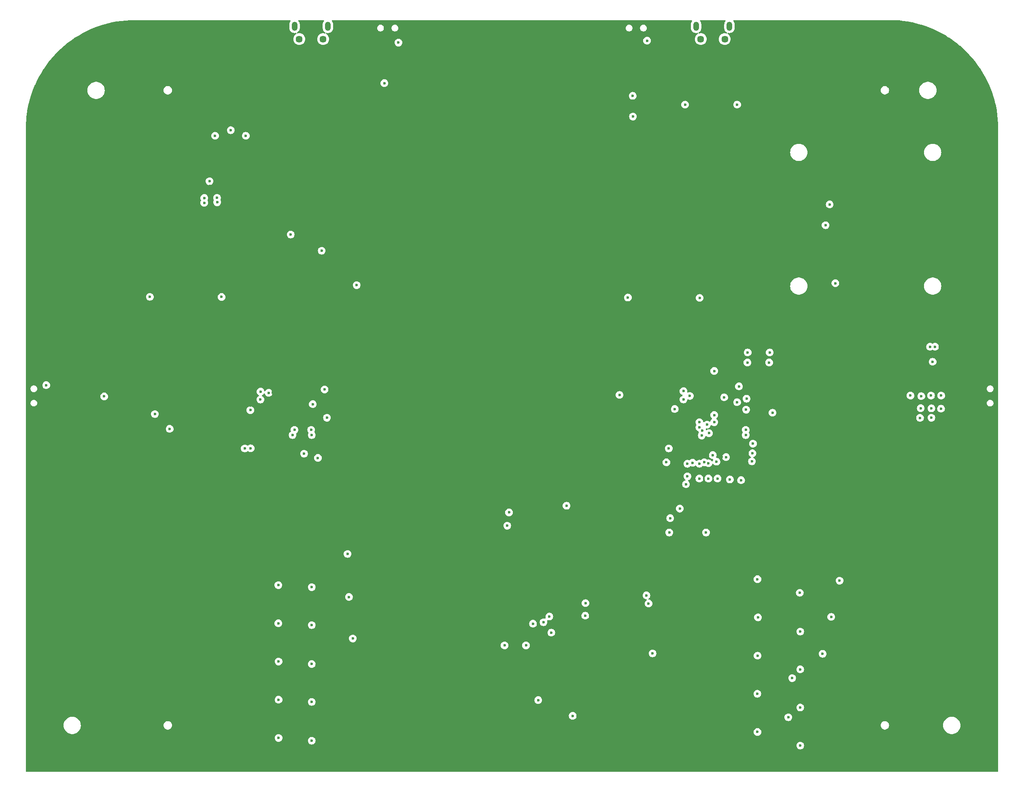
<source format=gbr>
%TF.GenerationSoftware,KiCad,Pcbnew,8.0.3*%
%TF.CreationDate,2024-06-21T22:14:07+02:00*%
%TF.ProjectId,Pilot,50696c6f-742e-46b6-9963-61645f706362,rev?*%
%TF.SameCoordinates,Original*%
%TF.FileFunction,Copper,L2,Inr*%
%TF.FilePolarity,Positive*%
%FSLAX46Y46*%
G04 Gerber Fmt 4.6, Leading zero omitted, Abs format (unit mm)*
G04 Created by KiCad (PCBNEW 8.0.3) date 2024-06-21 22:14:07*
%MOMM*%
%LPD*%
G01*
G04 APERTURE LIST*
%TA.AperFunction,ComponentPad*%
%ADD10O,1.200000X1.900000*%
%TD*%
%TA.AperFunction,ComponentPad*%
%ADD11C,1.450000*%
%TD*%
%TA.AperFunction,ViaPad*%
%ADD12C,0.600000*%
%TD*%
G04 APERTURE END LIST*
D10*
%TO.N,unconnected-(J20-Shield-Pad6)_2*%
%TO.C,J20*%
X63500000Y-1562500D03*
D11*
%TO.N,unconnected-(J20-Shield-Pad6)_0*%
X62500000Y-4262500D03*
%TO.N,unconnected-(J20-Shield-Pad6)_5*%
X57500000Y-4262500D03*
D10*
%TO.N,unconnected-(J20-Shield-Pad6)_1*%
X56500000Y-1562500D03*
%TD*%
%TO.N,unconnected-(J14-Shield-Pad6)_5*%
%TO.C,J14*%
X147500000Y-1562500D03*
D11*
%TO.N,unconnected-(J14-Shield-Pad6)*%
X146500000Y-4262500D03*
%TO.N,unconnected-(J14-Shield-Pad6)_2*%
X141500000Y-4262500D03*
D10*
%TO.N,unconnected-(J14-Shield-Pad6)_1*%
X140500000Y-1562500D03*
%TD*%
D12*
%TO.N,GND*%
X200300000Y-79550000D03*
%TO.N,BAT-*%
X167600000Y-43250000D03*
%TO.N,BAT+*%
X168450000Y-38900000D03*
%TO.N,GND*%
X192300000Y-71825000D03*
X58700000Y-5500000D03*
X100425000Y-129750000D03*
X41725000Y-40525000D03*
X57925000Y-8975000D03*
X4600000Y-81250000D03*
X164275000Y-120175000D03*
X36575000Y-86800000D03*
X123925000Y-144625000D03*
X141450000Y-79000000D03*
X126050000Y-87625000D03*
X62200000Y-151225000D03*
X171875000Y-70925000D03*
X44575000Y-87475000D03*
X164300000Y-144325000D03*
X125750000Y-4775000D03*
X62225000Y-119100000D03*
X126050000Y-82100000D03*
X47350000Y-86250000D03*
X171950000Y-81850000D03*
X177275000Y-83075000D03*
X57075000Y-91775000D03*
X186525000Y-54975000D03*
X177375000Y-69800000D03*
X129225000Y-119100000D03*
X62200000Y-127025000D03*
X44300000Y-41600000D03*
X138750000Y-55700000D03*
X123925000Y-143350000D03*
X130625000Y-79350000D03*
X38775000Y-58275000D03*
X137550000Y-80850000D03*
X38800000Y-35000000D03*
X164300000Y-136350000D03*
X47825000Y-78100000D03*
X167100000Y-33125000D03*
X40275000Y-41625000D03*
X62225000Y-143075000D03*
X136150000Y-86125000D03*
X44300000Y-40550000D03*
X41725000Y-41575000D03*
X104950000Y-129750000D03*
X37725000Y-41600000D03*
X115500000Y-147800000D03*
X75450000Y-63000000D03*
X37675000Y-40525000D03*
X62200000Y-135150000D03*
X133275000Y-88250000D03*
X23750000Y-58250000D03*
X136325000Y-77875000D03*
X47300000Y-81025000D03*
X164300000Y-128425000D03*
X80150000Y-63000000D03*
X165650000Y-31875000D03*
X123750000Y-55675000D03*
X186575000Y-56525000D03*
X177300000Y-81775000D03*
X192300000Y-68950000D03*
X171950000Y-83225000D03*
X51950000Y-78325000D03*
X141750000Y-9050000D03*
X116000000Y-144625000D03*
X142675000Y-5500000D03*
X123925000Y-142050000D03*
X145825000Y-91750000D03*
X164400000Y-152325000D03*
X73800000Y-5075000D03*
X42000000Y-79325000D03*
X184900000Y-59175000D03*
X36575000Y-83000000D03*
X171900000Y-69900000D03*
X167125000Y-25425000D03*
X60950000Y-82100000D03*
X186525000Y-52800000D03*
X149825000Y-81975000D03*
X40275000Y-40550000D03*
X101025000Y-104625000D03*
X136325000Y-79775000D03*
X123925000Y-145900000D03*
X184725000Y-51350000D03*
X165550000Y-26750000D03*
X120675000Y-126275000D03*
X177375000Y-70975000D03*
X165550000Y-29300000D03*
X167150000Y-55375000D03*
%TO.N,+3.3V*%
X185350000Y-78925000D03*
X153350000Y-117375000D03*
X191775000Y-78925000D03*
X60100000Y-135150000D03*
X38725000Y-34050000D03*
X49375000Y-79750000D03*
X61400000Y-91975000D03*
X153350000Y-149375000D03*
X51100000Y-78350000D03*
X117375000Y-122400000D03*
X189725000Y-81600000D03*
X53175000Y-142625000D03*
X101375000Y-103400000D03*
X49400000Y-78100000D03*
X40325000Y-38450000D03*
X130575000Y-122475000D03*
X46100000Y-90000000D03*
X162300000Y-144250000D03*
X100450000Y-131250000D03*
X190000000Y-71850000D03*
X117325000Y-125025000D03*
X130125000Y-120775000D03*
X4575000Y-76750000D03*
X151075000Y-79575000D03*
X149100000Y-80325000D03*
X137875000Y-79750000D03*
X47350000Y-89975000D03*
X189650000Y-78925000D03*
X162200000Y-120225000D03*
X190475000Y-68700000D03*
X189450000Y-68700000D03*
X60100000Y-143075000D03*
X146775000Y-91825000D03*
X162300000Y-128350000D03*
X162300000Y-136275000D03*
X58500000Y-91100000D03*
X156500000Y-82525000D03*
X53125000Y-126625000D03*
X46325000Y-24525000D03*
X39900000Y-24525000D03*
X149475000Y-77000000D03*
X134800000Y-90000000D03*
X101000000Y-106175000D03*
X37625000Y-38550000D03*
X60100000Y-151200000D03*
X47275000Y-81975000D03*
X187350000Y-83600000D03*
X189725000Y-83575000D03*
X169650000Y-55400000D03*
X40300000Y-37525000D03*
X153325000Y-141375000D03*
X60100000Y-119050000D03*
X37625000Y-37550000D03*
X60100000Y-127000000D03*
X137875000Y-78000000D03*
X141250000Y-58475000D03*
X43175000Y-23350000D03*
X62800000Y-77650000D03*
X53175000Y-134625000D03*
X114700000Y-146000000D03*
X136050000Y-81750000D03*
X63300000Y-83575000D03*
X153450000Y-125375000D03*
X162300000Y-152225000D03*
X53125000Y-118625000D03*
X78250000Y-5000000D03*
X41250000Y-58275000D03*
X153375000Y-133400000D03*
X126250000Y-58400000D03*
X53175000Y-150625000D03*
X139200000Y-79000000D03*
X110225000Y-128575000D03*
X26250000Y-58250000D03*
X130250000Y-4600000D03*
X187625000Y-79050000D03*
X144300000Y-73775000D03*
X191750000Y-81675000D03*
X104925000Y-131250000D03*
X187500000Y-81575000D03*
X60325000Y-80725000D03*
%TO.N,ON_BUTTON*%
X113400000Y-102000000D03*
X150975000Y-81875000D03*
%TO.N,MENU_BUTTON*%
X67600000Y-112100000D03*
X141200000Y-84500000D03*
%TO.N,PAGE_UP_BUTTON*%
X134300000Y-92900000D03*
X68700000Y-129800000D03*
%TO.N,PAGE_DOWN_BUTTON*%
X138700000Y-93200000D03*
X138700000Y-95850000D03*
%TO.N,BACK_BUTTON*%
X139800000Y-93000000D03*
X138400000Y-97500000D03*
%TO.N,HOME_BUTTON*%
X67900000Y-121100000D03*
X141200000Y-85600000D03*
%TO.N,UP_BUTTON*%
X150900000Y-86100000D03*
X170525000Y-117700000D03*
%TO.N,RIGHT_BUTTON*%
X152300000Y-91000000D03*
X160600000Y-138100000D03*
%TO.N,LEFT_BUTTON*%
X150900000Y-87200000D03*
X168775000Y-125275000D03*
%TO.N,DOWN_BUTTON*%
X159800000Y-146300000D03*
X152200000Y-92700000D03*
%TO.N,OK_BUTTON*%
X152400000Y-89000000D03*
X166975000Y-133000000D03*
%TO.N,+5V*%
X62200000Y-48600000D03*
X69500000Y-55800000D03*
%TO.N,USB2_5V*%
X149100000Y-18000000D03*
X138200000Y-18000000D03*
%TO.N,BATTERY_SDA*%
X155900000Y-69900000D03*
X151309817Y-69909817D03*
X142800000Y-85000000D03*
X147575000Y-96500000D03*
%TO.N,TOUCHSCREEN_INT*%
X146400000Y-79300000D03*
X131400000Y-132925000D03*
%TO.N,BATTERY_SCL*%
X144300000Y-84500000D03*
X155800000Y-72000000D03*
X151246880Y-72000000D03*
X149925000Y-96650000D03*
%TO.N,TOUCHSCREEN_RESET*%
X144300000Y-83000000D03*
X107500000Y-142700000D03*
%TO.N,LCD_RESET*%
X106400000Y-126700000D03*
X141800000Y-86300000D03*
%TO.N,LCD_DC*%
X109800000Y-125200000D03*
X143200000Y-86800000D03*
%TO.N,LCD_CS*%
X108600000Y-126400000D03*
X141700000Y-87300000D03*
%TO.N,LCD_LED*%
X135100000Y-104600000D03*
X144000000Y-91400000D03*
%TO.N,SPI1_MOSI*%
X143100000Y-93100000D03*
X143100000Y-96300000D03*
%TO.N,SPI1_SCK*%
X141200000Y-96300000D03*
X141200000Y-93200000D03*
%TO.N,LEFT_GIMBAL_V*%
X30400000Y-85900000D03*
X27300000Y-82800000D03*
%TO.N,RIGHT_GIMBAL_H*%
X60100000Y-87200000D03*
X56100000Y-87200000D03*
%TO.N,RIGHT_GIMBAL_V*%
X56500000Y-86100000D03*
X60000000Y-86100000D03*
%TO.N,Net-(SW1-B)*%
X127300000Y-20500000D03*
X127250000Y-16150000D03*
%TO.N,Net-(SW2-B)*%
X124500000Y-78800000D03*
X16700000Y-79100000D03*
%TO.N,FLASH_CS*%
X145000000Y-96300000D03*
X134900000Y-107600000D03*
X142600000Y-107600000D03*
X144775000Y-92775000D03*
%TO.N,Net-(SW3-B)*%
X75300000Y-13500000D03*
X55700000Y-45200000D03*
%TO.N,SPI1_MISO*%
X142200000Y-92900000D03*
X137100000Y-102600000D03*
%TD*%
%TA.AperFunction,Conductor*%
%TO.N,GND*%
G36*
X55625990Y-320185D02*
G01*
X55671745Y-372989D01*
X55681689Y-442147D01*
X55659270Y-497383D01*
X55602258Y-575853D01*
X55558768Y-635711D01*
X55480128Y-790052D01*
X55426597Y-954802D01*
X55412843Y-1041643D01*
X55399500Y-1125889D01*
X55399500Y-1999111D01*
X55426598Y-2170201D01*
X55480127Y-2334945D01*
X55558768Y-2489288D01*
X55660586Y-2629428D01*
X55783072Y-2751914D01*
X55923212Y-2853732D01*
X56077555Y-2932373D01*
X56242299Y-2985902D01*
X56413389Y-3013000D01*
X56413390Y-3013000D01*
X56586610Y-3013000D01*
X56586611Y-3013000D01*
X56757701Y-2985902D01*
X56768799Y-2982295D01*
X56838639Y-2980299D01*
X56898472Y-3016378D01*
X56929301Y-3079079D01*
X56921338Y-3148493D01*
X56878242Y-3201801D01*
X56709255Y-3320127D01*
X56709253Y-3320128D01*
X56557628Y-3471753D01*
X56557623Y-3471759D01*
X56434632Y-3647408D01*
X56434631Y-3647410D01*
X56344009Y-3841751D01*
X56344005Y-3841760D01*
X56288509Y-4048875D01*
X56288507Y-4048886D01*
X56269819Y-4262498D01*
X56269819Y-4262501D01*
X56288507Y-4476113D01*
X56288509Y-4476124D01*
X56344005Y-4683239D01*
X56344007Y-4683243D01*
X56344008Y-4683247D01*
X56388774Y-4779249D01*
X56434631Y-4877590D01*
X56520341Y-4999996D01*
X56557627Y-5053245D01*
X56709255Y-5204873D01*
X56884909Y-5327868D01*
X57079253Y-5418492D01*
X57286381Y-5473992D01*
X57438966Y-5487341D01*
X57499998Y-5492681D01*
X57500000Y-5492681D01*
X57500002Y-5492681D01*
X57553404Y-5488008D01*
X57713619Y-5473992D01*
X57920747Y-5418492D01*
X58115091Y-5327868D01*
X58290745Y-5204873D01*
X58442373Y-5053245D01*
X58565368Y-4877591D01*
X58655992Y-4683247D01*
X58711492Y-4476119D01*
X58730181Y-4262500D01*
X58711492Y-4048881D01*
X58655992Y-3841753D01*
X58565368Y-3647410D01*
X58461199Y-3498642D01*
X58442376Y-3471759D01*
X58442371Y-3471753D01*
X58290745Y-3320127D01*
X58115090Y-3197131D01*
X58008061Y-3147223D01*
X57920747Y-3106508D01*
X57920743Y-3106507D01*
X57920739Y-3106505D01*
X57713624Y-3051009D01*
X57713620Y-3051008D01*
X57713619Y-3051008D01*
X57713618Y-3051007D01*
X57713613Y-3051007D01*
X57500002Y-3032319D01*
X57499998Y-3032319D01*
X57286386Y-3051007D01*
X57286375Y-3051009D01*
X57167275Y-3082922D01*
X57097425Y-3081259D01*
X57039563Y-3042096D01*
X57012059Y-2977868D01*
X57023646Y-2908965D01*
X57070644Y-2857265D01*
X57074915Y-2854880D01*
X57076781Y-2853736D01*
X57076782Y-2853734D01*
X57076788Y-2853732D01*
X57216928Y-2751914D01*
X57339414Y-2629428D01*
X57441232Y-2489288D01*
X57519873Y-2334945D01*
X57573402Y-2170201D01*
X57600500Y-1999111D01*
X57600500Y-1125889D01*
X57573402Y-954799D01*
X57519873Y-790055D01*
X57441232Y-635712D01*
X57340730Y-497383D01*
X57317251Y-431580D01*
X57333076Y-363526D01*
X57383182Y-314831D01*
X57441049Y-300500D01*
X62558951Y-300500D01*
X62625990Y-320185D01*
X62671745Y-372989D01*
X62681689Y-442147D01*
X62659270Y-497383D01*
X62602258Y-575853D01*
X62558768Y-635711D01*
X62480128Y-790052D01*
X62426597Y-954802D01*
X62412843Y-1041643D01*
X62399500Y-1125889D01*
X62399500Y-1999111D01*
X62426598Y-2170201D01*
X62480127Y-2334945D01*
X62558768Y-2489288D01*
X62660586Y-2629428D01*
X62783072Y-2751914D01*
X62923211Y-2853731D01*
X62923218Y-2853736D01*
X62927364Y-2856277D01*
X62926476Y-2857726D01*
X62971911Y-2900642D01*
X62988703Y-2968464D01*
X62966162Y-3034598D01*
X62911444Y-3078046D01*
X62841923Y-3085015D01*
X62832724Y-3082922D01*
X62713624Y-3051009D01*
X62713620Y-3051008D01*
X62713619Y-3051008D01*
X62713618Y-3051007D01*
X62713613Y-3051007D01*
X62500002Y-3032319D01*
X62499998Y-3032319D01*
X62286386Y-3051007D01*
X62286375Y-3051009D01*
X62079260Y-3106505D01*
X62079251Y-3106509D01*
X61884910Y-3197131D01*
X61884908Y-3197132D01*
X61709259Y-3320123D01*
X61709253Y-3320128D01*
X61557628Y-3471753D01*
X61557623Y-3471759D01*
X61434632Y-3647408D01*
X61434631Y-3647410D01*
X61344009Y-3841751D01*
X61344005Y-3841760D01*
X61288509Y-4048875D01*
X61288507Y-4048886D01*
X61269819Y-4262498D01*
X61269819Y-4262501D01*
X61288507Y-4476113D01*
X61288509Y-4476124D01*
X61344005Y-4683239D01*
X61344007Y-4683243D01*
X61344008Y-4683247D01*
X61388774Y-4779249D01*
X61434631Y-4877590D01*
X61520341Y-4999996D01*
X61557627Y-5053245D01*
X61709255Y-5204873D01*
X61884909Y-5327868D01*
X62079253Y-5418492D01*
X62286381Y-5473992D01*
X62438966Y-5487341D01*
X62499998Y-5492681D01*
X62500000Y-5492681D01*
X62500002Y-5492681D01*
X62553404Y-5488008D01*
X62713619Y-5473992D01*
X62920747Y-5418492D01*
X63115091Y-5327868D01*
X63290745Y-5204873D01*
X63442373Y-5053245D01*
X63479659Y-4999996D01*
X77444435Y-4999996D01*
X77444435Y-5000003D01*
X77464630Y-5179249D01*
X77464631Y-5179254D01*
X77524211Y-5349523D01*
X77602421Y-5473992D01*
X77620184Y-5502262D01*
X77747738Y-5629816D01*
X77900478Y-5725789D01*
X78070745Y-5785368D01*
X78070750Y-5785369D01*
X78249996Y-5805565D01*
X78250000Y-5805565D01*
X78250004Y-5805565D01*
X78429249Y-5785369D01*
X78429252Y-5785368D01*
X78429255Y-5785368D01*
X78599522Y-5725789D01*
X78752262Y-5629816D01*
X78879816Y-5502262D01*
X78975789Y-5349522D01*
X79035368Y-5179255D01*
X79045591Y-5088525D01*
X79055565Y-5000003D01*
X79055565Y-4999996D01*
X79035369Y-4820750D01*
X79035368Y-4820745D01*
X79020848Y-4779249D01*
X78975789Y-4650478D01*
X78972258Y-4644859D01*
X78944069Y-4599996D01*
X129444435Y-4599996D01*
X129444435Y-4600003D01*
X129464630Y-4779249D01*
X129464631Y-4779254D01*
X129524211Y-4949523D01*
X129611552Y-5088525D01*
X129620184Y-5102262D01*
X129747738Y-5229816D01*
X129900478Y-5325789D01*
X129968306Y-5349523D01*
X130070745Y-5385368D01*
X130070750Y-5385369D01*
X130249996Y-5405565D01*
X130250000Y-5405565D01*
X130250004Y-5405565D01*
X130429249Y-5385369D01*
X130429252Y-5385368D01*
X130429255Y-5385368D01*
X130599522Y-5325789D01*
X130752262Y-5229816D01*
X130879816Y-5102262D01*
X130975789Y-4949522D01*
X131035368Y-4779255D01*
X131035369Y-4779249D01*
X131055565Y-4600003D01*
X131055565Y-4599996D01*
X131035369Y-4420750D01*
X131035368Y-4420745D01*
X131017676Y-4370184D01*
X130975789Y-4250478D01*
X130953265Y-4214632D01*
X130879815Y-4097737D01*
X130752262Y-3970184D01*
X130599523Y-3874211D01*
X130429254Y-3814631D01*
X130429249Y-3814630D01*
X130250004Y-3794435D01*
X130249996Y-3794435D01*
X130070750Y-3814630D01*
X130070745Y-3814631D01*
X129900476Y-3874211D01*
X129747737Y-3970184D01*
X129620184Y-4097737D01*
X129524211Y-4250476D01*
X129464631Y-4420745D01*
X129464630Y-4420750D01*
X129444435Y-4599996D01*
X78944069Y-4599996D01*
X78897600Y-4526041D01*
X78879816Y-4497738D01*
X78752262Y-4370184D01*
X78599523Y-4274211D01*
X78429254Y-4214631D01*
X78429249Y-4214630D01*
X78250004Y-4194435D01*
X78249996Y-4194435D01*
X78070750Y-4214630D01*
X78070745Y-4214631D01*
X77900476Y-4274211D01*
X77747737Y-4370184D01*
X77620184Y-4497737D01*
X77524211Y-4650476D01*
X77464631Y-4820745D01*
X77464630Y-4820750D01*
X77444435Y-4999996D01*
X63479659Y-4999996D01*
X63565368Y-4877591D01*
X63655992Y-4683247D01*
X63711492Y-4476119D01*
X63730181Y-4262500D01*
X63711492Y-4048881D01*
X63655992Y-3841753D01*
X63565368Y-3647410D01*
X63461199Y-3498642D01*
X63442376Y-3471759D01*
X63442371Y-3471753D01*
X63290748Y-3320130D01*
X63290738Y-3320121D01*
X63121759Y-3201800D01*
X63078134Y-3147223D01*
X63070942Y-3077725D01*
X63102464Y-3015370D01*
X63162694Y-2979957D01*
X63231203Y-2982296D01*
X63242299Y-2985902D01*
X63413389Y-3013000D01*
X63413390Y-3013000D01*
X63586610Y-3013000D01*
X63586611Y-3013000D01*
X63757701Y-2985902D01*
X63922445Y-2932373D01*
X64076788Y-2853732D01*
X64216928Y-2751914D01*
X64339414Y-2629428D01*
X64441232Y-2489288D01*
X64519873Y-2334945D01*
X64573402Y-2170201D01*
X64600500Y-1999111D01*
X64600500Y-1900608D01*
X73795500Y-1900608D01*
X73795500Y-2039391D01*
X73822571Y-2175487D01*
X73822573Y-2175495D01*
X73875678Y-2303703D01*
X73875683Y-2303712D01*
X73952778Y-2419092D01*
X73952781Y-2419096D01*
X74050903Y-2517218D01*
X74050907Y-2517221D01*
X74166287Y-2594316D01*
X74166296Y-2594321D01*
X74194234Y-2605893D01*
X74294505Y-2647427D01*
X74430608Y-2674499D01*
X74430612Y-2674500D01*
X74430613Y-2674500D01*
X74569388Y-2674500D01*
X74569389Y-2674499D01*
X74705495Y-2647427D01*
X74833706Y-2594320D01*
X74949093Y-2517221D01*
X75047221Y-2419093D01*
X75124320Y-2303706D01*
X75177427Y-2175495D01*
X75204500Y-2039387D01*
X75204500Y-1900613D01*
X75204499Y-1900608D01*
X76795500Y-1900608D01*
X76795500Y-2039391D01*
X76822571Y-2175487D01*
X76822573Y-2175495D01*
X76875678Y-2303703D01*
X76875683Y-2303712D01*
X76952778Y-2419092D01*
X76952781Y-2419096D01*
X77050903Y-2517218D01*
X77050907Y-2517221D01*
X77166287Y-2594316D01*
X77166296Y-2594321D01*
X77194234Y-2605893D01*
X77294505Y-2647427D01*
X77430608Y-2674499D01*
X77430612Y-2674500D01*
X77430613Y-2674500D01*
X77569388Y-2674500D01*
X77569389Y-2674499D01*
X77705495Y-2647427D01*
X77833706Y-2594320D01*
X77949093Y-2517221D01*
X78047221Y-2419093D01*
X78124320Y-2303706D01*
X78177427Y-2175495D01*
X78204500Y-2039387D01*
X78204500Y-1900613D01*
X78204499Y-1900608D01*
X125795500Y-1900608D01*
X125795500Y-2039391D01*
X125822571Y-2175487D01*
X125822573Y-2175495D01*
X125875678Y-2303703D01*
X125875683Y-2303712D01*
X125952778Y-2419092D01*
X125952781Y-2419096D01*
X126050903Y-2517218D01*
X126050907Y-2517221D01*
X126166287Y-2594316D01*
X126166296Y-2594321D01*
X126194234Y-2605893D01*
X126294505Y-2647427D01*
X126430608Y-2674499D01*
X126430612Y-2674500D01*
X126430613Y-2674500D01*
X126569388Y-2674500D01*
X126569389Y-2674499D01*
X126705495Y-2647427D01*
X126833706Y-2594320D01*
X126949093Y-2517221D01*
X127047221Y-2419093D01*
X127124320Y-2303706D01*
X127177427Y-2175495D01*
X127204500Y-2039387D01*
X127204500Y-1900613D01*
X127204499Y-1900608D01*
X128795500Y-1900608D01*
X128795500Y-2039391D01*
X128822571Y-2175487D01*
X128822573Y-2175495D01*
X128875678Y-2303703D01*
X128875683Y-2303712D01*
X128952778Y-2419092D01*
X128952781Y-2419096D01*
X129050903Y-2517218D01*
X129050907Y-2517221D01*
X129166287Y-2594316D01*
X129166296Y-2594321D01*
X129194234Y-2605893D01*
X129294505Y-2647427D01*
X129430608Y-2674499D01*
X129430612Y-2674500D01*
X129430613Y-2674500D01*
X129569388Y-2674500D01*
X129569389Y-2674499D01*
X129705495Y-2647427D01*
X129833706Y-2594320D01*
X129949093Y-2517221D01*
X130047221Y-2419093D01*
X130124320Y-2303706D01*
X130177427Y-2175495D01*
X130204500Y-2039387D01*
X130204500Y-1900613D01*
X130177427Y-1764505D01*
X130124320Y-1636294D01*
X130124319Y-1636293D01*
X130124316Y-1636287D01*
X130047221Y-1520907D01*
X130047218Y-1520903D01*
X129949096Y-1422781D01*
X129949092Y-1422778D01*
X129833712Y-1345683D01*
X129833703Y-1345678D01*
X129705495Y-1292573D01*
X129705487Y-1292571D01*
X129569391Y-1265500D01*
X129569387Y-1265500D01*
X129430613Y-1265500D01*
X129430608Y-1265500D01*
X129294512Y-1292571D01*
X129294504Y-1292573D01*
X129166296Y-1345678D01*
X129166287Y-1345683D01*
X129050907Y-1422778D01*
X129050903Y-1422781D01*
X128952781Y-1520903D01*
X128952778Y-1520907D01*
X128875683Y-1636287D01*
X128875678Y-1636296D01*
X128822573Y-1764504D01*
X128822571Y-1764512D01*
X128795500Y-1900608D01*
X127204499Y-1900608D01*
X127177427Y-1764505D01*
X127124320Y-1636294D01*
X127124319Y-1636293D01*
X127124316Y-1636287D01*
X127047221Y-1520907D01*
X127047218Y-1520903D01*
X126949096Y-1422781D01*
X126949092Y-1422778D01*
X126833712Y-1345683D01*
X126833703Y-1345678D01*
X126705495Y-1292573D01*
X126705487Y-1292571D01*
X126569391Y-1265500D01*
X126569387Y-1265500D01*
X126430613Y-1265500D01*
X126430608Y-1265500D01*
X126294512Y-1292571D01*
X126294504Y-1292573D01*
X126166296Y-1345678D01*
X126166287Y-1345683D01*
X126050907Y-1422778D01*
X126050903Y-1422781D01*
X125952781Y-1520903D01*
X125952778Y-1520907D01*
X125875683Y-1636287D01*
X125875678Y-1636296D01*
X125822573Y-1764504D01*
X125822571Y-1764512D01*
X125795500Y-1900608D01*
X78204499Y-1900608D01*
X78177427Y-1764505D01*
X78124320Y-1636294D01*
X78124319Y-1636293D01*
X78124316Y-1636287D01*
X78047221Y-1520907D01*
X78047218Y-1520903D01*
X77949096Y-1422781D01*
X77949092Y-1422778D01*
X77833712Y-1345683D01*
X77833703Y-1345678D01*
X77705495Y-1292573D01*
X77705487Y-1292571D01*
X77569391Y-1265500D01*
X77569387Y-1265500D01*
X77430613Y-1265500D01*
X77430608Y-1265500D01*
X77294512Y-1292571D01*
X77294504Y-1292573D01*
X77166296Y-1345678D01*
X77166287Y-1345683D01*
X77050907Y-1422778D01*
X77050903Y-1422781D01*
X76952781Y-1520903D01*
X76952778Y-1520907D01*
X76875683Y-1636287D01*
X76875678Y-1636296D01*
X76822573Y-1764504D01*
X76822571Y-1764512D01*
X76795500Y-1900608D01*
X75204499Y-1900608D01*
X75177427Y-1764505D01*
X75124320Y-1636294D01*
X75124319Y-1636293D01*
X75124316Y-1636287D01*
X75047221Y-1520907D01*
X75047218Y-1520903D01*
X74949096Y-1422781D01*
X74949092Y-1422778D01*
X74833712Y-1345683D01*
X74833703Y-1345678D01*
X74705495Y-1292573D01*
X74705487Y-1292571D01*
X74569391Y-1265500D01*
X74569387Y-1265500D01*
X74430613Y-1265500D01*
X74430608Y-1265500D01*
X74294512Y-1292571D01*
X74294504Y-1292573D01*
X74166296Y-1345678D01*
X74166287Y-1345683D01*
X74050907Y-1422778D01*
X74050903Y-1422781D01*
X73952781Y-1520903D01*
X73952778Y-1520907D01*
X73875683Y-1636287D01*
X73875678Y-1636296D01*
X73822573Y-1764504D01*
X73822571Y-1764512D01*
X73795500Y-1900608D01*
X64600500Y-1900608D01*
X64600500Y-1125889D01*
X64573402Y-954799D01*
X64519873Y-790055D01*
X64441232Y-635712D01*
X64340730Y-497383D01*
X64317251Y-431580D01*
X64333076Y-363526D01*
X64383182Y-314831D01*
X64441049Y-300500D01*
X139558951Y-300500D01*
X139625990Y-320185D01*
X139671745Y-372989D01*
X139681689Y-442147D01*
X139659270Y-497383D01*
X139602258Y-575853D01*
X139558768Y-635711D01*
X139480128Y-790052D01*
X139426597Y-954802D01*
X139412843Y-1041643D01*
X139399500Y-1125889D01*
X139399500Y-1999111D01*
X139426598Y-2170201D01*
X139480127Y-2334945D01*
X139558768Y-2489288D01*
X139660586Y-2629428D01*
X139783072Y-2751914D01*
X139923212Y-2853732D01*
X140077555Y-2932373D01*
X140242299Y-2985902D01*
X140413389Y-3013000D01*
X140413390Y-3013000D01*
X140586610Y-3013000D01*
X140586611Y-3013000D01*
X140757701Y-2985902D01*
X140768799Y-2982295D01*
X140838639Y-2980299D01*
X140898472Y-3016378D01*
X140929301Y-3079079D01*
X140921338Y-3148493D01*
X140878242Y-3201801D01*
X140709255Y-3320127D01*
X140709253Y-3320128D01*
X140557628Y-3471753D01*
X140557623Y-3471759D01*
X140434632Y-3647408D01*
X140434631Y-3647410D01*
X140344009Y-3841751D01*
X140344005Y-3841760D01*
X140288509Y-4048875D01*
X140288507Y-4048886D01*
X140269819Y-4262498D01*
X140269819Y-4262501D01*
X140288507Y-4476113D01*
X140288509Y-4476124D01*
X140344005Y-4683239D01*
X140344007Y-4683243D01*
X140344008Y-4683247D01*
X140388774Y-4779249D01*
X140434631Y-4877590D01*
X140520341Y-4999996D01*
X140557627Y-5053245D01*
X140709255Y-5204873D01*
X140884909Y-5327868D01*
X141079253Y-5418492D01*
X141286381Y-5473992D01*
X141438966Y-5487341D01*
X141499998Y-5492681D01*
X141500000Y-5492681D01*
X141500002Y-5492681D01*
X141553404Y-5488008D01*
X141713619Y-5473992D01*
X141920747Y-5418492D01*
X142115091Y-5327868D01*
X142290745Y-5204873D01*
X142442373Y-5053245D01*
X142565368Y-4877591D01*
X142655992Y-4683247D01*
X142711492Y-4476119D01*
X142730181Y-4262500D01*
X142711492Y-4048881D01*
X142655992Y-3841753D01*
X142565368Y-3647410D01*
X142461199Y-3498642D01*
X142442376Y-3471759D01*
X142442371Y-3471753D01*
X142290745Y-3320127D01*
X142115090Y-3197131D01*
X142008061Y-3147223D01*
X141920747Y-3106508D01*
X141920743Y-3106507D01*
X141920739Y-3106505D01*
X141713624Y-3051009D01*
X141713620Y-3051008D01*
X141713619Y-3051008D01*
X141713618Y-3051007D01*
X141713613Y-3051007D01*
X141500002Y-3032319D01*
X141499998Y-3032319D01*
X141286386Y-3051007D01*
X141286375Y-3051009D01*
X141167275Y-3082922D01*
X141097425Y-3081259D01*
X141039563Y-3042096D01*
X141012059Y-2977868D01*
X141023646Y-2908965D01*
X141070644Y-2857265D01*
X141074915Y-2854880D01*
X141076781Y-2853736D01*
X141076782Y-2853734D01*
X141076788Y-2853732D01*
X141216928Y-2751914D01*
X141339414Y-2629428D01*
X141441232Y-2489288D01*
X141519873Y-2334945D01*
X141573402Y-2170201D01*
X141600500Y-1999111D01*
X141600500Y-1125889D01*
X141573402Y-954799D01*
X141519873Y-790055D01*
X141441232Y-635712D01*
X141340730Y-497383D01*
X141317251Y-431580D01*
X141333076Y-363526D01*
X141383182Y-314831D01*
X141441049Y-300500D01*
X146558951Y-300500D01*
X146625990Y-320185D01*
X146671745Y-372989D01*
X146681689Y-442147D01*
X146659270Y-497383D01*
X146602258Y-575853D01*
X146558768Y-635711D01*
X146480128Y-790052D01*
X146426597Y-954802D01*
X146412843Y-1041643D01*
X146399500Y-1125889D01*
X146399500Y-1999111D01*
X146426598Y-2170201D01*
X146480127Y-2334945D01*
X146558768Y-2489288D01*
X146660586Y-2629428D01*
X146783072Y-2751914D01*
X146923211Y-2853731D01*
X146923218Y-2853736D01*
X146927364Y-2856277D01*
X146926476Y-2857726D01*
X146971911Y-2900642D01*
X146988703Y-2968464D01*
X146966162Y-3034598D01*
X146911444Y-3078046D01*
X146841923Y-3085015D01*
X146832724Y-3082922D01*
X146713624Y-3051009D01*
X146713620Y-3051008D01*
X146713619Y-3051008D01*
X146713618Y-3051007D01*
X146713613Y-3051007D01*
X146500002Y-3032319D01*
X146499998Y-3032319D01*
X146286386Y-3051007D01*
X146286375Y-3051009D01*
X146079260Y-3106505D01*
X146079251Y-3106509D01*
X145884910Y-3197131D01*
X145884908Y-3197132D01*
X145709259Y-3320123D01*
X145709253Y-3320128D01*
X145557628Y-3471753D01*
X145557623Y-3471759D01*
X145434632Y-3647408D01*
X145434631Y-3647410D01*
X145344009Y-3841751D01*
X145344005Y-3841760D01*
X145288509Y-4048875D01*
X145288507Y-4048886D01*
X145269819Y-4262498D01*
X145269819Y-4262501D01*
X145288507Y-4476113D01*
X145288509Y-4476124D01*
X145344005Y-4683239D01*
X145344007Y-4683243D01*
X145344008Y-4683247D01*
X145388774Y-4779249D01*
X145434631Y-4877590D01*
X145520341Y-4999996D01*
X145557627Y-5053245D01*
X145709255Y-5204873D01*
X145884909Y-5327868D01*
X146079253Y-5418492D01*
X146286381Y-5473992D01*
X146438966Y-5487341D01*
X146499998Y-5492681D01*
X146500000Y-5492681D01*
X146500002Y-5492681D01*
X146553404Y-5488008D01*
X146713619Y-5473992D01*
X146920747Y-5418492D01*
X147115091Y-5327868D01*
X147290745Y-5204873D01*
X147442373Y-5053245D01*
X147565368Y-4877591D01*
X147655992Y-4683247D01*
X147711492Y-4476119D01*
X147730181Y-4262500D01*
X147711492Y-4048881D01*
X147655992Y-3841753D01*
X147565368Y-3647410D01*
X147461199Y-3498642D01*
X147442376Y-3471759D01*
X147442371Y-3471753D01*
X147290748Y-3320130D01*
X147290738Y-3320121D01*
X147121759Y-3201800D01*
X147078134Y-3147223D01*
X147070942Y-3077725D01*
X147102464Y-3015370D01*
X147162694Y-2979957D01*
X147231203Y-2982296D01*
X147242299Y-2985902D01*
X147413389Y-3013000D01*
X147413390Y-3013000D01*
X147586610Y-3013000D01*
X147586611Y-3013000D01*
X147757701Y-2985902D01*
X147922445Y-2932373D01*
X148076788Y-2853732D01*
X148216928Y-2751914D01*
X148339414Y-2629428D01*
X148441232Y-2489288D01*
X148519873Y-2334945D01*
X148573402Y-2170201D01*
X148600500Y-1999111D01*
X148600500Y-1125889D01*
X148573402Y-954799D01*
X148519873Y-790055D01*
X148441232Y-635712D01*
X148340730Y-497383D01*
X148317251Y-431580D01*
X148333076Y-363526D01*
X148383182Y-314831D01*
X148441049Y-300500D01*
X181987384Y-300500D01*
X181995321Y-300753D01*
X182919003Y-360006D01*
X182924054Y-360436D01*
X183850292Y-458313D01*
X183855297Y-458946D01*
X184776750Y-594911D01*
X184781768Y-595758D01*
X185593835Y-750014D01*
X185696796Y-769572D01*
X185701796Y-770629D01*
X186608930Y-982012D01*
X186613789Y-983251D01*
X187511425Y-1231830D01*
X187516295Y-1233287D01*
X187700492Y-1292571D01*
X188402901Y-1518639D01*
X188407733Y-1520305D01*
X189281796Y-1841937D01*
X189286554Y-1843800D01*
X190146646Y-2201186D01*
X190151318Y-2203241D01*
X190995973Y-2595775D01*
X191000515Y-2598002D01*
X191828273Y-3025008D01*
X191832738Y-3027428D01*
X192642203Y-3488185D01*
X192646546Y-3490776D01*
X193207994Y-3841753D01*
X193436337Y-3984497D01*
X193440614Y-3987295D01*
X194186867Y-4497738D01*
X194209360Y-4513123D01*
X194213512Y-4516091D01*
X194386054Y-4644859D01*
X194959927Y-5073142D01*
X194963959Y-5076282D01*
X195686817Y-5663644D01*
X195690716Y-5666949D01*
X196388701Y-6283551D01*
X196392461Y-6287012D01*
X197064489Y-6931896D01*
X197068103Y-6935510D01*
X197712987Y-7607538D01*
X197716448Y-7611298D01*
X198333050Y-8309283D01*
X198336355Y-8313182D01*
X198923717Y-9036040D01*
X198926857Y-9040072D01*
X199483904Y-9786481D01*
X199486876Y-9790639D01*
X200012704Y-10559385D01*
X200015502Y-10563662D01*
X200509209Y-11353430D01*
X200511823Y-11357810D01*
X200718660Y-11721186D01*
X200972563Y-12167247D01*
X200974999Y-12171740D01*
X201255054Y-12714632D01*
X201401986Y-12999461D01*
X201404235Y-13004050D01*
X201796755Y-13848674D01*
X201798813Y-13853353D01*
X202156199Y-14713445D01*
X202158062Y-14718203D01*
X202479694Y-15592266D01*
X202481360Y-15597098D01*
X202766709Y-16483697D01*
X202768174Y-16488593D01*
X202821384Y-16680736D01*
X203012310Y-17370184D01*
X203016734Y-17386156D01*
X203017997Y-17391109D01*
X203229370Y-18298203D01*
X203230427Y-18303203D01*
X203404239Y-19218220D01*
X203405089Y-19223260D01*
X203541049Y-20144670D01*
X203541690Y-20149740D01*
X203639561Y-21075924D01*
X203639994Y-21081017D01*
X203699246Y-22004678D01*
X203699500Y-22012616D01*
X203699500Y-157575500D01*
X203679815Y-157642539D01*
X203627011Y-157688294D01*
X203575500Y-157699500D01*
X424500Y-157699500D01*
X357461Y-157679815D01*
X311706Y-157627011D01*
X300500Y-157575500D01*
X300500Y-152224996D01*
X161494435Y-152224996D01*
X161494435Y-152225003D01*
X161514630Y-152404249D01*
X161514631Y-152404254D01*
X161574211Y-152574523D01*
X161670184Y-152727262D01*
X161797738Y-152854816D01*
X161950478Y-152950789D01*
X162120745Y-153010368D01*
X162120750Y-153010369D01*
X162299996Y-153030565D01*
X162300000Y-153030565D01*
X162300004Y-153030565D01*
X162479249Y-153010369D01*
X162479252Y-153010368D01*
X162479255Y-153010368D01*
X162649522Y-152950789D01*
X162802262Y-152854816D01*
X162929816Y-152727262D01*
X163025789Y-152574522D01*
X163085368Y-152404255D01*
X163105565Y-152225000D01*
X163085368Y-152045745D01*
X163025789Y-151875478D01*
X162929816Y-151722738D01*
X162802262Y-151595184D01*
X162729593Y-151549523D01*
X162649523Y-151499211D01*
X162479254Y-151439631D01*
X162479249Y-151439630D01*
X162300004Y-151419435D01*
X162299996Y-151419435D01*
X162120750Y-151439630D01*
X162120745Y-151439631D01*
X161950476Y-151499211D01*
X161797737Y-151595184D01*
X161670184Y-151722737D01*
X161574211Y-151875476D01*
X161514631Y-152045745D01*
X161514630Y-152045750D01*
X161494435Y-152224996D01*
X300500Y-152224996D01*
X300500Y-150624996D01*
X52369435Y-150624996D01*
X52369435Y-150625003D01*
X52389630Y-150804249D01*
X52389631Y-150804254D01*
X52449211Y-150974523D01*
X52478258Y-151020750D01*
X52545184Y-151127262D01*
X52672738Y-151254816D01*
X52825478Y-151350789D01*
X52995745Y-151410368D01*
X52995750Y-151410369D01*
X53174996Y-151430565D01*
X53175000Y-151430565D01*
X53175004Y-151430565D01*
X53354249Y-151410369D01*
X53354252Y-151410368D01*
X53354255Y-151410368D01*
X53524522Y-151350789D01*
X53677262Y-151254816D01*
X53732082Y-151199996D01*
X59294435Y-151199996D01*
X59294435Y-151200003D01*
X59314630Y-151379249D01*
X59314631Y-151379254D01*
X59374211Y-151549523D01*
X59402902Y-151595184D01*
X59470184Y-151702262D01*
X59597738Y-151829816D01*
X59750478Y-151925789D01*
X59920745Y-151985368D01*
X59920750Y-151985369D01*
X60099996Y-152005565D01*
X60100000Y-152005565D01*
X60100004Y-152005565D01*
X60279249Y-151985369D01*
X60279252Y-151985368D01*
X60279255Y-151985368D01*
X60449522Y-151925789D01*
X60602262Y-151829816D01*
X60729816Y-151702262D01*
X60825789Y-151549522D01*
X60885368Y-151379255D01*
X60885369Y-151379249D01*
X60905565Y-151200003D01*
X60905565Y-151199996D01*
X60885369Y-151020750D01*
X60885368Y-151020745D01*
X60825788Y-150850476D01*
X60729815Y-150697737D01*
X60602262Y-150570184D01*
X60449523Y-150474211D01*
X60279254Y-150414631D01*
X60279249Y-150414630D01*
X60100004Y-150394435D01*
X60099996Y-150394435D01*
X59920750Y-150414630D01*
X59920745Y-150414631D01*
X59750476Y-150474211D01*
X59597737Y-150570184D01*
X59470184Y-150697737D01*
X59374211Y-150850476D01*
X59314631Y-151020745D01*
X59314630Y-151020750D01*
X59294435Y-151199996D01*
X53732082Y-151199996D01*
X53804816Y-151127262D01*
X53900789Y-150974522D01*
X53960368Y-150804255D01*
X53960369Y-150804249D01*
X53980565Y-150625003D01*
X53980565Y-150624996D01*
X53960369Y-150445750D01*
X53960368Y-150445745D01*
X53900788Y-150275476D01*
X53828461Y-150160369D01*
X53804816Y-150122738D01*
X53677262Y-149995184D01*
X53524523Y-149899211D01*
X53354254Y-149839631D01*
X53354249Y-149839630D01*
X53175004Y-149819435D01*
X53174996Y-149819435D01*
X52995750Y-149839630D01*
X52995745Y-149839631D01*
X52825476Y-149899211D01*
X52672737Y-149995184D01*
X52545184Y-150122737D01*
X52449211Y-150275476D01*
X52389631Y-150445745D01*
X52389630Y-150445750D01*
X52369435Y-150624996D01*
X300500Y-150624996D01*
X300500Y-147999995D01*
X8194451Y-147999995D01*
X8194451Y-148000004D01*
X8214616Y-148269101D01*
X8271433Y-148518031D01*
X8274666Y-148532195D01*
X8373257Y-148783398D01*
X8508185Y-149017102D01*
X8514865Y-149025478D01*
X8676442Y-149228089D01*
X8834776Y-149375000D01*
X8874259Y-149411635D01*
X9097226Y-149563651D01*
X9340359Y-149680738D01*
X9598228Y-149760280D01*
X9598229Y-149760280D01*
X9598232Y-149760281D01*
X9865063Y-149800499D01*
X9865068Y-149800499D01*
X9865071Y-149800500D01*
X9865072Y-149800500D01*
X10134928Y-149800500D01*
X10134929Y-149800500D01*
X10134936Y-149800499D01*
X10401767Y-149760281D01*
X10401768Y-149760280D01*
X10401772Y-149760280D01*
X10659641Y-149680738D01*
X10902775Y-149563651D01*
X11125741Y-149411635D01*
X11165228Y-149374996D01*
X152544435Y-149374996D01*
X152544435Y-149375003D01*
X152564630Y-149554249D01*
X152564631Y-149554254D01*
X152624211Y-149724523D01*
X152671951Y-149800500D01*
X152720184Y-149877262D01*
X152847738Y-150004816D01*
X153000478Y-150100789D01*
X153063202Y-150122737D01*
X153170745Y-150160368D01*
X153170750Y-150160369D01*
X153349996Y-150180565D01*
X153350000Y-150180565D01*
X153350004Y-150180565D01*
X153529249Y-150160369D01*
X153529252Y-150160368D01*
X153529255Y-150160368D01*
X153699522Y-150100789D01*
X153852262Y-150004816D01*
X153979816Y-149877262D01*
X154075789Y-149724522D01*
X154135368Y-149554255D01*
X154135369Y-149554249D01*
X154155565Y-149375003D01*
X154155565Y-149374996D01*
X154135369Y-149195750D01*
X154135368Y-149195745D01*
X154075788Y-149025476D01*
X154032901Y-148957222D01*
X153979816Y-148872738D01*
X153852262Y-148745184D01*
X153708664Y-148654955D01*
X153699523Y-148649211D01*
X153529254Y-148589631D01*
X153529249Y-148589630D01*
X153350004Y-148569435D01*
X153349996Y-148569435D01*
X153170750Y-148589630D01*
X153170745Y-148589631D01*
X153000476Y-148649211D01*
X152847737Y-148745184D01*
X152720184Y-148872737D01*
X152624211Y-149025476D01*
X152564631Y-149195745D01*
X152564630Y-149195750D01*
X152544435Y-149374996D01*
X11165228Y-149374996D01*
X11323561Y-149228085D01*
X11491815Y-149017102D01*
X11626743Y-148783398D01*
X11725334Y-148532195D01*
X11785383Y-148269103D01*
X11792105Y-148179402D01*
X11805549Y-148000004D01*
X11805549Y-148000000D01*
X29118672Y-148000000D01*
X29137931Y-148183240D01*
X29137932Y-148183242D01*
X29194864Y-148358461D01*
X29194867Y-148358468D01*
X29286990Y-148518031D01*
X29410270Y-148654949D01*
X29410277Y-148654955D01*
X29559331Y-148763249D01*
X29559336Y-148763252D01*
X29727650Y-148838191D01*
X29727655Y-148838193D01*
X29907876Y-148876500D01*
X29907877Y-148876500D01*
X30092122Y-148876500D01*
X30092124Y-148876500D01*
X30272345Y-148838193D01*
X30440664Y-148763252D01*
X30589724Y-148654954D01*
X30713009Y-148518032D01*
X30805133Y-148358468D01*
X30862069Y-148183238D01*
X30881328Y-148000000D01*
X179118672Y-148000000D01*
X179137931Y-148183240D01*
X179137932Y-148183242D01*
X179194864Y-148358461D01*
X179194867Y-148358468D01*
X179286990Y-148518031D01*
X179410270Y-148654949D01*
X179410277Y-148654955D01*
X179559331Y-148763249D01*
X179559336Y-148763252D01*
X179727650Y-148838191D01*
X179727655Y-148838193D01*
X179907876Y-148876500D01*
X179907877Y-148876500D01*
X180092122Y-148876500D01*
X180092124Y-148876500D01*
X180272345Y-148838193D01*
X180440664Y-148763252D01*
X180589724Y-148654954D01*
X180713009Y-148518032D01*
X180805133Y-148358468D01*
X180862069Y-148183238D01*
X180881328Y-148000000D01*
X180881327Y-147999995D01*
X192194451Y-147999995D01*
X192194451Y-148000004D01*
X192214616Y-148269101D01*
X192271433Y-148518031D01*
X192274666Y-148532195D01*
X192373257Y-148783398D01*
X192508185Y-149017102D01*
X192514865Y-149025478D01*
X192676442Y-149228089D01*
X192834776Y-149375000D01*
X192874259Y-149411635D01*
X193097226Y-149563651D01*
X193340359Y-149680738D01*
X193598228Y-149760280D01*
X193598229Y-149760280D01*
X193598232Y-149760281D01*
X193865063Y-149800499D01*
X193865068Y-149800499D01*
X193865071Y-149800500D01*
X193865072Y-149800500D01*
X194134928Y-149800500D01*
X194134929Y-149800500D01*
X194134936Y-149800499D01*
X194401767Y-149760281D01*
X194401768Y-149760280D01*
X194401772Y-149760280D01*
X194659641Y-149680738D01*
X194902775Y-149563651D01*
X195125741Y-149411635D01*
X195323561Y-149228085D01*
X195491815Y-149017102D01*
X195626743Y-148783398D01*
X195725334Y-148532195D01*
X195785383Y-148269103D01*
X195792105Y-148179402D01*
X195805549Y-148000004D01*
X195805549Y-147999995D01*
X195785383Y-147730898D01*
X195747904Y-147566691D01*
X195725334Y-147467805D01*
X195626743Y-147216602D01*
X195491815Y-146982898D01*
X195323561Y-146771915D01*
X195323560Y-146771914D01*
X195323557Y-146771910D01*
X195125741Y-146588365D01*
X194965706Y-146479255D01*
X194902775Y-146436349D01*
X194902769Y-146436346D01*
X194902768Y-146436345D01*
X194902767Y-146436344D01*
X194659643Y-146319263D01*
X194659645Y-146319263D01*
X194401773Y-146239720D01*
X194401767Y-146239718D01*
X194134936Y-146199500D01*
X194134929Y-146199500D01*
X193865071Y-146199500D01*
X193865063Y-146199500D01*
X193598232Y-146239718D01*
X193598226Y-146239720D01*
X193340358Y-146319262D01*
X193097230Y-146436346D01*
X192874258Y-146588365D01*
X192676442Y-146771910D01*
X192508185Y-146982898D01*
X192373258Y-147216599D01*
X192373256Y-147216603D01*
X192274666Y-147467804D01*
X192274664Y-147467811D01*
X192214616Y-147730898D01*
X192194451Y-147999995D01*
X180881327Y-147999995D01*
X180862069Y-147816762D01*
X180805133Y-147641532D01*
X180713009Y-147481968D01*
X180700256Y-147467804D01*
X180589729Y-147345050D01*
X180589722Y-147345044D01*
X180440668Y-147236750D01*
X180440663Y-147236747D01*
X180272349Y-147161808D01*
X180272344Y-147161806D01*
X180130430Y-147131642D01*
X180092124Y-147123500D01*
X179907876Y-147123500D01*
X179876284Y-147130214D01*
X179727655Y-147161806D01*
X179727650Y-147161808D01*
X179559336Y-147236747D01*
X179559331Y-147236750D01*
X179410277Y-147345044D01*
X179410270Y-147345050D01*
X179286990Y-147481968D01*
X179194867Y-147641531D01*
X179194864Y-147641538D01*
X179137932Y-147816757D01*
X179137931Y-147816759D01*
X179118672Y-148000000D01*
X30881328Y-148000000D01*
X30862069Y-147816762D01*
X30805133Y-147641532D01*
X30713009Y-147481968D01*
X30700256Y-147467804D01*
X30589729Y-147345050D01*
X30589722Y-147345044D01*
X30440668Y-147236750D01*
X30440663Y-147236747D01*
X30272349Y-147161808D01*
X30272344Y-147161806D01*
X30130430Y-147131642D01*
X30092124Y-147123500D01*
X29907876Y-147123500D01*
X29876284Y-147130214D01*
X29727655Y-147161806D01*
X29727650Y-147161808D01*
X29559336Y-147236747D01*
X29559331Y-147236750D01*
X29410277Y-147345044D01*
X29410270Y-147345050D01*
X29286990Y-147481968D01*
X29194867Y-147641531D01*
X29194864Y-147641538D01*
X29137932Y-147816757D01*
X29137931Y-147816759D01*
X29118672Y-148000000D01*
X11805549Y-148000000D01*
X11805549Y-147999995D01*
X11785383Y-147730898D01*
X11747904Y-147566691D01*
X11725334Y-147467805D01*
X11626743Y-147216602D01*
X11491815Y-146982898D01*
X11323561Y-146771915D01*
X11323560Y-146771914D01*
X11323557Y-146771910D01*
X11125741Y-146588365D01*
X10965706Y-146479255D01*
X10902775Y-146436349D01*
X10902769Y-146436346D01*
X10902768Y-146436345D01*
X10902767Y-146436344D01*
X10659643Y-146319263D01*
X10659645Y-146319263D01*
X10401773Y-146239720D01*
X10401767Y-146239718D01*
X10134936Y-146199500D01*
X10134929Y-146199500D01*
X9865071Y-146199500D01*
X9865063Y-146199500D01*
X9598232Y-146239718D01*
X9598226Y-146239720D01*
X9340358Y-146319262D01*
X9097230Y-146436346D01*
X8874258Y-146588365D01*
X8676442Y-146771910D01*
X8508185Y-146982898D01*
X8373258Y-147216599D01*
X8373256Y-147216603D01*
X8274666Y-147467804D01*
X8274664Y-147467811D01*
X8214616Y-147730898D01*
X8194451Y-147999995D01*
X300500Y-147999995D01*
X300500Y-145999996D01*
X113894435Y-145999996D01*
X113894435Y-146000003D01*
X113914630Y-146179249D01*
X113914631Y-146179254D01*
X113974211Y-146349523D01*
X114028766Y-146436346D01*
X114070184Y-146502262D01*
X114197738Y-146629816D01*
X114350478Y-146725789D01*
X114482284Y-146771910D01*
X114520745Y-146785368D01*
X114520750Y-146785369D01*
X114699996Y-146805565D01*
X114700000Y-146805565D01*
X114700004Y-146805565D01*
X114879249Y-146785369D01*
X114879252Y-146785368D01*
X114879255Y-146785368D01*
X115049522Y-146725789D01*
X115202262Y-146629816D01*
X115329816Y-146502262D01*
X115425789Y-146349522D01*
X115443119Y-146299996D01*
X158994435Y-146299996D01*
X158994435Y-146300003D01*
X159014630Y-146479249D01*
X159014631Y-146479254D01*
X159074211Y-146649523D01*
X159151116Y-146771915D01*
X159170184Y-146802262D01*
X159297738Y-146929816D01*
X159450478Y-147025789D01*
X159499030Y-147042778D01*
X159620745Y-147085368D01*
X159620750Y-147085369D01*
X159799996Y-147105565D01*
X159800000Y-147105565D01*
X159800004Y-147105565D01*
X159979249Y-147085369D01*
X159979252Y-147085368D01*
X159979255Y-147085368D01*
X160149522Y-147025789D01*
X160302262Y-146929816D01*
X160429816Y-146802262D01*
X160525789Y-146649522D01*
X160585368Y-146479255D01*
X160585369Y-146479249D01*
X160605565Y-146300003D01*
X160605565Y-146299996D01*
X160585369Y-146120750D01*
X160585368Y-146120745D01*
X160525789Y-145950478D01*
X160429816Y-145797738D01*
X160302262Y-145670184D01*
X160270897Y-145650476D01*
X160149523Y-145574211D01*
X159979254Y-145514631D01*
X159979249Y-145514630D01*
X159800004Y-145494435D01*
X159799996Y-145494435D01*
X159620750Y-145514630D01*
X159620745Y-145514631D01*
X159450476Y-145574211D01*
X159297737Y-145670184D01*
X159170184Y-145797737D01*
X159074211Y-145950476D01*
X159014631Y-146120745D01*
X159014630Y-146120750D01*
X158994435Y-146299996D01*
X115443119Y-146299996D01*
X115485368Y-146179255D01*
X115491960Y-146120750D01*
X115505565Y-146000003D01*
X115505565Y-145999996D01*
X115485369Y-145820750D01*
X115485368Y-145820745D01*
X115425789Y-145650478D01*
X115329816Y-145497738D01*
X115202262Y-145370184D01*
X115049523Y-145274211D01*
X114879254Y-145214631D01*
X114879249Y-145214630D01*
X114700004Y-145194435D01*
X114699996Y-145194435D01*
X114520750Y-145214630D01*
X114520745Y-145214631D01*
X114350476Y-145274211D01*
X114197737Y-145370184D01*
X114070184Y-145497737D01*
X113974211Y-145650476D01*
X113914631Y-145820745D01*
X113914630Y-145820750D01*
X113894435Y-145999996D01*
X300500Y-145999996D01*
X300500Y-144249996D01*
X161494435Y-144249996D01*
X161494435Y-144250003D01*
X161514630Y-144429249D01*
X161514631Y-144429254D01*
X161574211Y-144599523D01*
X161670184Y-144752262D01*
X161797738Y-144879816D01*
X161950478Y-144975789D01*
X162120745Y-145035368D01*
X162120750Y-145035369D01*
X162299996Y-145055565D01*
X162300000Y-145055565D01*
X162300004Y-145055565D01*
X162479249Y-145035369D01*
X162479252Y-145035368D01*
X162479255Y-145035368D01*
X162649522Y-144975789D01*
X162802262Y-144879816D01*
X162929816Y-144752262D01*
X163025789Y-144599522D01*
X163085368Y-144429255D01*
X163105565Y-144250000D01*
X163085368Y-144070745D01*
X163025789Y-143900478D01*
X162929816Y-143747738D01*
X162802262Y-143620184D01*
X162649523Y-143524211D01*
X162479254Y-143464631D01*
X162479249Y-143464630D01*
X162300004Y-143444435D01*
X162299996Y-143444435D01*
X162120750Y-143464630D01*
X162120745Y-143464631D01*
X161950476Y-143524211D01*
X161797737Y-143620184D01*
X161670184Y-143747737D01*
X161574211Y-143900476D01*
X161514631Y-144070745D01*
X161514630Y-144070750D01*
X161494435Y-144249996D01*
X300500Y-144249996D01*
X300500Y-142624996D01*
X52369435Y-142624996D01*
X52369435Y-142625003D01*
X52389630Y-142804249D01*
X52389631Y-142804254D01*
X52449211Y-142974523D01*
X52512347Y-143075003D01*
X52545184Y-143127262D01*
X52672738Y-143254816D01*
X52825478Y-143350789D01*
X52995745Y-143410368D01*
X52995750Y-143410369D01*
X53174996Y-143430565D01*
X53175000Y-143430565D01*
X53175004Y-143430565D01*
X53354249Y-143410369D01*
X53354252Y-143410368D01*
X53354255Y-143410368D01*
X53524522Y-143350789D01*
X53677262Y-143254816D01*
X53804816Y-143127262D01*
X53837657Y-143074996D01*
X59294435Y-143074996D01*
X59294435Y-143075003D01*
X59314630Y-143254249D01*
X59314631Y-143254254D01*
X59374211Y-143424523D01*
X59436850Y-143524211D01*
X59470184Y-143577262D01*
X59597738Y-143704816D01*
X59750478Y-143800789D01*
X59920745Y-143860368D01*
X59920750Y-143860369D01*
X60099996Y-143880565D01*
X60100000Y-143880565D01*
X60100004Y-143880565D01*
X60279249Y-143860369D01*
X60279252Y-143860368D01*
X60279255Y-143860368D01*
X60449522Y-143800789D01*
X60602262Y-143704816D01*
X60729816Y-143577262D01*
X60825789Y-143424522D01*
X60885368Y-143254255D01*
X60905565Y-143075000D01*
X60902694Y-143049523D01*
X60885369Y-142895750D01*
X60885368Y-142895745D01*
X60825788Y-142725476D01*
X60809778Y-142699996D01*
X106694435Y-142699996D01*
X106694435Y-142700003D01*
X106714630Y-142879249D01*
X106714631Y-142879254D01*
X106774211Y-143049523D01*
X106823058Y-143127262D01*
X106870184Y-143202262D01*
X106997738Y-143329816D01*
X107088080Y-143386582D01*
X107148461Y-143424522D01*
X107150478Y-143425789D01*
X107261479Y-143464630D01*
X107320745Y-143485368D01*
X107320750Y-143485369D01*
X107499996Y-143505565D01*
X107500000Y-143505565D01*
X107500004Y-143505565D01*
X107679249Y-143485369D01*
X107679252Y-143485368D01*
X107679255Y-143485368D01*
X107849522Y-143425789D01*
X108002262Y-143329816D01*
X108129816Y-143202262D01*
X108225789Y-143049522D01*
X108285368Y-142879255D01*
X108285369Y-142879249D01*
X108305565Y-142700003D01*
X108305565Y-142699996D01*
X108285369Y-142520750D01*
X108285368Y-142520745D01*
X108225788Y-142350476D01*
X108129815Y-142197737D01*
X108002262Y-142070184D01*
X107849523Y-141974211D01*
X107679254Y-141914631D01*
X107679249Y-141914630D01*
X107500004Y-141894435D01*
X107499996Y-141894435D01*
X107320750Y-141914630D01*
X107320745Y-141914631D01*
X107150476Y-141974211D01*
X106997737Y-142070184D01*
X106870184Y-142197737D01*
X106774211Y-142350476D01*
X106714631Y-142520745D01*
X106714630Y-142520750D01*
X106694435Y-142699996D01*
X60809778Y-142699996D01*
X60729815Y-142572737D01*
X60602262Y-142445184D01*
X60449523Y-142349211D01*
X60279254Y-142289631D01*
X60279249Y-142289630D01*
X60100004Y-142269435D01*
X60099996Y-142269435D01*
X59920750Y-142289630D01*
X59920745Y-142289631D01*
X59750476Y-142349211D01*
X59597737Y-142445184D01*
X59470184Y-142572737D01*
X59374211Y-142725476D01*
X59314631Y-142895745D01*
X59314630Y-142895750D01*
X59294435Y-143074996D01*
X53837657Y-143074996D01*
X53900789Y-142974522D01*
X53960368Y-142804255D01*
X53969244Y-142725478D01*
X53980565Y-142625003D01*
X53980565Y-142624996D01*
X53960369Y-142445750D01*
X53960368Y-142445745D01*
X53960172Y-142445184D01*
X53900789Y-142275478D01*
X53804816Y-142122738D01*
X53677262Y-141995184D01*
X53643884Y-141974211D01*
X53524523Y-141899211D01*
X53354254Y-141839631D01*
X53354249Y-141839630D01*
X53175004Y-141819435D01*
X53174996Y-141819435D01*
X52995750Y-141839630D01*
X52995745Y-141839631D01*
X52825476Y-141899211D01*
X52672737Y-141995184D01*
X52545184Y-142122737D01*
X52449211Y-142275476D01*
X52389631Y-142445745D01*
X52389630Y-142445750D01*
X52369435Y-142624996D01*
X300500Y-142624996D01*
X300500Y-141374996D01*
X152519435Y-141374996D01*
X152519435Y-141375003D01*
X152539630Y-141554249D01*
X152539631Y-141554254D01*
X152599211Y-141724523D01*
X152658849Y-141819435D01*
X152695184Y-141877262D01*
X152822738Y-142004816D01*
X152975478Y-142100789D01*
X153038202Y-142122737D01*
X153145745Y-142160368D01*
X153145750Y-142160369D01*
X153324996Y-142180565D01*
X153325000Y-142180565D01*
X153325004Y-142180565D01*
X153504249Y-142160369D01*
X153504252Y-142160368D01*
X153504255Y-142160368D01*
X153674522Y-142100789D01*
X153827262Y-142004816D01*
X153954816Y-141877262D01*
X154050789Y-141724522D01*
X154110368Y-141554255D01*
X154130565Y-141375000D01*
X154110368Y-141195745D01*
X154050789Y-141025478D01*
X153954816Y-140872738D01*
X153827262Y-140745184D01*
X153674523Y-140649211D01*
X153504254Y-140589631D01*
X153504249Y-140589630D01*
X153325004Y-140569435D01*
X153324996Y-140569435D01*
X153145750Y-140589630D01*
X153145745Y-140589631D01*
X152975476Y-140649211D01*
X152822737Y-140745184D01*
X152695184Y-140872737D01*
X152599211Y-141025476D01*
X152539631Y-141195745D01*
X152539630Y-141195750D01*
X152519435Y-141374996D01*
X300500Y-141374996D01*
X300500Y-138099996D01*
X159794435Y-138099996D01*
X159794435Y-138100003D01*
X159814630Y-138279249D01*
X159814631Y-138279254D01*
X159874211Y-138449523D01*
X159970184Y-138602262D01*
X160097738Y-138729816D01*
X160250478Y-138825789D01*
X160420745Y-138885368D01*
X160420750Y-138885369D01*
X160599996Y-138905565D01*
X160600000Y-138905565D01*
X160600004Y-138905565D01*
X160779249Y-138885369D01*
X160779252Y-138885368D01*
X160779255Y-138885368D01*
X160949522Y-138825789D01*
X161102262Y-138729816D01*
X161229816Y-138602262D01*
X161325789Y-138449522D01*
X161385368Y-138279255D01*
X161405565Y-138100000D01*
X161385368Y-137920745D01*
X161325789Y-137750478D01*
X161229816Y-137597738D01*
X161102262Y-137470184D01*
X160949523Y-137374211D01*
X160779254Y-137314631D01*
X160779249Y-137314630D01*
X160600004Y-137294435D01*
X160599996Y-137294435D01*
X160420750Y-137314630D01*
X160420745Y-137314631D01*
X160250476Y-137374211D01*
X160097737Y-137470184D01*
X159970184Y-137597737D01*
X159874211Y-137750476D01*
X159814631Y-137920745D01*
X159814630Y-137920750D01*
X159794435Y-138099996D01*
X300500Y-138099996D01*
X300500Y-136274996D01*
X161494435Y-136274996D01*
X161494435Y-136275003D01*
X161514630Y-136454249D01*
X161514631Y-136454254D01*
X161574211Y-136624523D01*
X161670184Y-136777262D01*
X161797738Y-136904816D01*
X161950478Y-137000789D01*
X162120745Y-137060368D01*
X162120750Y-137060369D01*
X162299996Y-137080565D01*
X162300000Y-137080565D01*
X162300004Y-137080565D01*
X162479249Y-137060369D01*
X162479252Y-137060368D01*
X162479255Y-137060368D01*
X162649522Y-137000789D01*
X162802262Y-136904816D01*
X162929816Y-136777262D01*
X163025789Y-136624522D01*
X163085368Y-136454255D01*
X163105565Y-136275000D01*
X163085368Y-136095745D01*
X163025789Y-135925478D01*
X162929816Y-135772738D01*
X162802262Y-135645184D01*
X162649523Y-135549211D01*
X162479254Y-135489631D01*
X162479249Y-135489630D01*
X162300004Y-135469435D01*
X162299996Y-135469435D01*
X162120750Y-135489630D01*
X162120745Y-135489631D01*
X161950476Y-135549211D01*
X161797737Y-135645184D01*
X161670184Y-135772737D01*
X161574211Y-135925476D01*
X161514631Y-136095745D01*
X161514630Y-136095750D01*
X161494435Y-136274996D01*
X300500Y-136274996D01*
X300500Y-134624996D01*
X52369435Y-134624996D01*
X52369435Y-134625003D01*
X52389630Y-134804249D01*
X52389631Y-134804254D01*
X52449211Y-134974523D01*
X52545184Y-135127262D01*
X52672738Y-135254816D01*
X52825478Y-135350789D01*
X52995745Y-135410368D01*
X52995750Y-135410369D01*
X53174996Y-135430565D01*
X53175000Y-135430565D01*
X53175004Y-135430565D01*
X53354249Y-135410369D01*
X53354252Y-135410368D01*
X53354255Y-135410368D01*
X53524522Y-135350789D01*
X53677262Y-135254816D01*
X53782082Y-135149996D01*
X59294435Y-135149996D01*
X59294435Y-135150003D01*
X59314630Y-135329249D01*
X59314631Y-135329254D01*
X59374211Y-135499523D01*
X59465737Y-135645184D01*
X59470184Y-135652262D01*
X59597738Y-135779816D01*
X59750478Y-135875789D01*
X59892475Y-135925476D01*
X59920745Y-135935368D01*
X59920750Y-135935369D01*
X60099996Y-135955565D01*
X60100000Y-135955565D01*
X60100004Y-135955565D01*
X60279249Y-135935369D01*
X60279252Y-135935368D01*
X60279255Y-135935368D01*
X60449522Y-135875789D01*
X60602262Y-135779816D01*
X60729816Y-135652262D01*
X60825789Y-135499522D01*
X60885368Y-135329255D01*
X60885369Y-135329249D01*
X60905565Y-135150003D01*
X60905565Y-135149996D01*
X60885369Y-134970750D01*
X60885368Y-134970745D01*
X60825789Y-134800478D01*
X60729816Y-134647738D01*
X60602262Y-134520184D01*
X60449523Y-134424211D01*
X60279254Y-134364631D01*
X60279249Y-134364630D01*
X60100004Y-134344435D01*
X60099996Y-134344435D01*
X59920750Y-134364630D01*
X59920745Y-134364631D01*
X59750476Y-134424211D01*
X59597737Y-134520184D01*
X59470184Y-134647737D01*
X59374211Y-134800476D01*
X59314631Y-134970745D01*
X59314630Y-134970750D01*
X59294435Y-135149996D01*
X53782082Y-135149996D01*
X53804816Y-135127262D01*
X53900789Y-134974522D01*
X53960368Y-134804255D01*
X53978003Y-134647738D01*
X53980565Y-134625003D01*
X53980565Y-134624996D01*
X53960369Y-134445750D01*
X53960368Y-134445745D01*
X53931985Y-134364631D01*
X53900789Y-134275478D01*
X53804816Y-134122738D01*
X53677262Y-133995184D01*
X53524523Y-133899211D01*
X53354254Y-133839631D01*
X53354249Y-133839630D01*
X53175004Y-133819435D01*
X53174996Y-133819435D01*
X52995750Y-133839630D01*
X52995745Y-133839631D01*
X52825476Y-133899211D01*
X52672737Y-133995184D01*
X52545184Y-134122737D01*
X52449211Y-134275476D01*
X52389631Y-134445745D01*
X52389630Y-134445750D01*
X52369435Y-134624996D01*
X300500Y-134624996D01*
X300500Y-132924996D01*
X130594435Y-132924996D01*
X130594435Y-132925003D01*
X130614630Y-133104249D01*
X130614631Y-133104254D01*
X130674211Y-133274523D01*
X130721337Y-133349523D01*
X130770184Y-133427262D01*
X130897738Y-133554816D01*
X131050478Y-133650789D01*
X131220745Y-133710368D01*
X131220750Y-133710369D01*
X131399996Y-133730565D01*
X131400000Y-133730565D01*
X131400004Y-133730565D01*
X131579249Y-133710369D01*
X131579252Y-133710368D01*
X131579255Y-133710368D01*
X131749522Y-133650789D01*
X131902262Y-133554816D01*
X132029816Y-133427262D01*
X132046948Y-133399996D01*
X152569435Y-133399996D01*
X152569435Y-133400003D01*
X152589630Y-133579249D01*
X152589631Y-133579254D01*
X152649211Y-133749523D01*
X152705830Y-133839631D01*
X152745184Y-133902262D01*
X152872738Y-134029816D01*
X152963080Y-134086582D01*
X153020620Y-134122737D01*
X153025478Y-134125789D01*
X153195745Y-134185368D01*
X153195750Y-134185369D01*
X153374996Y-134205565D01*
X153375000Y-134205565D01*
X153375004Y-134205565D01*
X153554249Y-134185369D01*
X153554252Y-134185368D01*
X153554255Y-134185368D01*
X153724522Y-134125789D01*
X153877262Y-134029816D01*
X154004816Y-133902262D01*
X154100789Y-133749522D01*
X154160368Y-133579255D01*
X154169043Y-133502262D01*
X154180565Y-133400003D01*
X154180565Y-133399996D01*
X154160369Y-133220750D01*
X154160368Y-133220745D01*
X154100788Y-133050476D01*
X154069069Y-132999996D01*
X166169435Y-132999996D01*
X166169435Y-133000003D01*
X166189630Y-133179249D01*
X166189631Y-133179254D01*
X166249211Y-133349523D01*
X166280926Y-133399996D01*
X166345184Y-133502262D01*
X166472738Y-133629816D01*
X166563080Y-133686582D01*
X166600935Y-133710368D01*
X166625478Y-133725789D01*
X166693306Y-133749523D01*
X166795745Y-133785368D01*
X166795750Y-133785369D01*
X166974996Y-133805565D01*
X166975000Y-133805565D01*
X166975004Y-133805565D01*
X167154249Y-133785369D01*
X167154252Y-133785368D01*
X167154255Y-133785368D01*
X167324522Y-133725789D01*
X167477262Y-133629816D01*
X167604816Y-133502262D01*
X167700789Y-133349522D01*
X167760368Y-133179255D01*
X167760369Y-133179249D01*
X167780565Y-133000003D01*
X167780565Y-132999996D01*
X167760369Y-132820750D01*
X167760368Y-132820745D01*
X167734124Y-132745745D01*
X167700789Y-132650478D01*
X167678265Y-132614632D01*
X167604815Y-132497737D01*
X167477262Y-132370184D01*
X167324523Y-132274211D01*
X167154254Y-132214631D01*
X167154249Y-132214630D01*
X166975004Y-132194435D01*
X166974996Y-132194435D01*
X166795750Y-132214630D01*
X166795745Y-132214631D01*
X166625476Y-132274211D01*
X166472737Y-132370184D01*
X166345184Y-132497737D01*
X166249211Y-132650476D01*
X166189631Y-132820745D01*
X166189630Y-132820750D01*
X166169435Y-132999996D01*
X154069069Y-132999996D01*
X154061582Y-132988080D01*
X154004816Y-132897738D01*
X153877262Y-132770184D01*
X153838368Y-132745745D01*
X153724523Y-132674211D01*
X153554254Y-132614631D01*
X153554249Y-132614630D01*
X153375004Y-132594435D01*
X153374996Y-132594435D01*
X153195750Y-132614630D01*
X153195745Y-132614631D01*
X153025476Y-132674211D01*
X152872737Y-132770184D01*
X152745184Y-132897737D01*
X152649211Y-133050476D01*
X152589631Y-133220745D01*
X152589630Y-133220750D01*
X152569435Y-133399996D01*
X132046948Y-133399996D01*
X132125789Y-133274522D01*
X132185368Y-133104255D01*
X132191427Y-133050478D01*
X132205565Y-132925003D01*
X132205565Y-132924996D01*
X132185369Y-132745750D01*
X132185368Y-132745745D01*
X132160337Y-132674211D01*
X132125789Y-132575478D01*
X132029816Y-132422738D01*
X131902262Y-132295184D01*
X131868884Y-132274211D01*
X131749523Y-132199211D01*
X131579254Y-132139631D01*
X131579249Y-132139630D01*
X131400004Y-132119435D01*
X131399996Y-132119435D01*
X131220750Y-132139630D01*
X131220745Y-132139631D01*
X131050476Y-132199211D01*
X130897737Y-132295184D01*
X130770184Y-132422737D01*
X130674211Y-132575476D01*
X130614631Y-132745745D01*
X130614630Y-132745750D01*
X130594435Y-132924996D01*
X300500Y-132924996D01*
X300500Y-131249996D01*
X99644435Y-131249996D01*
X99644435Y-131250003D01*
X99664630Y-131429249D01*
X99664631Y-131429254D01*
X99724211Y-131599523D01*
X99820184Y-131752262D01*
X99947738Y-131879816D01*
X100100478Y-131975789D01*
X100270745Y-132035368D01*
X100270750Y-132035369D01*
X100449996Y-132055565D01*
X100450000Y-132055565D01*
X100450004Y-132055565D01*
X100629249Y-132035369D01*
X100629252Y-132035368D01*
X100629255Y-132035368D01*
X100799522Y-131975789D01*
X100952262Y-131879816D01*
X101079816Y-131752262D01*
X101175789Y-131599522D01*
X101235368Y-131429255D01*
X101255565Y-131250000D01*
X101255565Y-131249996D01*
X104119435Y-131249996D01*
X104119435Y-131250003D01*
X104139630Y-131429249D01*
X104139631Y-131429254D01*
X104199211Y-131599523D01*
X104295184Y-131752262D01*
X104422738Y-131879816D01*
X104575478Y-131975789D01*
X104745745Y-132035368D01*
X104745750Y-132035369D01*
X104924996Y-132055565D01*
X104925000Y-132055565D01*
X104925004Y-132055565D01*
X105104249Y-132035369D01*
X105104252Y-132035368D01*
X105104255Y-132035368D01*
X105274522Y-131975789D01*
X105427262Y-131879816D01*
X105554816Y-131752262D01*
X105650789Y-131599522D01*
X105710368Y-131429255D01*
X105730565Y-131250000D01*
X105710368Y-131070745D01*
X105650789Y-130900478D01*
X105554816Y-130747738D01*
X105427262Y-130620184D01*
X105403996Y-130605565D01*
X105274523Y-130524211D01*
X105104254Y-130464631D01*
X105104249Y-130464630D01*
X104925004Y-130444435D01*
X104924996Y-130444435D01*
X104745750Y-130464630D01*
X104745745Y-130464631D01*
X104575476Y-130524211D01*
X104422737Y-130620184D01*
X104295184Y-130747737D01*
X104199211Y-130900476D01*
X104139631Y-131070745D01*
X104139630Y-131070750D01*
X104119435Y-131249996D01*
X101255565Y-131249996D01*
X101235368Y-131070745D01*
X101175789Y-130900478D01*
X101079816Y-130747738D01*
X100952262Y-130620184D01*
X100928996Y-130605565D01*
X100799523Y-130524211D01*
X100629254Y-130464631D01*
X100629249Y-130464630D01*
X100450004Y-130444435D01*
X100449996Y-130444435D01*
X100270750Y-130464630D01*
X100270745Y-130464631D01*
X100100476Y-130524211D01*
X99947737Y-130620184D01*
X99820184Y-130747737D01*
X99724211Y-130900476D01*
X99664631Y-131070745D01*
X99664630Y-131070750D01*
X99644435Y-131249996D01*
X300500Y-131249996D01*
X300500Y-129799996D01*
X67894435Y-129799996D01*
X67894435Y-129800003D01*
X67914630Y-129979249D01*
X67914631Y-129979254D01*
X67974211Y-130149523D01*
X68070184Y-130302262D01*
X68197738Y-130429816D01*
X68288080Y-130486582D01*
X68347966Y-130524211D01*
X68350478Y-130525789D01*
X68520745Y-130585368D01*
X68520750Y-130585369D01*
X68699996Y-130605565D01*
X68700000Y-130605565D01*
X68700004Y-130605565D01*
X68879249Y-130585369D01*
X68879252Y-130585368D01*
X68879255Y-130585368D01*
X69049522Y-130525789D01*
X69202262Y-130429816D01*
X69329816Y-130302262D01*
X69425789Y-130149522D01*
X69485368Y-129979255D01*
X69505565Y-129800000D01*
X69485368Y-129620745D01*
X69425789Y-129450478D01*
X69329816Y-129297738D01*
X69202262Y-129170184D01*
X69178996Y-129155565D01*
X69049523Y-129074211D01*
X68879254Y-129014631D01*
X68879249Y-129014630D01*
X68700004Y-128994435D01*
X68699996Y-128994435D01*
X68520750Y-129014630D01*
X68520745Y-129014631D01*
X68350476Y-129074211D01*
X68197737Y-129170184D01*
X68070184Y-129297737D01*
X67974211Y-129450476D01*
X67914631Y-129620745D01*
X67914630Y-129620750D01*
X67894435Y-129799996D01*
X300500Y-129799996D01*
X300500Y-128574996D01*
X109419435Y-128574996D01*
X109419435Y-128575003D01*
X109439630Y-128754249D01*
X109439631Y-128754254D01*
X109499211Y-128924523D01*
X109555830Y-129014631D01*
X109595184Y-129077262D01*
X109722738Y-129204816D01*
X109813080Y-129261582D01*
X109870620Y-129297737D01*
X109875478Y-129300789D01*
X110045745Y-129360368D01*
X110045750Y-129360369D01*
X110224996Y-129380565D01*
X110225000Y-129380565D01*
X110225004Y-129380565D01*
X110404249Y-129360369D01*
X110404252Y-129360368D01*
X110404255Y-129360368D01*
X110574522Y-129300789D01*
X110727262Y-129204816D01*
X110854816Y-129077262D01*
X110950789Y-128924522D01*
X111010368Y-128754255D01*
X111030565Y-128575000D01*
X111025410Y-128529249D01*
X111010369Y-128395750D01*
X111010368Y-128395745D01*
X110994360Y-128349996D01*
X161494435Y-128349996D01*
X161494435Y-128350003D01*
X161514630Y-128529249D01*
X161514631Y-128529254D01*
X161574211Y-128699523D01*
X161608598Y-128754249D01*
X161670184Y-128852262D01*
X161797738Y-128979816D01*
X161888080Y-129036582D01*
X161947966Y-129074211D01*
X161950478Y-129075789D01*
X161954688Y-129077262D01*
X162120745Y-129135368D01*
X162120750Y-129135369D01*
X162299996Y-129155565D01*
X162300000Y-129155565D01*
X162300004Y-129155565D01*
X162479249Y-129135369D01*
X162479252Y-129135368D01*
X162479255Y-129135368D01*
X162649522Y-129075789D01*
X162802262Y-128979816D01*
X162929816Y-128852262D01*
X163025789Y-128699522D01*
X163085368Y-128529255D01*
X163085369Y-128529249D01*
X163105565Y-128350003D01*
X163105565Y-128349996D01*
X163085369Y-128170750D01*
X163085368Y-128170745D01*
X163051074Y-128072738D01*
X163025789Y-128000478D01*
X162929816Y-127847738D01*
X162802262Y-127720184D01*
X162649523Y-127624211D01*
X162479254Y-127564631D01*
X162479249Y-127564630D01*
X162300004Y-127544435D01*
X162299996Y-127544435D01*
X162120750Y-127564630D01*
X162120745Y-127564631D01*
X161950476Y-127624211D01*
X161797737Y-127720184D01*
X161670184Y-127847737D01*
X161574211Y-128000476D01*
X161514631Y-128170745D01*
X161514630Y-128170750D01*
X161494435Y-128349996D01*
X110994360Y-128349996D01*
X110950788Y-128225476D01*
X110854815Y-128072737D01*
X110727262Y-127945184D01*
X110574523Y-127849211D01*
X110404254Y-127789631D01*
X110404249Y-127789630D01*
X110225004Y-127769435D01*
X110224996Y-127769435D01*
X110045750Y-127789630D01*
X110045745Y-127789631D01*
X109875476Y-127849211D01*
X109722737Y-127945184D01*
X109595184Y-128072737D01*
X109499211Y-128225476D01*
X109439631Y-128395745D01*
X109439630Y-128395750D01*
X109419435Y-128574996D01*
X300500Y-128574996D01*
X300500Y-126624996D01*
X52319435Y-126624996D01*
X52319435Y-126625003D01*
X52339630Y-126804249D01*
X52339631Y-126804254D01*
X52399211Y-126974523D01*
X52446337Y-127049523D01*
X52495184Y-127127262D01*
X52622738Y-127254816D01*
X52713080Y-127311582D01*
X52773461Y-127349522D01*
X52775478Y-127350789D01*
X52945745Y-127410368D01*
X52945750Y-127410369D01*
X53124996Y-127430565D01*
X53125000Y-127430565D01*
X53125004Y-127430565D01*
X53304249Y-127410369D01*
X53304252Y-127410368D01*
X53304255Y-127410368D01*
X53474522Y-127350789D01*
X53627262Y-127254816D01*
X53754816Y-127127262D01*
X53834783Y-126999996D01*
X59294435Y-126999996D01*
X59294435Y-127000003D01*
X59314630Y-127179249D01*
X59314631Y-127179254D01*
X59374211Y-127349523D01*
X59459569Y-127485368D01*
X59470184Y-127502262D01*
X59597738Y-127629816D01*
X59688080Y-127686582D01*
X59741557Y-127720184D01*
X59750478Y-127725789D01*
X59875211Y-127769435D01*
X59920745Y-127785368D01*
X59920750Y-127785369D01*
X60099996Y-127805565D01*
X60100000Y-127805565D01*
X60100004Y-127805565D01*
X60279249Y-127785369D01*
X60279252Y-127785368D01*
X60279255Y-127785368D01*
X60449522Y-127725789D01*
X60602262Y-127629816D01*
X60729816Y-127502262D01*
X60825789Y-127349522D01*
X60885368Y-127179255D01*
X60891392Y-127125789D01*
X60905565Y-127000003D01*
X60905565Y-126999996D01*
X60885369Y-126820750D01*
X60885368Y-126820745D01*
X60860446Y-126749522D01*
X60843116Y-126699996D01*
X105594435Y-126699996D01*
X105594435Y-126700003D01*
X105614630Y-126879249D01*
X105614631Y-126879254D01*
X105674211Y-127049523D01*
X105723058Y-127127262D01*
X105770184Y-127202262D01*
X105897738Y-127329816D01*
X105988080Y-127386582D01*
X106025935Y-127410368D01*
X106050478Y-127425789D01*
X106220745Y-127485368D01*
X106220750Y-127485369D01*
X106399996Y-127505565D01*
X106400000Y-127505565D01*
X106400004Y-127505565D01*
X106579249Y-127485369D01*
X106579252Y-127485368D01*
X106579255Y-127485368D01*
X106749522Y-127425789D01*
X106902262Y-127329816D01*
X107029816Y-127202262D01*
X107125789Y-127049522D01*
X107185368Y-126879255D01*
X107191960Y-126820750D01*
X107205565Y-126700003D01*
X107205565Y-126699996D01*
X107185369Y-126520750D01*
X107185368Y-126520745D01*
X107143116Y-126399996D01*
X107794435Y-126399996D01*
X107794435Y-126400003D01*
X107814630Y-126579249D01*
X107814631Y-126579254D01*
X107874211Y-126749523D01*
X107955724Y-126879249D01*
X107970184Y-126902262D01*
X108097738Y-127029816D01*
X108250478Y-127125789D01*
X108254688Y-127127262D01*
X108420745Y-127185368D01*
X108420750Y-127185369D01*
X108599996Y-127205565D01*
X108600000Y-127205565D01*
X108600004Y-127205565D01*
X108779249Y-127185369D01*
X108779252Y-127185368D01*
X108779255Y-127185368D01*
X108949522Y-127125789D01*
X109102262Y-127029816D01*
X109229816Y-126902262D01*
X109325789Y-126749522D01*
X109385368Y-126579255D01*
X109391960Y-126520750D01*
X109405565Y-126400003D01*
X109405565Y-126399996D01*
X109385369Y-126220750D01*
X109385366Y-126220737D01*
X109343718Y-126101714D01*
X109340156Y-126031935D01*
X109374884Y-125971308D01*
X109436878Y-125939080D01*
X109501714Y-125943718D01*
X109620737Y-125985366D01*
X109620743Y-125985367D01*
X109620745Y-125985368D01*
X109620746Y-125985368D01*
X109620750Y-125985369D01*
X109799996Y-126005565D01*
X109800000Y-126005565D01*
X109800004Y-126005565D01*
X109979249Y-125985369D01*
X109979252Y-125985368D01*
X109979255Y-125985368D01*
X110149522Y-125925789D01*
X110302262Y-125829816D01*
X110429816Y-125702262D01*
X110525789Y-125549522D01*
X110585368Y-125379255D01*
X110585847Y-125375003D01*
X110605565Y-125200003D01*
X110605565Y-125199996D01*
X110585847Y-125024996D01*
X116519435Y-125024996D01*
X116519435Y-125025003D01*
X116539630Y-125204249D01*
X116539631Y-125204254D01*
X116599211Y-125374523D01*
X116676977Y-125498286D01*
X116695184Y-125527262D01*
X116822738Y-125654816D01*
X116975478Y-125750789D01*
X117145745Y-125810368D01*
X117145750Y-125810369D01*
X117324996Y-125830565D01*
X117325000Y-125830565D01*
X117325004Y-125830565D01*
X117504249Y-125810369D01*
X117504252Y-125810368D01*
X117504255Y-125810368D01*
X117674522Y-125750789D01*
X117827262Y-125654816D01*
X117954816Y-125527262D01*
X118050491Y-125374996D01*
X152644435Y-125374996D01*
X152644435Y-125375003D01*
X152664630Y-125554249D01*
X152664631Y-125554254D01*
X152724211Y-125724523D01*
X152790842Y-125830565D01*
X152820184Y-125877262D01*
X152947738Y-126004816D01*
X153100478Y-126100789D01*
X153163202Y-126122737D01*
X153270745Y-126160368D01*
X153270750Y-126160369D01*
X153449996Y-126180565D01*
X153450000Y-126180565D01*
X153450004Y-126180565D01*
X153629249Y-126160369D01*
X153629252Y-126160368D01*
X153629255Y-126160368D01*
X153799522Y-126100789D01*
X153952262Y-126004816D01*
X154079816Y-125877262D01*
X154175789Y-125724522D01*
X154235368Y-125554255D01*
X154235901Y-125549523D01*
X154255565Y-125375003D01*
X154255565Y-125374996D01*
X154244298Y-125274996D01*
X167969435Y-125274996D01*
X167969435Y-125275003D01*
X167989630Y-125454249D01*
X167989631Y-125454254D01*
X168049211Y-125624523D01*
X168098058Y-125702262D01*
X168145184Y-125777262D01*
X168272738Y-125904816D01*
X168327269Y-125939080D01*
X168416557Y-125995184D01*
X168425478Y-126000789D01*
X168567475Y-126050476D01*
X168595745Y-126060368D01*
X168595750Y-126060369D01*
X168774996Y-126080565D01*
X168775000Y-126080565D01*
X168775004Y-126080565D01*
X168954249Y-126060369D01*
X168954252Y-126060368D01*
X168954255Y-126060368D01*
X169124522Y-126000789D01*
X169277262Y-125904816D01*
X169404816Y-125777262D01*
X169500789Y-125624522D01*
X169560368Y-125454255D01*
X169568818Y-125379257D01*
X169580565Y-125275003D01*
X169580565Y-125274996D01*
X169560369Y-125095750D01*
X169560368Y-125095745D01*
X169500789Y-124925478D01*
X169404816Y-124772738D01*
X169277262Y-124645184D01*
X169188852Y-124589632D01*
X169124523Y-124549211D01*
X168954254Y-124489631D01*
X168954249Y-124489630D01*
X168775004Y-124469435D01*
X168774996Y-124469435D01*
X168595750Y-124489630D01*
X168595745Y-124489631D01*
X168425476Y-124549211D01*
X168272737Y-124645184D01*
X168145184Y-124772737D01*
X168049211Y-124925476D01*
X167989631Y-125095745D01*
X167989630Y-125095750D01*
X167969435Y-125274996D01*
X154244298Y-125274996D01*
X154235369Y-125195750D01*
X154235368Y-125195745D01*
X154175788Y-125025476D01*
X154112955Y-124925478D01*
X154079816Y-124872738D01*
X153952262Y-124745184D01*
X153799523Y-124649211D01*
X153629254Y-124589631D01*
X153629249Y-124589630D01*
X153450004Y-124569435D01*
X153449996Y-124569435D01*
X153270750Y-124589630D01*
X153270745Y-124589631D01*
X153100476Y-124649211D01*
X152947737Y-124745184D01*
X152820184Y-124872737D01*
X152724211Y-125025476D01*
X152664631Y-125195745D01*
X152664630Y-125195750D01*
X152644435Y-125374996D01*
X118050491Y-125374996D01*
X118050789Y-125374522D01*
X118110368Y-125204255D01*
X118110847Y-125200003D01*
X118130565Y-125025003D01*
X118130565Y-125024996D01*
X118110369Y-124845750D01*
X118110368Y-124845745D01*
X118050788Y-124675476D01*
X117954815Y-124522737D01*
X117827262Y-124395184D01*
X117674523Y-124299211D01*
X117504254Y-124239631D01*
X117504249Y-124239630D01*
X117325004Y-124219435D01*
X117324996Y-124219435D01*
X117145750Y-124239630D01*
X117145745Y-124239631D01*
X116975476Y-124299211D01*
X116822737Y-124395184D01*
X116695184Y-124522737D01*
X116599211Y-124675476D01*
X116539631Y-124845745D01*
X116539630Y-124845750D01*
X116519435Y-125024996D01*
X110585847Y-125024996D01*
X110585369Y-125020750D01*
X110585368Y-125020745D01*
X110525789Y-124850478D01*
X110429816Y-124697738D01*
X110302262Y-124570184D01*
X110268884Y-124549211D01*
X110149523Y-124474211D01*
X109979254Y-124414631D01*
X109979249Y-124414630D01*
X109800004Y-124394435D01*
X109799996Y-124394435D01*
X109620750Y-124414630D01*
X109620745Y-124414631D01*
X109450476Y-124474211D01*
X109297737Y-124570184D01*
X109170184Y-124697737D01*
X109074211Y-124850476D01*
X109014631Y-125020745D01*
X109014630Y-125020750D01*
X108994435Y-125199996D01*
X108994435Y-125200003D01*
X109014630Y-125379249D01*
X109014632Y-125379257D01*
X109056282Y-125498286D01*
X109059843Y-125568065D01*
X109025114Y-125628692D01*
X108963121Y-125660919D01*
X108898286Y-125656282D01*
X108779257Y-125614632D01*
X108779249Y-125614630D01*
X108600004Y-125594435D01*
X108599996Y-125594435D01*
X108420750Y-125614630D01*
X108420745Y-125614631D01*
X108250476Y-125674211D01*
X108097737Y-125770184D01*
X107970184Y-125897737D01*
X107874211Y-126050476D01*
X107814631Y-126220745D01*
X107814630Y-126220750D01*
X107794435Y-126399996D01*
X107143116Y-126399996D01*
X107125789Y-126350478D01*
X107029816Y-126197738D01*
X106902262Y-126070184D01*
X106870897Y-126050476D01*
X106749523Y-125974211D01*
X106579254Y-125914631D01*
X106579249Y-125914630D01*
X106400004Y-125894435D01*
X106399996Y-125894435D01*
X106220750Y-125914630D01*
X106220745Y-125914631D01*
X106050476Y-125974211D01*
X105897737Y-126070184D01*
X105770184Y-126197737D01*
X105674211Y-126350476D01*
X105614631Y-126520745D01*
X105614630Y-126520750D01*
X105594435Y-126699996D01*
X60843116Y-126699996D01*
X60825789Y-126650478D01*
X60729816Y-126497738D01*
X60602262Y-126370184D01*
X60570897Y-126350476D01*
X60449523Y-126274211D01*
X60279254Y-126214631D01*
X60279249Y-126214630D01*
X60100004Y-126194435D01*
X60099996Y-126194435D01*
X59920750Y-126214630D01*
X59920745Y-126214631D01*
X59750476Y-126274211D01*
X59597737Y-126370184D01*
X59470184Y-126497737D01*
X59374211Y-126650476D01*
X59314631Y-126820745D01*
X59314630Y-126820750D01*
X59294435Y-126999996D01*
X53834783Y-126999996D01*
X53850789Y-126974522D01*
X53910368Y-126804255D01*
X53916535Y-126749522D01*
X53930565Y-126625003D01*
X53930565Y-126624996D01*
X53910369Y-126445750D01*
X53910368Y-126445745D01*
X53883928Y-126370184D01*
X53850789Y-126275478D01*
X53754816Y-126122738D01*
X53627262Y-125995184D01*
X53589264Y-125971308D01*
X53474523Y-125899211D01*
X53304254Y-125839631D01*
X53304249Y-125839630D01*
X53125004Y-125819435D01*
X53124996Y-125819435D01*
X52945750Y-125839630D01*
X52945745Y-125839631D01*
X52775476Y-125899211D01*
X52622737Y-125995184D01*
X52495184Y-126122737D01*
X52399211Y-126275476D01*
X52339631Y-126445745D01*
X52339630Y-126445750D01*
X52319435Y-126624996D01*
X300500Y-126624996D01*
X300500Y-122399996D01*
X116569435Y-122399996D01*
X116569435Y-122400003D01*
X116589630Y-122579249D01*
X116589631Y-122579254D01*
X116649211Y-122749523D01*
X116696337Y-122824523D01*
X116745184Y-122902262D01*
X116872738Y-123029816D01*
X117025478Y-123125789D01*
X117195745Y-123185368D01*
X117195750Y-123185369D01*
X117374996Y-123205565D01*
X117375000Y-123205565D01*
X117375004Y-123205565D01*
X117554249Y-123185369D01*
X117554252Y-123185368D01*
X117554255Y-123185368D01*
X117724522Y-123125789D01*
X117877262Y-123029816D01*
X118004816Y-122902262D01*
X118100789Y-122749522D01*
X118160368Y-122579255D01*
X118160369Y-122579249D01*
X118180565Y-122400003D01*
X118180565Y-122399996D01*
X118160369Y-122220750D01*
X118160368Y-122220745D01*
X118100789Y-122050478D01*
X118004816Y-121897738D01*
X117877262Y-121770184D01*
X117813017Y-121729816D01*
X117724523Y-121674211D01*
X117554254Y-121614631D01*
X117554249Y-121614630D01*
X117375004Y-121594435D01*
X117374996Y-121594435D01*
X117195750Y-121614630D01*
X117195745Y-121614631D01*
X117025476Y-121674211D01*
X116872737Y-121770184D01*
X116745184Y-121897737D01*
X116649211Y-122050476D01*
X116589631Y-122220745D01*
X116589630Y-122220750D01*
X116569435Y-122399996D01*
X300500Y-122399996D01*
X300500Y-121099996D01*
X67094435Y-121099996D01*
X67094435Y-121100003D01*
X67114630Y-121279249D01*
X67114631Y-121279254D01*
X67174211Y-121449523D01*
X67243860Y-121560368D01*
X67270184Y-121602262D01*
X67397738Y-121729816D01*
X67399032Y-121730629D01*
X67516348Y-121804344D01*
X67550478Y-121825789D01*
X67605906Y-121845184D01*
X67720745Y-121885368D01*
X67720750Y-121885369D01*
X67899996Y-121905565D01*
X67900000Y-121905565D01*
X67900004Y-121905565D01*
X68079249Y-121885369D01*
X68079252Y-121885368D01*
X68079255Y-121885368D01*
X68249522Y-121825789D01*
X68402262Y-121729816D01*
X68529816Y-121602262D01*
X68625789Y-121449522D01*
X68685368Y-121279255D01*
X68705565Y-121100000D01*
X68695466Y-121010369D01*
X68685369Y-120920750D01*
X68685368Y-120920745D01*
X68662298Y-120854815D01*
X68634368Y-120774996D01*
X129319435Y-120774996D01*
X129319435Y-120775003D01*
X129339630Y-120954249D01*
X129339631Y-120954254D01*
X129399211Y-121124523D01*
X129495184Y-121277262D01*
X129622738Y-121404816D01*
X129775478Y-121500789D01*
X129828577Y-121519369D01*
X129945745Y-121560368D01*
X129945750Y-121560369D01*
X130085643Y-121576131D01*
X130150057Y-121603197D01*
X130189612Y-121660792D01*
X130191750Y-121730629D01*
X130155792Y-121790535D01*
X130137733Y-121804344D01*
X130072740Y-121845182D01*
X130072737Y-121845184D01*
X129945184Y-121972737D01*
X129849211Y-122125476D01*
X129789631Y-122295745D01*
X129789630Y-122295750D01*
X129769435Y-122474996D01*
X129769435Y-122475003D01*
X129789630Y-122654249D01*
X129789631Y-122654254D01*
X129849211Y-122824523D01*
X129898058Y-122902262D01*
X129945184Y-122977262D01*
X130072738Y-123104816D01*
X130163080Y-123161582D01*
X130200935Y-123185368D01*
X130225478Y-123200789D01*
X130395745Y-123260368D01*
X130395750Y-123260369D01*
X130574996Y-123280565D01*
X130575000Y-123280565D01*
X130575004Y-123280565D01*
X130754249Y-123260369D01*
X130754252Y-123260368D01*
X130754255Y-123260368D01*
X130924522Y-123200789D01*
X131077262Y-123104816D01*
X131204816Y-122977262D01*
X131300789Y-122824522D01*
X131360368Y-122654255D01*
X131360369Y-122654249D01*
X131380565Y-122475003D01*
X131380565Y-122474996D01*
X131360369Y-122295750D01*
X131360368Y-122295745D01*
X131300788Y-122125476D01*
X131204815Y-121972737D01*
X131077262Y-121845184D01*
X130924523Y-121749211D01*
X130754254Y-121689631D01*
X130754250Y-121689630D01*
X130614355Y-121673868D01*
X130549941Y-121646801D01*
X130510386Y-121589206D01*
X130508249Y-121519369D01*
X130544207Y-121459463D01*
X130562264Y-121445656D01*
X130627262Y-121404816D01*
X130754816Y-121277262D01*
X130850789Y-121124522D01*
X130910368Y-120954255D01*
X130930565Y-120775000D01*
X130927802Y-120750478D01*
X130910369Y-120595750D01*
X130910368Y-120595745D01*
X130850788Y-120425476D01*
X130781139Y-120314631D01*
X130754816Y-120272738D01*
X130707074Y-120224996D01*
X161394435Y-120224996D01*
X161394435Y-120225003D01*
X161414630Y-120404249D01*
X161414631Y-120404254D01*
X161474211Y-120574523D01*
X161570184Y-120727262D01*
X161697738Y-120854816D01*
X161850478Y-120950789D01*
X162020745Y-121010368D01*
X162020750Y-121010369D01*
X162199996Y-121030565D01*
X162200000Y-121030565D01*
X162200004Y-121030565D01*
X162379249Y-121010369D01*
X162379252Y-121010368D01*
X162379255Y-121010368D01*
X162549522Y-120950789D01*
X162702262Y-120854816D01*
X162829816Y-120727262D01*
X162925789Y-120574522D01*
X162985368Y-120404255D01*
X162995466Y-120314631D01*
X163005565Y-120225003D01*
X163005565Y-120224996D01*
X162985369Y-120045750D01*
X162985368Y-120045745D01*
X162965733Y-119989631D01*
X162925789Y-119875478D01*
X162829816Y-119722738D01*
X162702262Y-119595184D01*
X162549523Y-119499211D01*
X162379254Y-119439631D01*
X162379249Y-119439630D01*
X162200004Y-119419435D01*
X162199996Y-119419435D01*
X162020750Y-119439630D01*
X162020745Y-119439631D01*
X161850476Y-119499211D01*
X161697737Y-119595184D01*
X161570184Y-119722737D01*
X161474211Y-119875476D01*
X161414631Y-120045745D01*
X161414630Y-120045750D01*
X161394435Y-120224996D01*
X130707074Y-120224996D01*
X130627262Y-120145184D01*
X130474523Y-120049211D01*
X130304254Y-119989631D01*
X130304249Y-119989630D01*
X130125004Y-119969435D01*
X130124996Y-119969435D01*
X129945750Y-119989630D01*
X129945745Y-119989631D01*
X129775476Y-120049211D01*
X129622737Y-120145184D01*
X129495184Y-120272737D01*
X129399211Y-120425476D01*
X129339631Y-120595745D01*
X129339630Y-120595750D01*
X129319435Y-120774996D01*
X68634368Y-120774996D01*
X68625789Y-120750478D01*
X68611201Y-120727262D01*
X68529815Y-120597737D01*
X68402262Y-120470184D01*
X68249523Y-120374211D01*
X68079254Y-120314631D01*
X68079249Y-120314630D01*
X67900004Y-120294435D01*
X67899996Y-120294435D01*
X67720750Y-120314630D01*
X67720745Y-120314631D01*
X67550476Y-120374211D01*
X67397737Y-120470184D01*
X67270184Y-120597737D01*
X67174211Y-120750476D01*
X67114631Y-120920745D01*
X67114630Y-120920750D01*
X67094435Y-121099996D01*
X300500Y-121099996D01*
X300500Y-118624996D01*
X52319435Y-118624996D01*
X52319435Y-118625003D01*
X52339630Y-118804249D01*
X52339631Y-118804254D01*
X52399211Y-118974523D01*
X52446637Y-119050000D01*
X52495184Y-119127262D01*
X52622738Y-119254816D01*
X52775478Y-119350789D01*
X52914749Y-119399522D01*
X52945745Y-119410368D01*
X52945750Y-119410369D01*
X53124996Y-119430565D01*
X53125000Y-119430565D01*
X53125004Y-119430565D01*
X53304249Y-119410369D01*
X53304252Y-119410368D01*
X53304255Y-119410368D01*
X53474522Y-119350789D01*
X53627262Y-119254816D01*
X53754816Y-119127262D01*
X53803365Y-119049996D01*
X59294435Y-119049996D01*
X59294435Y-119050003D01*
X59314630Y-119229249D01*
X59314631Y-119229254D01*
X59374211Y-119399523D01*
X59436850Y-119499211D01*
X59470184Y-119552262D01*
X59597738Y-119679816D01*
X59750478Y-119775789D01*
X59920745Y-119835368D01*
X59920750Y-119835369D01*
X60099996Y-119855565D01*
X60100000Y-119855565D01*
X60100004Y-119855565D01*
X60279249Y-119835369D01*
X60279252Y-119835368D01*
X60279255Y-119835368D01*
X60449522Y-119775789D01*
X60602262Y-119679816D01*
X60729816Y-119552262D01*
X60825789Y-119399522D01*
X60885368Y-119229255D01*
X60905565Y-119050000D01*
X60885368Y-118870745D01*
X60825789Y-118700478D01*
X60729816Y-118547738D01*
X60602262Y-118420184D01*
X60449523Y-118324211D01*
X60279254Y-118264631D01*
X60279249Y-118264630D01*
X60100004Y-118244435D01*
X60099996Y-118244435D01*
X59920750Y-118264630D01*
X59920745Y-118264631D01*
X59750476Y-118324211D01*
X59597737Y-118420184D01*
X59470184Y-118547737D01*
X59374211Y-118700476D01*
X59314631Y-118870745D01*
X59314630Y-118870750D01*
X59294435Y-119049996D01*
X53803365Y-119049996D01*
X53850789Y-118974522D01*
X53910368Y-118804255D01*
X53930565Y-118625000D01*
X53914832Y-118485368D01*
X53910369Y-118445750D01*
X53910368Y-118445745D01*
X53901424Y-118420184D01*
X53850789Y-118275478D01*
X53843973Y-118264631D01*
X53778461Y-118160369D01*
X53754816Y-118122738D01*
X53627262Y-117995184D01*
X53474523Y-117899211D01*
X53304254Y-117839631D01*
X53304249Y-117839630D01*
X53125004Y-117819435D01*
X53124996Y-117819435D01*
X52945750Y-117839630D01*
X52945745Y-117839631D01*
X52775476Y-117899211D01*
X52622737Y-117995184D01*
X52495184Y-118122737D01*
X52399211Y-118275476D01*
X52339631Y-118445745D01*
X52339630Y-118445750D01*
X52319435Y-118624996D01*
X300500Y-118624996D01*
X300500Y-117374996D01*
X152544435Y-117374996D01*
X152544435Y-117375003D01*
X152564630Y-117554249D01*
X152564631Y-117554254D01*
X152624211Y-117724523D01*
X152683849Y-117819435D01*
X152720184Y-117877262D01*
X152847738Y-118004816D01*
X153000478Y-118100789D01*
X153063202Y-118122737D01*
X153170745Y-118160368D01*
X153170750Y-118160369D01*
X153349996Y-118180565D01*
X153350000Y-118180565D01*
X153350004Y-118180565D01*
X153529249Y-118160369D01*
X153529252Y-118160368D01*
X153529255Y-118160368D01*
X153699522Y-118100789D01*
X153852262Y-118004816D01*
X153979816Y-117877262D01*
X154075789Y-117724522D01*
X154084371Y-117699996D01*
X169719435Y-117699996D01*
X169719435Y-117700003D01*
X169739630Y-117879249D01*
X169739631Y-117879254D01*
X169799211Y-118049523D01*
X169868860Y-118160368D01*
X169895184Y-118202262D01*
X170022738Y-118329816D01*
X170113080Y-118386582D01*
X170166557Y-118420184D01*
X170175478Y-118425789D01*
X170345745Y-118485368D01*
X170345750Y-118485369D01*
X170524996Y-118505565D01*
X170525000Y-118505565D01*
X170525004Y-118505565D01*
X170704249Y-118485369D01*
X170704252Y-118485368D01*
X170704255Y-118485368D01*
X170874522Y-118425789D01*
X171027262Y-118329816D01*
X171154816Y-118202262D01*
X171250789Y-118049522D01*
X171310368Y-117879255D01*
X171310593Y-117877262D01*
X171330565Y-117700003D01*
X171330565Y-117699996D01*
X171310369Y-117520750D01*
X171310368Y-117520745D01*
X171250789Y-117350478D01*
X171154816Y-117197738D01*
X171027262Y-117070184D01*
X170956110Y-117025476D01*
X170874523Y-116974211D01*
X170704254Y-116914631D01*
X170704249Y-116914630D01*
X170525004Y-116894435D01*
X170524996Y-116894435D01*
X170345750Y-116914630D01*
X170345745Y-116914631D01*
X170175476Y-116974211D01*
X170022737Y-117070184D01*
X169895184Y-117197737D01*
X169799211Y-117350476D01*
X169739631Y-117520745D01*
X169739630Y-117520750D01*
X169719435Y-117699996D01*
X154084371Y-117699996D01*
X154135368Y-117554255D01*
X154155565Y-117375000D01*
X154152802Y-117350478D01*
X154135369Y-117195750D01*
X154135368Y-117195745D01*
X154075788Y-117025476D01*
X154006139Y-116914631D01*
X153979816Y-116872738D01*
X153852262Y-116745184D01*
X153699523Y-116649211D01*
X153529254Y-116589631D01*
X153529249Y-116589630D01*
X153350004Y-116569435D01*
X153349996Y-116569435D01*
X153170750Y-116589630D01*
X153170745Y-116589631D01*
X153000476Y-116649211D01*
X152847737Y-116745184D01*
X152720184Y-116872737D01*
X152624211Y-117025476D01*
X152564631Y-117195745D01*
X152564630Y-117195750D01*
X152544435Y-117374996D01*
X300500Y-117374996D01*
X300500Y-112099996D01*
X66794435Y-112099996D01*
X66794435Y-112100003D01*
X66814630Y-112279249D01*
X66814631Y-112279254D01*
X66874211Y-112449523D01*
X66970184Y-112602262D01*
X67097738Y-112729816D01*
X67250478Y-112825789D01*
X67420745Y-112885368D01*
X67420750Y-112885369D01*
X67599996Y-112905565D01*
X67600000Y-112905565D01*
X67600004Y-112905565D01*
X67779249Y-112885369D01*
X67779252Y-112885368D01*
X67779255Y-112885368D01*
X67949522Y-112825789D01*
X68102262Y-112729816D01*
X68229816Y-112602262D01*
X68325789Y-112449522D01*
X68385368Y-112279255D01*
X68405565Y-112100000D01*
X68385368Y-111920745D01*
X68325789Y-111750478D01*
X68229816Y-111597738D01*
X68102262Y-111470184D01*
X67949523Y-111374211D01*
X67779254Y-111314631D01*
X67779249Y-111314630D01*
X67600004Y-111294435D01*
X67599996Y-111294435D01*
X67420750Y-111314630D01*
X67420745Y-111314631D01*
X67250476Y-111374211D01*
X67097737Y-111470184D01*
X66970184Y-111597737D01*
X66874211Y-111750476D01*
X66814631Y-111920745D01*
X66814630Y-111920750D01*
X66794435Y-112099996D01*
X300500Y-112099996D01*
X300500Y-107599996D01*
X134094435Y-107599996D01*
X134094435Y-107600003D01*
X134114630Y-107779249D01*
X134114631Y-107779254D01*
X134174211Y-107949523D01*
X134270184Y-108102262D01*
X134397738Y-108229816D01*
X134550478Y-108325789D01*
X134720745Y-108385368D01*
X134720750Y-108385369D01*
X134899996Y-108405565D01*
X134900000Y-108405565D01*
X134900004Y-108405565D01*
X135079249Y-108385369D01*
X135079252Y-108385368D01*
X135079255Y-108385368D01*
X135249522Y-108325789D01*
X135402262Y-108229816D01*
X135529816Y-108102262D01*
X135625789Y-107949522D01*
X135685368Y-107779255D01*
X135705565Y-107600000D01*
X135705565Y-107599996D01*
X141794435Y-107599996D01*
X141794435Y-107600003D01*
X141814630Y-107779249D01*
X141814631Y-107779254D01*
X141874211Y-107949523D01*
X141970184Y-108102262D01*
X142097738Y-108229816D01*
X142250478Y-108325789D01*
X142420745Y-108385368D01*
X142420750Y-108385369D01*
X142599996Y-108405565D01*
X142600000Y-108405565D01*
X142600004Y-108405565D01*
X142779249Y-108385369D01*
X142779252Y-108385368D01*
X142779255Y-108385368D01*
X142949522Y-108325789D01*
X143102262Y-108229816D01*
X143229816Y-108102262D01*
X143325789Y-107949522D01*
X143385368Y-107779255D01*
X143405565Y-107600000D01*
X143385368Y-107420745D01*
X143325789Y-107250478D01*
X143229816Y-107097738D01*
X143102262Y-106970184D01*
X142991821Y-106900789D01*
X142949523Y-106874211D01*
X142779254Y-106814631D01*
X142779249Y-106814630D01*
X142600004Y-106794435D01*
X142599996Y-106794435D01*
X142420750Y-106814630D01*
X142420745Y-106814631D01*
X142250476Y-106874211D01*
X142097737Y-106970184D01*
X141970184Y-107097737D01*
X141874211Y-107250476D01*
X141814631Y-107420745D01*
X141814630Y-107420750D01*
X141794435Y-107599996D01*
X135705565Y-107599996D01*
X135685368Y-107420745D01*
X135625789Y-107250478D01*
X135529816Y-107097738D01*
X135402262Y-106970184D01*
X135291821Y-106900789D01*
X135249523Y-106874211D01*
X135079254Y-106814631D01*
X135079249Y-106814630D01*
X134900004Y-106794435D01*
X134899996Y-106794435D01*
X134720750Y-106814630D01*
X134720745Y-106814631D01*
X134550476Y-106874211D01*
X134397737Y-106970184D01*
X134270184Y-107097737D01*
X134174211Y-107250476D01*
X134114631Y-107420745D01*
X134114630Y-107420750D01*
X134094435Y-107599996D01*
X300500Y-107599996D01*
X300500Y-106174996D01*
X100194435Y-106174996D01*
X100194435Y-106175003D01*
X100214630Y-106354249D01*
X100214631Y-106354254D01*
X100274211Y-106524523D01*
X100370184Y-106677262D01*
X100497738Y-106804816D01*
X100650478Y-106900789D01*
X100820745Y-106960368D01*
X100820750Y-106960369D01*
X100999996Y-106980565D01*
X101000000Y-106980565D01*
X101000004Y-106980565D01*
X101179249Y-106960369D01*
X101179252Y-106960368D01*
X101179255Y-106960368D01*
X101349522Y-106900789D01*
X101502262Y-106804816D01*
X101629816Y-106677262D01*
X101725789Y-106524522D01*
X101785368Y-106354255D01*
X101805565Y-106175000D01*
X101785368Y-105995745D01*
X101725789Y-105825478D01*
X101629816Y-105672738D01*
X101502262Y-105545184D01*
X101349523Y-105449211D01*
X101179254Y-105389631D01*
X101179249Y-105389630D01*
X101000004Y-105369435D01*
X100999996Y-105369435D01*
X100820750Y-105389630D01*
X100820745Y-105389631D01*
X100650476Y-105449211D01*
X100497737Y-105545184D01*
X100370184Y-105672737D01*
X100274211Y-105825476D01*
X100214631Y-105995745D01*
X100214630Y-105995750D01*
X100194435Y-106174996D01*
X300500Y-106174996D01*
X300500Y-104599996D01*
X134294435Y-104599996D01*
X134294435Y-104600003D01*
X134314630Y-104779249D01*
X134314631Y-104779254D01*
X134374211Y-104949523D01*
X134470184Y-105102262D01*
X134597738Y-105229816D01*
X134750478Y-105325789D01*
X134875211Y-105369435D01*
X134920745Y-105385368D01*
X134920750Y-105385369D01*
X135099996Y-105405565D01*
X135100000Y-105405565D01*
X135100004Y-105405565D01*
X135279249Y-105385369D01*
X135279252Y-105385368D01*
X135279255Y-105385368D01*
X135449522Y-105325789D01*
X135602262Y-105229816D01*
X135729816Y-105102262D01*
X135825789Y-104949522D01*
X135885368Y-104779255D01*
X135905565Y-104600000D01*
X135885368Y-104420745D01*
X135825789Y-104250478D01*
X135729816Y-104097738D01*
X135602262Y-103970184D01*
X135449523Y-103874211D01*
X135279254Y-103814631D01*
X135279249Y-103814630D01*
X135100004Y-103794435D01*
X135099996Y-103794435D01*
X134920750Y-103814630D01*
X134920745Y-103814631D01*
X134750476Y-103874211D01*
X134597737Y-103970184D01*
X134470184Y-104097737D01*
X134374211Y-104250476D01*
X134314631Y-104420745D01*
X134314630Y-104420750D01*
X134294435Y-104599996D01*
X300500Y-104599996D01*
X300500Y-103399996D01*
X100569435Y-103399996D01*
X100569435Y-103400003D01*
X100589630Y-103579249D01*
X100589631Y-103579254D01*
X100649211Y-103749523D01*
X100690122Y-103814632D01*
X100745184Y-103902262D01*
X100872738Y-104029816D01*
X100963080Y-104086582D01*
X100980833Y-104097737D01*
X101025478Y-104125789D01*
X101195745Y-104185368D01*
X101195750Y-104185369D01*
X101374996Y-104205565D01*
X101375000Y-104205565D01*
X101375004Y-104205565D01*
X101554249Y-104185369D01*
X101554252Y-104185368D01*
X101554255Y-104185368D01*
X101724522Y-104125789D01*
X101877262Y-104029816D01*
X102004816Y-103902262D01*
X102100789Y-103749522D01*
X102160368Y-103579255D01*
X102180565Y-103400000D01*
X102178916Y-103385369D01*
X102160369Y-103220750D01*
X102160368Y-103220745D01*
X102100788Y-103050476D01*
X102004815Y-102897737D01*
X101877262Y-102770184D01*
X101724523Y-102674211D01*
X101554254Y-102614631D01*
X101554249Y-102614630D01*
X101375004Y-102594435D01*
X101374996Y-102594435D01*
X101195750Y-102614630D01*
X101195745Y-102614631D01*
X101025476Y-102674211D01*
X100872737Y-102770184D01*
X100745184Y-102897737D01*
X100649211Y-103050476D01*
X100589631Y-103220745D01*
X100589630Y-103220750D01*
X100569435Y-103399996D01*
X300500Y-103399996D01*
X300500Y-101999996D01*
X112594435Y-101999996D01*
X112594435Y-102000003D01*
X112614630Y-102179249D01*
X112614631Y-102179254D01*
X112674211Y-102349523D01*
X112770184Y-102502262D01*
X112897738Y-102629816D01*
X113050478Y-102725789D01*
X113177352Y-102770184D01*
X113220745Y-102785368D01*
X113220750Y-102785369D01*
X113399996Y-102805565D01*
X113400000Y-102805565D01*
X113400004Y-102805565D01*
X113579249Y-102785369D01*
X113579252Y-102785368D01*
X113579255Y-102785368D01*
X113749522Y-102725789D01*
X113902262Y-102629816D01*
X113932082Y-102599996D01*
X136294435Y-102599996D01*
X136294435Y-102600003D01*
X136314630Y-102779249D01*
X136314631Y-102779254D01*
X136374211Y-102949523D01*
X136437646Y-103050478D01*
X136470184Y-103102262D01*
X136597738Y-103229816D01*
X136750478Y-103325789D01*
X136920745Y-103385368D01*
X136920750Y-103385369D01*
X137099996Y-103405565D01*
X137100000Y-103405565D01*
X137100004Y-103405565D01*
X137279249Y-103385369D01*
X137279252Y-103385368D01*
X137279255Y-103385368D01*
X137449522Y-103325789D01*
X137602262Y-103229816D01*
X137729816Y-103102262D01*
X137825789Y-102949522D01*
X137885368Y-102779255D01*
X137891392Y-102725789D01*
X137905565Y-102600003D01*
X137905565Y-102599996D01*
X137885369Y-102420750D01*
X137885368Y-102420745D01*
X137825788Y-102250476D01*
X137729815Y-102097737D01*
X137602262Y-101970184D01*
X137449523Y-101874211D01*
X137279254Y-101814631D01*
X137279249Y-101814630D01*
X137100004Y-101794435D01*
X137099996Y-101794435D01*
X136920750Y-101814630D01*
X136920745Y-101814631D01*
X136750476Y-101874211D01*
X136597737Y-101970184D01*
X136470184Y-102097737D01*
X136374211Y-102250476D01*
X136314631Y-102420745D01*
X136314630Y-102420750D01*
X136294435Y-102599996D01*
X113932082Y-102599996D01*
X114029816Y-102502262D01*
X114125789Y-102349522D01*
X114185368Y-102179255D01*
X114205565Y-102000000D01*
X114191392Y-101874211D01*
X114185369Y-101820750D01*
X114185368Y-101820745D01*
X114125788Y-101650476D01*
X114029815Y-101497737D01*
X113902262Y-101370184D01*
X113749523Y-101274211D01*
X113579254Y-101214631D01*
X113579249Y-101214630D01*
X113400004Y-101194435D01*
X113399996Y-101194435D01*
X113220750Y-101214630D01*
X113220745Y-101214631D01*
X113050476Y-101274211D01*
X112897737Y-101370184D01*
X112770184Y-101497737D01*
X112674211Y-101650476D01*
X112614631Y-101820745D01*
X112614630Y-101820750D01*
X112594435Y-101999996D01*
X300500Y-101999996D01*
X300500Y-97499996D01*
X137594435Y-97499996D01*
X137594435Y-97500003D01*
X137614630Y-97679249D01*
X137614631Y-97679254D01*
X137674211Y-97849523D01*
X137770184Y-98002262D01*
X137897738Y-98129816D01*
X138050478Y-98225789D01*
X138220745Y-98285368D01*
X138220750Y-98285369D01*
X138399996Y-98305565D01*
X138400000Y-98305565D01*
X138400004Y-98305565D01*
X138579249Y-98285369D01*
X138579252Y-98285368D01*
X138579255Y-98285368D01*
X138749522Y-98225789D01*
X138902262Y-98129816D01*
X139029816Y-98002262D01*
X139125789Y-97849522D01*
X139185368Y-97679255D01*
X139205565Y-97500000D01*
X139200558Y-97455565D01*
X139185369Y-97320750D01*
X139185368Y-97320745D01*
X139125788Y-97150476D01*
X139084878Y-97085368D01*
X139029816Y-96997738D01*
X138902262Y-96870184D01*
X138902260Y-96870182D01*
X138872018Y-96851180D01*
X138825728Y-96798845D01*
X138815080Y-96729792D01*
X138843455Y-96665944D01*
X138897034Y-96629146D01*
X139049522Y-96575789D01*
X139202262Y-96479816D01*
X139329816Y-96352262D01*
X139362657Y-96299996D01*
X140394435Y-96299996D01*
X140394435Y-96300003D01*
X140414630Y-96479249D01*
X140414631Y-96479254D01*
X140474211Y-96649523D01*
X140515122Y-96714632D01*
X140570184Y-96802262D01*
X140697738Y-96929816D01*
X140788080Y-96986582D01*
X140805833Y-96997737D01*
X140850478Y-97025789D01*
X141020745Y-97085368D01*
X141020750Y-97085369D01*
X141199996Y-97105565D01*
X141200000Y-97105565D01*
X141200004Y-97105565D01*
X141379249Y-97085369D01*
X141379252Y-97085368D01*
X141379255Y-97085368D01*
X141549522Y-97025789D01*
X141702262Y-96929816D01*
X141829816Y-96802262D01*
X141925789Y-96649522D01*
X141985368Y-96479255D01*
X141985369Y-96479249D01*
X142005565Y-96300003D01*
X142005565Y-96299996D01*
X142294435Y-96299996D01*
X142294435Y-96300003D01*
X142314630Y-96479249D01*
X142314631Y-96479254D01*
X142374211Y-96649523D01*
X142415122Y-96714632D01*
X142470184Y-96802262D01*
X142597738Y-96929816D01*
X142688080Y-96986582D01*
X142705833Y-96997737D01*
X142750478Y-97025789D01*
X142920745Y-97085368D01*
X142920750Y-97085369D01*
X143099996Y-97105565D01*
X143100000Y-97105565D01*
X143100004Y-97105565D01*
X143279249Y-97085369D01*
X143279252Y-97085368D01*
X143279255Y-97085368D01*
X143449522Y-97025789D01*
X143602262Y-96929816D01*
X143729816Y-96802262D01*
X143825789Y-96649522D01*
X143885368Y-96479255D01*
X143885369Y-96479249D01*
X143905565Y-96300003D01*
X143905565Y-96299996D01*
X144194435Y-96299996D01*
X144194435Y-96300003D01*
X144214630Y-96479249D01*
X144214631Y-96479254D01*
X144274211Y-96649523D01*
X144315122Y-96714632D01*
X144370184Y-96802262D01*
X144497738Y-96929816D01*
X144588080Y-96986582D01*
X144605833Y-96997737D01*
X144650478Y-97025789D01*
X144820745Y-97085368D01*
X144820750Y-97085369D01*
X144999996Y-97105565D01*
X145000000Y-97105565D01*
X145000004Y-97105565D01*
X145179249Y-97085369D01*
X145179252Y-97085368D01*
X145179255Y-97085368D01*
X145349522Y-97025789D01*
X145502262Y-96929816D01*
X145629816Y-96802262D01*
X145725789Y-96649522D01*
X145778110Y-96499996D01*
X146769435Y-96499996D01*
X146769435Y-96500003D01*
X146789630Y-96679249D01*
X146789631Y-96679254D01*
X146849211Y-96849523D01*
X146899662Y-96929815D01*
X146945184Y-97002262D01*
X147072738Y-97129816D01*
X147225478Y-97225789D01*
X147379878Y-97279816D01*
X147395745Y-97285368D01*
X147395750Y-97285369D01*
X147574996Y-97305565D01*
X147575000Y-97305565D01*
X147575004Y-97305565D01*
X147754249Y-97285369D01*
X147754252Y-97285368D01*
X147754255Y-97285368D01*
X147924522Y-97225789D01*
X148077262Y-97129816D01*
X148204816Y-97002262D01*
X148300789Y-96849522D01*
X148360368Y-96679255D01*
X148361868Y-96665944D01*
X148363665Y-96649996D01*
X149119435Y-96649996D01*
X149119435Y-96650003D01*
X149139630Y-96829249D01*
X149139631Y-96829254D01*
X149199211Y-96999523D01*
X149253152Y-97085369D01*
X149295184Y-97152262D01*
X149422738Y-97279816D01*
X149575478Y-97375789D01*
X149745745Y-97435368D01*
X149745750Y-97435369D01*
X149924996Y-97455565D01*
X149925000Y-97455565D01*
X149925004Y-97455565D01*
X150104249Y-97435369D01*
X150104252Y-97435368D01*
X150104255Y-97435368D01*
X150274522Y-97375789D01*
X150427262Y-97279816D01*
X150554816Y-97152262D01*
X150650789Y-96999522D01*
X150710368Y-96829255D01*
X150710369Y-96829249D01*
X150730565Y-96650003D01*
X150730565Y-96649996D01*
X150710369Y-96470750D01*
X150710368Y-96470745D01*
X150657882Y-96320750D01*
X150650789Y-96300478D01*
X150554816Y-96147738D01*
X150427262Y-96020184D01*
X150274523Y-95924211D01*
X150104254Y-95864631D01*
X150104249Y-95864630D01*
X149925004Y-95844435D01*
X149924996Y-95844435D01*
X149745750Y-95864630D01*
X149745745Y-95864631D01*
X149575476Y-95924211D01*
X149422737Y-96020184D01*
X149295184Y-96147737D01*
X149199211Y-96300476D01*
X149139631Y-96470745D01*
X149139630Y-96470750D01*
X149119435Y-96649996D01*
X148363665Y-96649996D01*
X148380565Y-96500003D01*
X148380565Y-96499996D01*
X148360369Y-96320750D01*
X148360368Y-96320745D01*
X148353108Y-96299996D01*
X148300789Y-96150478D01*
X148299067Y-96147738D01*
X148224619Y-96029254D01*
X148204816Y-95997738D01*
X148077262Y-95870184D01*
X148068426Y-95864632D01*
X147924523Y-95774211D01*
X147754254Y-95714631D01*
X147754249Y-95714630D01*
X147575004Y-95694435D01*
X147574996Y-95694435D01*
X147395750Y-95714630D01*
X147395745Y-95714631D01*
X147225476Y-95774211D01*
X147072737Y-95870184D01*
X146945184Y-95997737D01*
X146849211Y-96150476D01*
X146789631Y-96320745D01*
X146789630Y-96320750D01*
X146769435Y-96499996D01*
X145778110Y-96499996D01*
X145785368Y-96479255D01*
X145785369Y-96479249D01*
X145805565Y-96300003D01*
X145805565Y-96299996D01*
X145785369Y-96120750D01*
X145785368Y-96120745D01*
X145742326Y-95997738D01*
X145725789Y-95950478D01*
X145629816Y-95797738D01*
X145502262Y-95670184D01*
X145349523Y-95574211D01*
X145179254Y-95514631D01*
X145179249Y-95514630D01*
X145000004Y-95494435D01*
X144999996Y-95494435D01*
X144820750Y-95514630D01*
X144820745Y-95514631D01*
X144650476Y-95574211D01*
X144497737Y-95670184D01*
X144370184Y-95797737D01*
X144274211Y-95950476D01*
X144214631Y-96120745D01*
X144214630Y-96120750D01*
X144194435Y-96299996D01*
X143905565Y-96299996D01*
X143885369Y-96120750D01*
X143885368Y-96120745D01*
X143842326Y-95997738D01*
X143825789Y-95950478D01*
X143729816Y-95797738D01*
X143602262Y-95670184D01*
X143449523Y-95574211D01*
X143279254Y-95514631D01*
X143279249Y-95514630D01*
X143100004Y-95494435D01*
X143099996Y-95494435D01*
X142920750Y-95514630D01*
X142920745Y-95514631D01*
X142750476Y-95574211D01*
X142597737Y-95670184D01*
X142470184Y-95797737D01*
X142374211Y-95950476D01*
X142314631Y-96120745D01*
X142314630Y-96120750D01*
X142294435Y-96299996D01*
X142005565Y-96299996D01*
X141985369Y-96120750D01*
X141985368Y-96120745D01*
X141942326Y-95997738D01*
X141925789Y-95950478D01*
X141829816Y-95797738D01*
X141702262Y-95670184D01*
X141549523Y-95574211D01*
X141379254Y-95514631D01*
X141379249Y-95514630D01*
X141200004Y-95494435D01*
X141199996Y-95494435D01*
X141020750Y-95514630D01*
X141020745Y-95514631D01*
X140850476Y-95574211D01*
X140697737Y-95670184D01*
X140570184Y-95797737D01*
X140474211Y-95950476D01*
X140414631Y-96120745D01*
X140414630Y-96120750D01*
X140394435Y-96299996D01*
X139362657Y-96299996D01*
X139425789Y-96199522D01*
X139485368Y-96029255D01*
X139488919Y-95997738D01*
X139505565Y-95850003D01*
X139505565Y-95849996D01*
X139485369Y-95670750D01*
X139485368Y-95670745D01*
X139451589Y-95574211D01*
X139425789Y-95500478D01*
X139329816Y-95347738D01*
X139202262Y-95220184D01*
X139049523Y-95124211D01*
X138879254Y-95064631D01*
X138879249Y-95064630D01*
X138700004Y-95044435D01*
X138699996Y-95044435D01*
X138520750Y-95064630D01*
X138520745Y-95064631D01*
X138350476Y-95124211D01*
X138197737Y-95220184D01*
X138070184Y-95347737D01*
X137974211Y-95500476D01*
X137914631Y-95670745D01*
X137914630Y-95670750D01*
X137894435Y-95849996D01*
X137894435Y-95850003D01*
X137914630Y-96029249D01*
X137914631Y-96029254D01*
X137974211Y-96199523D01*
X138050384Y-96320750D01*
X138070184Y-96352262D01*
X138197738Y-96479816D01*
X138227980Y-96498818D01*
X138274271Y-96551153D01*
X138284919Y-96620206D01*
X138256544Y-96684055D01*
X138202963Y-96720853D01*
X138050480Y-96774209D01*
X137897737Y-96870184D01*
X137770184Y-96997737D01*
X137674211Y-97150476D01*
X137614631Y-97320745D01*
X137614630Y-97320750D01*
X137594435Y-97499996D01*
X300500Y-97499996D01*
X300500Y-92899996D01*
X133494435Y-92899996D01*
X133494435Y-92900003D01*
X133514630Y-93079249D01*
X133514631Y-93079254D01*
X133574211Y-93249523D01*
X133592895Y-93279258D01*
X133670184Y-93402262D01*
X133797738Y-93529816D01*
X133950478Y-93625789D01*
X134055181Y-93662426D01*
X134120745Y-93685368D01*
X134120750Y-93685369D01*
X134299996Y-93705565D01*
X134300000Y-93705565D01*
X134300004Y-93705565D01*
X134479249Y-93685369D01*
X134479252Y-93685368D01*
X134479255Y-93685368D01*
X134649522Y-93625789D01*
X134802262Y-93529816D01*
X134929816Y-93402262D01*
X135025789Y-93249522D01*
X135043119Y-93199996D01*
X137894435Y-93199996D01*
X137894435Y-93200003D01*
X137914630Y-93379249D01*
X137914631Y-93379254D01*
X137974211Y-93549523D01*
X138027069Y-93633645D01*
X138070184Y-93702262D01*
X138197738Y-93829816D01*
X138350478Y-93925789D01*
X138520745Y-93985368D01*
X138520750Y-93985369D01*
X138699996Y-94005565D01*
X138700000Y-94005565D01*
X138700004Y-94005565D01*
X138879249Y-93985369D01*
X138879252Y-93985368D01*
X138879255Y-93985368D01*
X139049522Y-93925789D01*
X139202262Y-93829816D01*
X139292005Y-93740073D01*
X139353328Y-93706588D01*
X139423020Y-93711572D01*
X139445654Y-93722758D01*
X139450478Y-93725789D01*
X139450481Y-93725790D01*
X139620737Y-93785366D01*
X139620743Y-93785367D01*
X139620745Y-93785368D01*
X139620746Y-93785368D01*
X139620750Y-93785369D01*
X139799996Y-93805565D01*
X139800000Y-93805565D01*
X139800004Y-93805565D01*
X139979249Y-93785369D01*
X139979252Y-93785368D01*
X139979255Y-93785368D01*
X140149522Y-93725789D01*
X140302262Y-93629816D01*
X140328896Y-93603181D01*
X140390215Y-93569698D01*
X140459907Y-93574682D01*
X140515841Y-93616552D01*
X140521569Y-93624892D01*
X140570184Y-93702262D01*
X140697738Y-93829816D01*
X140850478Y-93925789D01*
X141020745Y-93985368D01*
X141020750Y-93985369D01*
X141199996Y-94005565D01*
X141200000Y-94005565D01*
X141200004Y-94005565D01*
X141379249Y-93985369D01*
X141379252Y-93985368D01*
X141379255Y-93985368D01*
X141549522Y-93925789D01*
X141702262Y-93829816D01*
X141829816Y-93702262D01*
X141829816Y-93702261D01*
X141834741Y-93697337D01*
X141836473Y-93699069D01*
X141884306Y-93665477D01*
X141954116Y-93662609D01*
X141965042Y-93665876D01*
X142020745Y-93685368D01*
X142020751Y-93685368D01*
X142020753Y-93685369D01*
X142199996Y-93705565D01*
X142200000Y-93705565D01*
X142200004Y-93705565D01*
X142379249Y-93685369D01*
X142379250Y-93685368D01*
X142379255Y-93685368D01*
X142434635Y-93665988D01*
X142504413Y-93662426D01*
X142563271Y-93695349D01*
X142597738Y-93729816D01*
X142750478Y-93825789D01*
X142761984Y-93829815D01*
X142920745Y-93885368D01*
X142920750Y-93885369D01*
X143099996Y-93905565D01*
X143100000Y-93905565D01*
X143100004Y-93905565D01*
X143279249Y-93885369D01*
X143279252Y-93885368D01*
X143279255Y-93885368D01*
X143449522Y-93825789D01*
X143602262Y-93729816D01*
X143729816Y-93602262D01*
X143825789Y-93449522D01*
X143885368Y-93279255D01*
X143885386Y-93279094D01*
X143885426Y-93278997D01*
X143886917Y-93272468D01*
X143888060Y-93272728D01*
X143912447Y-93214681D01*
X143970038Y-93175121D01*
X144039875Y-93172977D01*
X144099784Y-93208930D01*
X144113601Y-93226998D01*
X144145184Y-93277262D01*
X144272738Y-93404816D01*
X144343887Y-93449522D01*
X144400935Y-93485368D01*
X144425478Y-93500789D01*
X144564749Y-93549522D01*
X144595745Y-93560368D01*
X144595750Y-93560369D01*
X144774996Y-93580565D01*
X144775000Y-93580565D01*
X144775004Y-93580565D01*
X144954249Y-93560369D01*
X144954252Y-93560368D01*
X144954255Y-93560368D01*
X145124522Y-93500789D01*
X145277262Y-93404816D01*
X145404816Y-93277262D01*
X145500789Y-93124522D01*
X145560368Y-92954255D01*
X145566481Y-92900000D01*
X145580565Y-92775003D01*
X145580565Y-92774996D01*
X145572115Y-92699996D01*
X151394435Y-92699996D01*
X151394435Y-92700003D01*
X151414630Y-92879249D01*
X151414631Y-92879254D01*
X151474211Y-93049523D01*
X151521337Y-93124523D01*
X151570184Y-93202262D01*
X151697738Y-93329816D01*
X151850478Y-93425789D01*
X151918306Y-93449523D01*
X152020745Y-93485368D01*
X152020750Y-93485369D01*
X152199996Y-93505565D01*
X152200000Y-93505565D01*
X152200004Y-93505565D01*
X152379249Y-93485369D01*
X152379252Y-93485368D01*
X152379255Y-93485368D01*
X152549522Y-93425789D01*
X152702262Y-93329816D01*
X152829816Y-93202262D01*
X152925789Y-93049522D01*
X152985368Y-92879255D01*
X152985369Y-92879249D01*
X153005565Y-92700003D01*
X153005565Y-92699996D01*
X152985369Y-92520750D01*
X152985368Y-92520745D01*
X152925789Y-92350478D01*
X152915441Y-92334010D01*
X152875337Y-92270184D01*
X152829816Y-92197738D01*
X152702262Y-92070184D01*
X152597337Y-92004255D01*
X152549370Y-91974115D01*
X152503079Y-91921780D01*
X152492431Y-91852726D01*
X152520806Y-91788878D01*
X152574389Y-91752079D01*
X152649520Y-91725790D01*
X152649522Y-91725789D01*
X152802262Y-91629816D01*
X152929816Y-91502262D01*
X153025789Y-91349522D01*
X153085368Y-91179255D01*
X153085369Y-91179249D01*
X153105565Y-91000003D01*
X153105565Y-90999996D01*
X153085369Y-90820750D01*
X153085368Y-90820745D01*
X153067676Y-90770184D01*
X153025789Y-90650478D01*
X153003265Y-90614632D01*
X152961884Y-90548774D01*
X152929816Y-90497738D01*
X152802262Y-90370184D01*
X152729593Y-90324523D01*
X152649523Y-90274211D01*
X152479254Y-90214631D01*
X152479249Y-90214630D01*
X152300004Y-90194435D01*
X152299996Y-90194435D01*
X152120750Y-90214630D01*
X152120745Y-90214631D01*
X151950476Y-90274211D01*
X151797737Y-90370184D01*
X151670184Y-90497737D01*
X151574211Y-90650476D01*
X151514631Y-90820745D01*
X151514630Y-90820750D01*
X151494435Y-90999996D01*
X151494435Y-91000003D01*
X151514630Y-91179249D01*
X151514631Y-91179254D01*
X151574211Y-91349523D01*
X151605926Y-91399996D01*
X151670184Y-91502262D01*
X151797738Y-91629816D01*
X151823089Y-91645745D01*
X151950629Y-91725884D01*
X151996920Y-91778219D01*
X152007568Y-91847273D01*
X151979193Y-91911121D01*
X151925612Y-91947919D01*
X151850480Y-91974209D01*
X151697737Y-92070184D01*
X151570184Y-92197737D01*
X151474211Y-92350476D01*
X151414631Y-92520745D01*
X151414630Y-92520750D01*
X151394435Y-92699996D01*
X145572115Y-92699996D01*
X145560369Y-92595750D01*
X145560368Y-92595745D01*
X145526074Y-92497738D01*
X145500789Y-92425478D01*
X145493973Y-92414631D01*
X145431139Y-92314631D01*
X145404816Y-92272738D01*
X145277262Y-92145184D01*
X145246395Y-92125789D01*
X145124523Y-92049211D01*
X144954254Y-91989631D01*
X144954249Y-91989630D01*
X144796103Y-91971812D01*
X144731689Y-91944746D01*
X144692133Y-91887151D01*
X144690231Y-91824996D01*
X145969435Y-91824996D01*
X145969435Y-91825003D01*
X145989630Y-92004249D01*
X145989631Y-92004254D01*
X146049211Y-92174523D01*
X146124557Y-92294435D01*
X146145184Y-92327262D01*
X146272738Y-92454816D01*
X146308461Y-92477262D01*
X146424979Y-92550476D01*
X146425478Y-92550789D01*
X146579878Y-92604816D01*
X146595745Y-92610368D01*
X146595750Y-92610369D01*
X146774996Y-92630565D01*
X146775000Y-92630565D01*
X146775004Y-92630565D01*
X146954249Y-92610369D01*
X146954252Y-92610368D01*
X146954255Y-92610368D01*
X147124522Y-92550789D01*
X147277262Y-92454816D01*
X147404816Y-92327262D01*
X147500789Y-92174522D01*
X147560368Y-92004255D01*
X147563664Y-91975003D01*
X147580565Y-91825003D01*
X147580565Y-91824996D01*
X147560369Y-91645750D01*
X147560368Y-91645745D01*
X147500788Y-91475476D01*
X147421646Y-91349523D01*
X147404816Y-91322738D01*
X147277262Y-91195184D01*
X147268426Y-91189632D01*
X147124523Y-91099211D01*
X146954254Y-91039631D01*
X146954249Y-91039630D01*
X146775004Y-91019435D01*
X146774996Y-91019435D01*
X146595750Y-91039630D01*
X146595745Y-91039631D01*
X146425476Y-91099211D01*
X146272737Y-91195184D01*
X146145184Y-91322737D01*
X146049211Y-91475476D01*
X145989631Y-91645745D01*
X145989630Y-91645750D01*
X145969435Y-91824996D01*
X144690231Y-91824996D01*
X144689996Y-91817314D01*
X144704993Y-91782619D01*
X144725788Y-91749524D01*
X144732684Y-91729816D01*
X144785368Y-91579255D01*
X144797061Y-91475476D01*
X144805565Y-91400003D01*
X144805565Y-91399996D01*
X144785369Y-91220750D01*
X144785368Y-91220745D01*
X144767414Y-91169435D01*
X144725789Y-91050478D01*
X144718973Y-91039631D01*
X144629815Y-90897737D01*
X144502262Y-90770184D01*
X144349523Y-90674211D01*
X144179254Y-90614631D01*
X144179249Y-90614630D01*
X144000004Y-90594435D01*
X143999996Y-90594435D01*
X143820750Y-90614630D01*
X143820745Y-90614631D01*
X143650476Y-90674211D01*
X143497737Y-90770184D01*
X143370184Y-90897737D01*
X143274211Y-91050476D01*
X143214631Y-91220745D01*
X143214630Y-91220750D01*
X143194435Y-91399996D01*
X143194435Y-91400003D01*
X143214630Y-91579249D01*
X143214631Y-91579254D01*
X143274211Y-91749523D01*
X143335632Y-91847273D01*
X143370184Y-91902262D01*
X143497738Y-92029816D01*
X143528605Y-92049211D01*
X143632721Y-92114632D01*
X143650478Y-92125789D01*
X143738757Y-92156679D01*
X143820745Y-92185368D01*
X143820750Y-92185369D01*
X143930524Y-92197737D01*
X143978896Y-92203187D01*
X144043310Y-92230253D01*
X144082865Y-92287848D01*
X144085003Y-92357685D01*
X144070008Y-92392377D01*
X144049211Y-92425475D01*
X143989631Y-92595745D01*
X143989629Y-92595754D01*
X143989611Y-92595921D01*
X143989568Y-92596021D01*
X143988083Y-92602532D01*
X143986941Y-92602271D01*
X143962540Y-92660333D01*
X143904943Y-92699884D01*
X143835106Y-92702017D01*
X143775202Y-92666055D01*
X143761398Y-92648001D01*
X143729816Y-92597738D01*
X143602262Y-92470184D01*
X143577804Y-92454816D01*
X143449523Y-92374211D01*
X143279254Y-92314631D01*
X143279249Y-92314630D01*
X143100004Y-92294435D01*
X143099996Y-92294435D01*
X142920750Y-92314630D01*
X142920738Y-92314633D01*
X142865361Y-92334010D01*
X142795582Y-92337571D01*
X142736727Y-92304649D01*
X142702262Y-92270184D01*
X142549523Y-92174211D01*
X142379254Y-92114631D01*
X142379249Y-92114630D01*
X142200004Y-92094435D01*
X142199996Y-92094435D01*
X142020750Y-92114630D01*
X142020745Y-92114631D01*
X141850476Y-92174211D01*
X141697737Y-92270184D01*
X141565260Y-92402662D01*
X141563536Y-92400938D01*
X141515633Y-92434543D01*
X141445821Y-92437374D01*
X141434950Y-92434120D01*
X141379254Y-92414631D01*
X141200004Y-92394435D01*
X141199996Y-92394435D01*
X141020750Y-92414630D01*
X141020745Y-92414631D01*
X140850476Y-92474211D01*
X140697739Y-92570183D01*
X140671104Y-92596818D01*
X140609780Y-92630302D01*
X140540089Y-92625316D01*
X140484156Y-92583444D01*
X140478430Y-92575107D01*
X140463150Y-92550789D01*
X140429816Y-92497738D01*
X140302262Y-92370184D01*
X140250359Y-92337571D01*
X140149523Y-92274211D01*
X139979254Y-92214631D01*
X139979249Y-92214630D01*
X139800004Y-92194435D01*
X139799996Y-92194435D01*
X139620750Y-92214630D01*
X139620745Y-92214631D01*
X139450476Y-92274211D01*
X139297739Y-92370183D01*
X139207995Y-92459927D01*
X139146671Y-92493411D01*
X139076980Y-92488427D01*
X139054349Y-92477243D01*
X139049521Y-92474210D01*
X138879262Y-92414633D01*
X138879249Y-92414630D01*
X138700004Y-92394435D01*
X138699996Y-92394435D01*
X138520750Y-92414630D01*
X138520745Y-92414631D01*
X138350476Y-92474211D01*
X138197737Y-92570184D01*
X138070184Y-92697737D01*
X137974211Y-92850476D01*
X137914631Y-93020745D01*
X137914630Y-93020750D01*
X137894435Y-93199996D01*
X135043119Y-93199996D01*
X135085368Y-93079255D01*
X135091960Y-93020750D01*
X135105565Y-92900003D01*
X135105565Y-92899996D01*
X135085369Y-92720750D01*
X135085368Y-92720745D01*
X135078068Y-92699884D01*
X135025789Y-92550478D01*
X135007106Y-92520745D01*
X134968892Y-92459927D01*
X134929816Y-92397738D01*
X134802262Y-92270184D01*
X134649523Y-92174211D01*
X134479254Y-92114631D01*
X134479249Y-92114630D01*
X134300004Y-92094435D01*
X134299996Y-92094435D01*
X134120750Y-92114630D01*
X134120745Y-92114631D01*
X133950476Y-92174211D01*
X133797737Y-92270184D01*
X133670184Y-92397737D01*
X133574211Y-92550476D01*
X133514631Y-92720745D01*
X133514630Y-92720750D01*
X133494435Y-92899996D01*
X300500Y-92899996D01*
X300500Y-91974996D01*
X60594435Y-91974996D01*
X60594435Y-91975003D01*
X60614630Y-92154249D01*
X60614631Y-92154254D01*
X60674211Y-92324523D01*
X60737646Y-92425478D01*
X60770184Y-92477262D01*
X60897738Y-92604816D01*
X60970409Y-92650478D01*
X61049037Y-92699884D01*
X61050478Y-92700789D01*
X61192481Y-92750478D01*
X61220745Y-92760368D01*
X61220750Y-92760369D01*
X61399996Y-92780565D01*
X61400000Y-92780565D01*
X61400004Y-92780565D01*
X61579249Y-92760369D01*
X61579252Y-92760368D01*
X61579255Y-92760368D01*
X61749522Y-92700789D01*
X61902262Y-92604816D01*
X62029816Y-92477262D01*
X62125789Y-92324522D01*
X62185368Y-92154255D01*
X62186390Y-92145184D01*
X62205565Y-91975003D01*
X62205565Y-91974996D01*
X62185369Y-91795750D01*
X62185368Y-91795745D01*
X62170089Y-91752079D01*
X62125789Y-91625478D01*
X62111201Y-91602262D01*
X62048367Y-91502262D01*
X62029816Y-91472738D01*
X61902262Y-91345184D01*
X61749523Y-91249211D01*
X61579254Y-91189631D01*
X61579249Y-91189630D01*
X61400004Y-91169435D01*
X61399996Y-91169435D01*
X61220750Y-91189630D01*
X61220745Y-91189631D01*
X61050476Y-91249211D01*
X60897737Y-91345184D01*
X60770184Y-91472737D01*
X60674211Y-91625476D01*
X60614631Y-91795745D01*
X60614630Y-91795750D01*
X60594435Y-91974996D01*
X300500Y-91974996D01*
X300500Y-91099996D01*
X57694435Y-91099996D01*
X57694435Y-91100003D01*
X57714630Y-91279249D01*
X57714631Y-91279254D01*
X57774211Y-91449523D01*
X57855724Y-91579249D01*
X57870184Y-91602262D01*
X57997738Y-91729816D01*
X58150478Y-91825789D01*
X58211876Y-91847273D01*
X58320745Y-91885368D01*
X58320750Y-91885369D01*
X58499996Y-91905565D01*
X58500000Y-91905565D01*
X58500004Y-91905565D01*
X58679249Y-91885369D01*
X58679252Y-91885368D01*
X58679255Y-91885368D01*
X58849522Y-91825789D01*
X59002262Y-91729816D01*
X59129816Y-91602262D01*
X59225789Y-91449522D01*
X59285368Y-91279255D01*
X59291960Y-91220750D01*
X59305565Y-91100003D01*
X59305565Y-91099996D01*
X59285369Y-90920750D01*
X59285368Y-90920745D01*
X59225789Y-90750478D01*
X59129816Y-90597738D01*
X59002262Y-90470184D01*
X58849523Y-90374211D01*
X58679254Y-90314631D01*
X58679249Y-90314630D01*
X58500004Y-90294435D01*
X58499996Y-90294435D01*
X58320750Y-90314630D01*
X58320745Y-90314631D01*
X58150476Y-90374211D01*
X57997737Y-90470184D01*
X57870184Y-90597737D01*
X57774211Y-90750476D01*
X57714631Y-90920745D01*
X57714630Y-90920750D01*
X57694435Y-91099996D01*
X300500Y-91099996D01*
X300500Y-89999996D01*
X45294435Y-89999996D01*
X45294435Y-90000003D01*
X45314630Y-90179249D01*
X45314631Y-90179254D01*
X45374211Y-90349523D01*
X45389724Y-90374211D01*
X45470184Y-90502262D01*
X45597738Y-90629816D01*
X45750478Y-90725789D01*
X45849299Y-90760368D01*
X45920745Y-90785368D01*
X45920750Y-90785369D01*
X46099996Y-90805565D01*
X46100000Y-90805565D01*
X46100004Y-90805565D01*
X46279249Y-90785369D01*
X46279252Y-90785368D01*
X46279255Y-90785368D01*
X46449522Y-90725789D01*
X46602262Y-90629816D01*
X46649819Y-90582259D01*
X46711142Y-90548774D01*
X46780834Y-90553758D01*
X46825181Y-90582259D01*
X46847738Y-90604816D01*
X47000478Y-90700789D01*
X47071924Y-90725789D01*
X47170745Y-90760368D01*
X47170750Y-90760369D01*
X47349996Y-90780565D01*
X47350000Y-90780565D01*
X47350004Y-90780565D01*
X47529249Y-90760369D01*
X47529252Y-90760368D01*
X47529255Y-90760368D01*
X47699522Y-90700789D01*
X47852262Y-90604816D01*
X47979816Y-90477262D01*
X48075789Y-90324522D01*
X48135368Y-90154255D01*
X48152748Y-90000003D01*
X48152749Y-89999996D01*
X133994435Y-89999996D01*
X133994435Y-90000003D01*
X134014630Y-90179249D01*
X134014631Y-90179254D01*
X134074211Y-90349523D01*
X134089724Y-90374211D01*
X134170184Y-90502262D01*
X134297738Y-90629816D01*
X134450478Y-90725789D01*
X134549299Y-90760368D01*
X134620745Y-90785368D01*
X134620750Y-90785369D01*
X134799996Y-90805565D01*
X134800000Y-90805565D01*
X134800004Y-90805565D01*
X134979249Y-90785369D01*
X134979252Y-90785368D01*
X134979255Y-90785368D01*
X135149522Y-90725789D01*
X135302262Y-90629816D01*
X135429816Y-90502262D01*
X135525789Y-90349522D01*
X135585368Y-90179255D01*
X135588185Y-90154254D01*
X135605565Y-90000003D01*
X135605565Y-89999996D01*
X135585369Y-89820750D01*
X135585368Y-89820745D01*
X135525788Y-89650476D01*
X135486582Y-89588080D01*
X135429816Y-89497738D01*
X135302262Y-89370184D01*
X135262475Y-89345184D01*
X135149523Y-89274211D01*
X134979254Y-89214631D01*
X134979249Y-89214630D01*
X134800004Y-89194435D01*
X134799996Y-89194435D01*
X134620750Y-89214630D01*
X134620745Y-89214631D01*
X134450476Y-89274211D01*
X134297737Y-89370184D01*
X134170184Y-89497737D01*
X134074211Y-89650476D01*
X134014631Y-89820745D01*
X134014630Y-89820750D01*
X133994435Y-89999996D01*
X48152749Y-89999996D01*
X48155565Y-89975003D01*
X48155565Y-89974996D01*
X48135369Y-89795750D01*
X48135368Y-89795745D01*
X48077307Y-89629816D01*
X48075789Y-89625478D01*
X47979816Y-89472738D01*
X47852262Y-89345184D01*
X47699523Y-89249211D01*
X47529254Y-89189631D01*
X47529249Y-89189630D01*
X47350004Y-89169435D01*
X47349996Y-89169435D01*
X47170750Y-89189630D01*
X47170745Y-89189631D01*
X47000476Y-89249211D01*
X46847737Y-89345184D01*
X46800181Y-89392741D01*
X46738858Y-89426226D01*
X46669166Y-89421242D01*
X46624819Y-89392741D01*
X46602262Y-89370184D01*
X46449523Y-89274211D01*
X46279254Y-89214631D01*
X46279249Y-89214630D01*
X46100004Y-89194435D01*
X46099996Y-89194435D01*
X45920750Y-89214630D01*
X45920745Y-89214631D01*
X45750476Y-89274211D01*
X45597737Y-89370184D01*
X45470184Y-89497737D01*
X45374211Y-89650476D01*
X45314631Y-89820745D01*
X45314630Y-89820750D01*
X45294435Y-89999996D01*
X300500Y-89999996D01*
X300500Y-88999996D01*
X151594435Y-88999996D01*
X151594435Y-89000003D01*
X151614630Y-89179249D01*
X151614631Y-89179254D01*
X151674211Y-89349523D01*
X151722407Y-89426226D01*
X151770184Y-89502262D01*
X151897738Y-89629816D01*
X152050478Y-89725789D01*
X152220745Y-89785368D01*
X152220750Y-89785369D01*
X152399996Y-89805565D01*
X152400000Y-89805565D01*
X152400004Y-89805565D01*
X152579249Y-89785369D01*
X152579252Y-89785368D01*
X152579255Y-89785368D01*
X152749522Y-89725789D01*
X152902262Y-89629816D01*
X153029816Y-89502262D01*
X153125789Y-89349522D01*
X153185368Y-89179255D01*
X153185369Y-89179249D01*
X153205565Y-89000003D01*
X153205565Y-88999996D01*
X153185369Y-88820750D01*
X153185368Y-88820745D01*
X153125788Y-88650476D01*
X153029815Y-88497737D01*
X152902262Y-88370184D01*
X152749523Y-88274211D01*
X152579254Y-88214631D01*
X152579249Y-88214630D01*
X152400004Y-88194435D01*
X152399996Y-88194435D01*
X152220750Y-88214630D01*
X152220745Y-88214631D01*
X152050476Y-88274211D01*
X151897737Y-88370184D01*
X151770184Y-88497737D01*
X151674211Y-88650476D01*
X151614631Y-88820745D01*
X151614630Y-88820750D01*
X151594435Y-88999996D01*
X300500Y-88999996D01*
X300500Y-87199996D01*
X55294435Y-87199996D01*
X55294435Y-87200003D01*
X55314630Y-87379249D01*
X55314631Y-87379254D01*
X55374211Y-87549523D01*
X55396735Y-87585369D01*
X55470184Y-87702262D01*
X55597738Y-87829816D01*
X55750478Y-87925789D01*
X55761984Y-87929815D01*
X55920745Y-87985368D01*
X55920750Y-87985369D01*
X56099996Y-88005565D01*
X56100000Y-88005565D01*
X56100004Y-88005565D01*
X56279249Y-87985369D01*
X56279252Y-87985368D01*
X56279255Y-87985368D01*
X56449522Y-87925789D01*
X56602262Y-87829816D01*
X56729816Y-87702262D01*
X56825789Y-87549522D01*
X56885368Y-87379255D01*
X56894043Y-87302262D01*
X56905565Y-87200003D01*
X56905565Y-87199996D01*
X56885369Y-87020750D01*
X56885367Y-87020740D01*
X56855645Y-86935802D01*
X56852082Y-86866023D01*
X56886811Y-86805395D01*
X56906708Y-86789856D01*
X57002262Y-86729816D01*
X57129816Y-86602262D01*
X57225789Y-86449522D01*
X57285368Y-86279255D01*
X57288718Y-86249522D01*
X57305565Y-86100003D01*
X57305565Y-86099996D01*
X59194435Y-86099996D01*
X59194435Y-86100003D01*
X59214630Y-86279249D01*
X59214631Y-86279254D01*
X59274211Y-86449523D01*
X59370184Y-86602262D01*
X59398514Y-86630592D01*
X59431999Y-86691915D01*
X59427015Y-86761607D01*
X59415827Y-86784244D01*
X59374213Y-86850472D01*
X59374209Y-86850481D01*
X59314633Y-87020737D01*
X59314630Y-87020750D01*
X59294435Y-87199996D01*
X59294435Y-87200003D01*
X59314630Y-87379249D01*
X59314631Y-87379254D01*
X59374211Y-87549523D01*
X59396735Y-87585369D01*
X59470184Y-87702262D01*
X59597738Y-87829816D01*
X59750478Y-87925789D01*
X59761984Y-87929815D01*
X59920745Y-87985368D01*
X59920750Y-87985369D01*
X60099996Y-88005565D01*
X60100000Y-88005565D01*
X60100004Y-88005565D01*
X60279249Y-87985369D01*
X60279252Y-87985368D01*
X60279255Y-87985368D01*
X60449522Y-87925789D01*
X60602262Y-87829816D01*
X60729816Y-87702262D01*
X60825789Y-87549522D01*
X60885368Y-87379255D01*
X60894043Y-87302262D01*
X60905565Y-87200003D01*
X60905565Y-87199996D01*
X60885369Y-87020750D01*
X60885368Y-87020745D01*
X60870848Y-86979249D01*
X60825789Y-86850478D01*
X60797461Y-86805395D01*
X60784171Y-86784244D01*
X60729816Y-86697738D01*
X60701484Y-86669406D01*
X60667999Y-86608083D01*
X60672983Y-86538391D01*
X60684164Y-86515765D01*
X60725789Y-86449522D01*
X60785368Y-86279255D01*
X60788718Y-86249522D01*
X60805565Y-86100003D01*
X60805565Y-86099996D01*
X60785369Y-85920750D01*
X60785368Y-85920745D01*
X60742326Y-85797738D01*
X60725789Y-85750478D01*
X60707106Y-85720745D01*
X60631237Y-85600000D01*
X60629816Y-85597738D01*
X60502262Y-85470184D01*
X60349523Y-85374211D01*
X60179254Y-85314631D01*
X60179249Y-85314630D01*
X60000004Y-85294435D01*
X59999996Y-85294435D01*
X59820750Y-85314630D01*
X59820745Y-85314631D01*
X59650476Y-85374211D01*
X59497737Y-85470184D01*
X59370184Y-85597737D01*
X59274211Y-85750476D01*
X59214631Y-85920745D01*
X59214630Y-85920750D01*
X59194435Y-86099996D01*
X57305565Y-86099996D01*
X57285369Y-85920750D01*
X57285368Y-85920745D01*
X57242326Y-85797738D01*
X57225789Y-85750478D01*
X57207106Y-85720745D01*
X57131237Y-85600000D01*
X57129816Y-85597738D01*
X57002262Y-85470184D01*
X56849523Y-85374211D01*
X56679254Y-85314631D01*
X56679249Y-85314630D01*
X56500004Y-85294435D01*
X56499996Y-85294435D01*
X56320750Y-85314630D01*
X56320745Y-85314631D01*
X56150476Y-85374211D01*
X55997737Y-85470184D01*
X55870184Y-85597737D01*
X55774211Y-85750476D01*
X55714631Y-85920745D01*
X55714630Y-85920750D01*
X55694435Y-86099996D01*
X55694435Y-86100003D01*
X55714630Y-86279249D01*
X55714632Y-86279257D01*
X55744355Y-86364200D01*
X55747916Y-86433978D01*
X55713187Y-86494606D01*
X55693285Y-86510148D01*
X55597737Y-86570184D01*
X55470184Y-86697737D01*
X55374211Y-86850476D01*
X55314631Y-87020745D01*
X55314630Y-87020750D01*
X55294435Y-87199996D01*
X300500Y-87199996D01*
X300500Y-85899996D01*
X29594435Y-85899996D01*
X29594435Y-85900003D01*
X29614630Y-86079249D01*
X29614631Y-86079254D01*
X29674211Y-86249523D01*
X29739578Y-86353553D01*
X29770184Y-86402262D01*
X29897738Y-86529816D01*
X29961983Y-86570184D01*
X30042450Y-86620745D01*
X30050478Y-86625789D01*
X30175128Y-86669406D01*
X30220745Y-86685368D01*
X30220750Y-86685369D01*
X30399996Y-86705565D01*
X30400000Y-86705565D01*
X30400004Y-86705565D01*
X30579249Y-86685369D01*
X30579252Y-86685368D01*
X30579255Y-86685368D01*
X30749522Y-86625789D01*
X30902262Y-86529816D01*
X31029816Y-86402262D01*
X31125789Y-86249522D01*
X31185368Y-86079255D01*
X31185369Y-86079249D01*
X31205565Y-85900003D01*
X31205565Y-85899996D01*
X31185369Y-85720750D01*
X31185368Y-85720745D01*
X31167676Y-85670184D01*
X31125789Y-85550478D01*
X31029816Y-85397738D01*
X30902262Y-85270184D01*
X30831608Y-85225789D01*
X30749523Y-85174211D01*
X30579254Y-85114631D01*
X30579249Y-85114630D01*
X30400004Y-85094435D01*
X30399996Y-85094435D01*
X30220750Y-85114630D01*
X30220745Y-85114631D01*
X30050476Y-85174211D01*
X29897737Y-85270184D01*
X29770184Y-85397737D01*
X29674211Y-85550476D01*
X29614631Y-85720745D01*
X29614630Y-85720750D01*
X29594435Y-85899996D01*
X300500Y-85899996D01*
X300500Y-84499996D01*
X140394435Y-84499996D01*
X140394435Y-84500003D01*
X140414630Y-84679249D01*
X140414631Y-84679254D01*
X140474211Y-84849523D01*
X140558727Y-84984028D01*
X140577727Y-85051264D01*
X140558727Y-85115972D01*
X140474211Y-85250476D01*
X140414631Y-85420745D01*
X140414630Y-85420750D01*
X140394435Y-85599996D01*
X140394435Y-85600003D01*
X140414630Y-85779249D01*
X140414631Y-85779254D01*
X140474211Y-85949523D01*
X140515122Y-86014632D01*
X140570184Y-86102262D01*
X140697738Y-86229816D01*
X140755592Y-86266168D01*
X140805833Y-86297737D01*
X140850478Y-86325789D01*
X140929826Y-86353553D01*
X140986601Y-86394274D01*
X141012091Y-86456711D01*
X141014630Y-86479249D01*
X141074210Y-86649521D01*
X141077715Y-86655099D01*
X141096715Y-86722335D01*
X141076347Y-86789171D01*
X141070491Y-86797249D01*
X140974211Y-86950476D01*
X140914631Y-87120745D01*
X140914630Y-87120750D01*
X140894435Y-87299996D01*
X140894435Y-87300003D01*
X140914630Y-87479249D01*
X140914631Y-87479254D01*
X140974211Y-87649523D01*
X141070184Y-87802262D01*
X141197738Y-87929816D01*
X141350478Y-88025789D01*
X141520745Y-88085368D01*
X141520750Y-88085369D01*
X141699996Y-88105565D01*
X141700000Y-88105565D01*
X141700004Y-88105565D01*
X141879249Y-88085369D01*
X141879252Y-88085368D01*
X141879255Y-88085368D01*
X142049522Y-88025789D01*
X142202262Y-87929816D01*
X142329816Y-87802262D01*
X142425789Y-87649522D01*
X142485368Y-87479255D01*
X142485368Y-87479254D01*
X142487668Y-87472682D01*
X142490370Y-87473627D01*
X142518176Y-87423882D01*
X142579827Y-87391005D01*
X142649466Y-87396678D01*
X142692667Y-87424745D01*
X142697738Y-87429816D01*
X142850478Y-87525789D01*
X142918306Y-87549523D01*
X143020745Y-87585368D01*
X143020750Y-87585369D01*
X143199996Y-87605565D01*
X143200000Y-87605565D01*
X143200004Y-87605565D01*
X143379249Y-87585369D01*
X143379252Y-87585368D01*
X143379255Y-87585368D01*
X143549522Y-87525789D01*
X143702262Y-87429816D01*
X143829816Y-87302262D01*
X143925789Y-87149522D01*
X143985368Y-86979255D01*
X143985369Y-86979249D01*
X144005565Y-86800003D01*
X144005565Y-86799996D01*
X143985369Y-86620750D01*
X143985368Y-86620745D01*
X143980937Y-86608083D01*
X143925789Y-86450478D01*
X143925188Y-86449522D01*
X143864887Y-86353553D01*
X143829816Y-86297738D01*
X143702262Y-86170184D01*
X143590559Y-86099996D01*
X150094435Y-86099996D01*
X150094435Y-86100003D01*
X150114630Y-86279249D01*
X150114631Y-86279254D01*
X150174211Y-86449523D01*
X150258727Y-86584028D01*
X150277727Y-86651264D01*
X150258727Y-86715972D01*
X150174211Y-86850476D01*
X150114631Y-87020745D01*
X150114630Y-87020750D01*
X150094435Y-87199996D01*
X150094435Y-87200003D01*
X150114630Y-87379249D01*
X150114631Y-87379254D01*
X150174211Y-87549523D01*
X150196735Y-87585369D01*
X150270184Y-87702262D01*
X150397738Y-87829816D01*
X150550478Y-87925789D01*
X150561984Y-87929815D01*
X150720745Y-87985368D01*
X150720750Y-87985369D01*
X150899996Y-88005565D01*
X150900000Y-88005565D01*
X150900004Y-88005565D01*
X151079249Y-87985369D01*
X151079252Y-87985368D01*
X151079255Y-87985368D01*
X151249522Y-87925789D01*
X151402262Y-87829816D01*
X151529816Y-87702262D01*
X151625789Y-87549522D01*
X151685368Y-87379255D01*
X151694043Y-87302262D01*
X151705565Y-87200003D01*
X151705565Y-87199996D01*
X151685369Y-87020750D01*
X151685368Y-87020745D01*
X151625788Y-86850475D01*
X151581957Y-86780720D01*
X151541272Y-86715970D01*
X151522272Y-86648736D01*
X151541273Y-86584028D01*
X151605667Y-86481545D01*
X151625788Y-86449524D01*
X151669085Y-86325788D01*
X151685368Y-86279255D01*
X151688718Y-86249522D01*
X151705565Y-86100003D01*
X151705565Y-86099996D01*
X151685369Y-85920750D01*
X151685368Y-85920745D01*
X151642326Y-85797738D01*
X151625789Y-85750478D01*
X151607106Y-85720745D01*
X151531237Y-85600000D01*
X151529816Y-85597738D01*
X151402262Y-85470184D01*
X151249523Y-85374211D01*
X151079254Y-85314631D01*
X151079249Y-85314630D01*
X150900004Y-85294435D01*
X150899996Y-85294435D01*
X150720750Y-85314630D01*
X150720745Y-85314631D01*
X150550476Y-85374211D01*
X150397737Y-85470184D01*
X150270184Y-85597737D01*
X150174211Y-85750476D01*
X150114631Y-85920745D01*
X150114630Y-85920750D01*
X150094435Y-86099996D01*
X143590559Y-86099996D01*
X143549523Y-86074211D01*
X143379254Y-86014631D01*
X143379249Y-86014630D01*
X143200004Y-85994435D01*
X143199996Y-85994435D01*
X143086792Y-86007189D01*
X143018300Y-85995191D01*
X142975126Y-86030348D01*
X142968045Y-86033071D01*
X142850480Y-86074209D01*
X142751461Y-86136427D01*
X142684224Y-86155427D01*
X142617389Y-86135059D01*
X142572175Y-86081791D01*
X142568448Y-86072388D01*
X142526925Y-85953724D01*
X142523363Y-85883945D01*
X142558091Y-85823318D01*
X142620084Y-85791090D01*
X142657849Y-85789549D01*
X142799996Y-85805565D01*
X142800000Y-85805565D01*
X142800003Y-85805565D01*
X142913206Y-85792810D01*
X142981699Y-85804806D01*
X143024874Y-85769651D01*
X143031941Y-85766932D01*
X143149522Y-85725789D01*
X143302262Y-85629816D01*
X143429816Y-85502262D01*
X143525789Y-85349522D01*
X143585368Y-85179255D01*
X143585368Y-85179254D01*
X143587668Y-85172682D01*
X143590370Y-85173627D01*
X143618176Y-85123882D01*
X143679827Y-85091005D01*
X143749466Y-85096678D01*
X143792667Y-85124745D01*
X143797738Y-85129816D01*
X143950478Y-85225789D01*
X144077352Y-85270184D01*
X144120745Y-85285368D01*
X144120750Y-85285369D01*
X144299996Y-85305565D01*
X144300000Y-85305565D01*
X144300004Y-85305565D01*
X144479249Y-85285369D01*
X144479252Y-85285368D01*
X144479255Y-85285368D01*
X144649522Y-85225789D01*
X144802262Y-85129816D01*
X144929816Y-85002262D01*
X145025789Y-84849522D01*
X145085368Y-84679255D01*
X145085369Y-84679249D01*
X145105565Y-84500003D01*
X145105565Y-84499996D01*
X145085369Y-84320750D01*
X145085368Y-84320745D01*
X145069085Y-84274211D01*
X145025789Y-84150478D01*
X144929816Y-83997738D01*
X144802262Y-83870184D01*
X144778084Y-83854992D01*
X144731796Y-83802661D01*
X144721146Y-83733607D01*
X144749521Y-83669758D01*
X144778082Y-83645009D01*
X144802262Y-83629816D01*
X144832082Y-83599996D01*
X186544435Y-83599996D01*
X186544435Y-83600003D01*
X186564630Y-83779249D01*
X186564631Y-83779254D01*
X186624211Y-83949523D01*
X186654507Y-83997738D01*
X186720184Y-84102262D01*
X186847738Y-84229816D01*
X186918392Y-84274211D01*
X186992450Y-84320745D01*
X187000478Y-84325789D01*
X187004848Y-84327318D01*
X187170745Y-84385368D01*
X187170750Y-84385369D01*
X187349996Y-84405565D01*
X187350000Y-84405565D01*
X187350004Y-84405565D01*
X187529249Y-84385369D01*
X187529252Y-84385368D01*
X187529255Y-84385368D01*
X187699522Y-84325789D01*
X187852262Y-84229816D01*
X187979816Y-84102262D01*
X188075789Y-83949522D01*
X188135368Y-83779255D01*
X188135369Y-83779249D01*
X188155565Y-83600003D01*
X188155565Y-83599996D01*
X188152748Y-83574996D01*
X188919435Y-83574996D01*
X188919435Y-83575003D01*
X188939630Y-83754249D01*
X188939631Y-83754254D01*
X188999211Y-83924523D01*
X189095184Y-84077262D01*
X189222738Y-84204816D01*
X189375478Y-84300789D01*
X189451294Y-84327318D01*
X189545745Y-84360368D01*
X189545750Y-84360369D01*
X189724996Y-84380565D01*
X189725000Y-84380565D01*
X189725004Y-84380565D01*
X189904249Y-84360369D01*
X189904252Y-84360368D01*
X189904255Y-84360368D01*
X190074522Y-84300789D01*
X190227262Y-84204816D01*
X190354816Y-84077262D01*
X190450789Y-83924522D01*
X190510368Y-83754255D01*
X190510369Y-83754249D01*
X190530565Y-83575003D01*
X190530565Y-83574996D01*
X190510369Y-83395750D01*
X190510368Y-83395745D01*
X190494194Y-83349522D01*
X190450789Y-83225478D01*
X190354816Y-83072738D01*
X190227262Y-82945184D01*
X190074523Y-82849211D01*
X189904254Y-82789631D01*
X189904249Y-82789630D01*
X189725004Y-82769435D01*
X189724996Y-82769435D01*
X189545750Y-82789630D01*
X189545745Y-82789631D01*
X189375476Y-82849211D01*
X189222737Y-82945184D01*
X189095184Y-83072737D01*
X188999211Y-83225476D01*
X188939631Y-83395745D01*
X188939630Y-83395750D01*
X188919435Y-83574996D01*
X188152748Y-83574996D01*
X188135369Y-83420750D01*
X188135368Y-83420745D01*
X188110446Y-83349522D01*
X188075789Y-83250478D01*
X188060080Y-83225478D01*
X188031033Y-83179249D01*
X187979816Y-83097738D01*
X187852262Y-82970184D01*
X187812475Y-82945184D01*
X187699523Y-82874211D01*
X187529254Y-82814631D01*
X187529249Y-82814630D01*
X187350004Y-82794435D01*
X187349996Y-82794435D01*
X187170750Y-82814630D01*
X187170745Y-82814631D01*
X187000476Y-82874211D01*
X186847737Y-82970184D01*
X186720184Y-83097737D01*
X186624211Y-83250476D01*
X186564631Y-83420745D01*
X186564630Y-83420750D01*
X186544435Y-83599996D01*
X144832082Y-83599996D01*
X144929816Y-83502262D01*
X145025789Y-83349522D01*
X145085368Y-83179255D01*
X145094553Y-83097737D01*
X145105565Y-83000003D01*
X145105565Y-82999996D01*
X145085369Y-82820750D01*
X145085368Y-82820745D01*
X145067414Y-82769435D01*
X145025789Y-82650478D01*
X145007106Y-82620745D01*
X144953461Y-82535369D01*
X144929816Y-82497738D01*
X144802262Y-82370184D01*
X144731608Y-82325789D01*
X144649523Y-82274211D01*
X144479254Y-82214631D01*
X144479249Y-82214630D01*
X144300004Y-82194435D01*
X144299996Y-82194435D01*
X144120750Y-82214630D01*
X144120745Y-82214631D01*
X143950476Y-82274211D01*
X143797737Y-82370184D01*
X143670184Y-82497737D01*
X143574211Y-82650476D01*
X143514631Y-82820745D01*
X143514630Y-82820750D01*
X143494435Y-82999996D01*
X143494435Y-83000003D01*
X143514630Y-83179249D01*
X143514631Y-83179254D01*
X143574211Y-83349523D01*
X143624662Y-83429815D01*
X143670184Y-83502262D01*
X143797738Y-83629816D01*
X143821911Y-83645005D01*
X143821913Y-83645006D01*
X143868204Y-83697341D01*
X143878852Y-83766395D01*
X143850477Y-83830243D01*
X143821913Y-83854994D01*
X143797737Y-83870184D01*
X143670184Y-83997737D01*
X143574211Y-84150476D01*
X143512332Y-84327318D01*
X143509648Y-84326378D01*
X143481738Y-84376200D01*
X143420055Y-84409018D01*
X143350422Y-84403278D01*
X143307332Y-84375254D01*
X143302262Y-84370184D01*
X143149523Y-84274211D01*
X142979254Y-84214631D01*
X142979249Y-84214630D01*
X142800004Y-84194435D01*
X142799996Y-84194435D01*
X142620750Y-84214630D01*
X142620745Y-84214631D01*
X142450476Y-84274211D01*
X142297739Y-84370183D01*
X142204077Y-84463845D01*
X142142753Y-84497329D01*
X142073062Y-84492345D01*
X142017129Y-84450473D01*
X141993176Y-84390049D01*
X141985368Y-84320745D01*
X141925789Y-84150478D01*
X141829816Y-83997738D01*
X141702262Y-83870184D01*
X141678087Y-83854994D01*
X141549523Y-83774211D01*
X141379254Y-83714631D01*
X141379249Y-83714630D01*
X141200004Y-83694435D01*
X141199996Y-83694435D01*
X141020750Y-83714630D01*
X141020745Y-83714631D01*
X140850476Y-83774211D01*
X140697737Y-83870184D01*
X140570184Y-83997737D01*
X140474211Y-84150476D01*
X140414631Y-84320745D01*
X140414630Y-84320750D01*
X140394435Y-84499996D01*
X300500Y-84499996D01*
X300500Y-82799996D01*
X26494435Y-82799996D01*
X26494435Y-82800003D01*
X26514630Y-82979249D01*
X26514631Y-82979254D01*
X26574211Y-83149523D01*
X26637841Y-83250789D01*
X26670184Y-83302262D01*
X26797738Y-83429816D01*
X26950478Y-83525789D01*
X27091104Y-83574996D01*
X27120745Y-83585368D01*
X27120750Y-83585369D01*
X27299996Y-83605565D01*
X27300000Y-83605565D01*
X27300004Y-83605565D01*
X27479249Y-83585369D01*
X27479252Y-83585368D01*
X27479255Y-83585368D01*
X27508896Y-83574996D01*
X62494435Y-83574996D01*
X62494435Y-83575003D01*
X62514630Y-83754249D01*
X62514631Y-83754254D01*
X62574211Y-83924523D01*
X62670184Y-84077262D01*
X62797738Y-84204816D01*
X62950478Y-84300789D01*
X63026294Y-84327318D01*
X63120745Y-84360368D01*
X63120750Y-84360369D01*
X63299996Y-84380565D01*
X63300000Y-84380565D01*
X63300004Y-84380565D01*
X63479249Y-84360369D01*
X63479252Y-84360368D01*
X63479255Y-84360368D01*
X63649522Y-84300789D01*
X63802262Y-84204816D01*
X63929816Y-84077262D01*
X64025789Y-83924522D01*
X64085368Y-83754255D01*
X64085369Y-83754249D01*
X64105565Y-83575003D01*
X64105565Y-83574996D01*
X64085369Y-83395750D01*
X64085368Y-83395745D01*
X64069194Y-83349522D01*
X64025789Y-83225478D01*
X63929816Y-83072738D01*
X63802262Y-82945184D01*
X63649523Y-82849211D01*
X63479254Y-82789631D01*
X63479249Y-82789630D01*
X63300004Y-82769435D01*
X63299996Y-82769435D01*
X63120750Y-82789630D01*
X63120745Y-82789631D01*
X62950476Y-82849211D01*
X62797737Y-82945184D01*
X62670184Y-83072737D01*
X62574211Y-83225476D01*
X62514631Y-83395745D01*
X62514630Y-83395750D01*
X62494435Y-83574996D01*
X27508896Y-83574996D01*
X27649522Y-83525789D01*
X27802262Y-83429816D01*
X27929816Y-83302262D01*
X28025789Y-83149522D01*
X28085368Y-82979255D01*
X28089207Y-82945184D01*
X28105565Y-82800003D01*
X28105565Y-82799996D01*
X28085369Y-82620750D01*
X28085368Y-82620745D01*
X28078385Y-82600788D01*
X28025789Y-82450478D01*
X27929816Y-82297738D01*
X27802262Y-82170184D01*
X27776902Y-82154249D01*
X27649523Y-82074211D01*
X27479254Y-82014631D01*
X27479249Y-82014630D01*
X27300004Y-81994435D01*
X27299996Y-81994435D01*
X27120750Y-82014630D01*
X27120745Y-82014631D01*
X26950476Y-82074211D01*
X26797737Y-82170184D01*
X26670184Y-82297737D01*
X26574211Y-82450476D01*
X26514631Y-82620745D01*
X26514630Y-82620750D01*
X26494435Y-82799996D01*
X300500Y-82799996D01*
X300500Y-81974996D01*
X46469435Y-81974996D01*
X46469435Y-81975003D01*
X46489630Y-82154249D01*
X46489631Y-82154254D01*
X46549211Y-82324523D01*
X46628353Y-82450476D01*
X46645184Y-82477262D01*
X46772738Y-82604816D01*
X46925478Y-82700789D01*
X47095745Y-82760368D01*
X47095750Y-82760369D01*
X47274996Y-82780565D01*
X47275000Y-82780565D01*
X47275004Y-82780565D01*
X47454249Y-82760369D01*
X47454252Y-82760368D01*
X47454255Y-82760368D01*
X47624522Y-82700789D01*
X47777262Y-82604816D01*
X47904816Y-82477262D01*
X48000789Y-82324522D01*
X48060368Y-82154255D01*
X48069387Y-82074211D01*
X48080565Y-81975003D01*
X48080565Y-81974996D01*
X48060369Y-81795750D01*
X48060368Y-81795745D01*
X48044360Y-81749996D01*
X135244435Y-81749996D01*
X135244435Y-81750003D01*
X135264630Y-81929249D01*
X135264631Y-81929254D01*
X135324211Y-82099523D01*
X135396538Y-82214630D01*
X135420184Y-82252262D01*
X135547738Y-82379816D01*
X135638080Y-82436582D01*
X135675935Y-82460368D01*
X135700478Y-82475789D01*
X135841104Y-82524996D01*
X135870745Y-82535368D01*
X135870750Y-82535369D01*
X136049996Y-82555565D01*
X136050000Y-82555565D01*
X136050004Y-82555565D01*
X136229249Y-82535369D01*
X136229252Y-82535368D01*
X136229255Y-82535368D01*
X136399522Y-82475789D01*
X136552262Y-82379816D01*
X136679816Y-82252262D01*
X136775789Y-82099522D01*
X136835368Y-81929255D01*
X136835901Y-81924523D01*
X136841481Y-81874996D01*
X150169435Y-81874996D01*
X150169435Y-81875003D01*
X150189630Y-82054249D01*
X150189631Y-82054254D01*
X150249211Y-82224523D01*
X150325384Y-82345750D01*
X150345184Y-82377262D01*
X150472738Y-82504816D01*
X150625478Y-82600789D01*
X150767475Y-82650476D01*
X150795745Y-82660368D01*
X150795750Y-82660369D01*
X150974996Y-82680565D01*
X150975000Y-82680565D01*
X150975004Y-82680565D01*
X151154249Y-82660369D01*
X151154252Y-82660368D01*
X151154255Y-82660368D01*
X151324522Y-82600789D01*
X151445146Y-82524996D01*
X155694435Y-82524996D01*
X155694435Y-82525003D01*
X155714630Y-82704249D01*
X155714631Y-82704254D01*
X155774211Y-82874523D01*
X155840019Y-82979255D01*
X155870184Y-83027262D01*
X155997738Y-83154816D01*
X156088080Y-83211582D01*
X156149979Y-83250476D01*
X156150478Y-83250789D01*
X156297579Y-83302262D01*
X156320745Y-83310368D01*
X156320750Y-83310369D01*
X156499996Y-83330565D01*
X156500000Y-83330565D01*
X156500004Y-83330565D01*
X156679249Y-83310369D01*
X156679252Y-83310368D01*
X156679255Y-83310368D01*
X156849522Y-83250789D01*
X157002262Y-83154816D01*
X157129816Y-83027262D01*
X157225789Y-82874522D01*
X157285368Y-82704255D01*
X157285759Y-82700788D01*
X157305565Y-82525003D01*
X157305565Y-82524996D01*
X157285369Y-82345750D01*
X157285368Y-82345745D01*
X157252657Y-82252262D01*
X157225789Y-82175478D01*
X157129816Y-82022738D01*
X157002262Y-81895184D01*
X156970144Y-81875003D01*
X156849523Y-81799211D01*
X156679254Y-81739631D01*
X156679249Y-81739630D01*
X156500004Y-81719435D01*
X156499996Y-81719435D01*
X156320750Y-81739630D01*
X156320745Y-81739631D01*
X156150476Y-81799211D01*
X155997737Y-81895184D01*
X155870184Y-82022737D01*
X155774211Y-82175476D01*
X155714631Y-82345745D01*
X155714630Y-82345750D01*
X155694435Y-82524996D01*
X151445146Y-82524996D01*
X151477262Y-82504816D01*
X151604816Y-82377262D01*
X151700789Y-82224522D01*
X151760368Y-82054255D01*
X151763919Y-82022738D01*
X151780565Y-81875003D01*
X151780565Y-81874996D01*
X151760369Y-81695750D01*
X151760368Y-81695745D01*
X151753108Y-81674996D01*
X151718116Y-81574996D01*
X186694435Y-81574996D01*
X186694435Y-81575003D01*
X186714630Y-81754249D01*
X186714631Y-81754254D01*
X186774211Y-81924523D01*
X186835924Y-82022738D01*
X186870184Y-82077262D01*
X186997738Y-82204816D01*
X187073248Y-82252262D01*
X187145620Y-82297737D01*
X187150478Y-82300789D01*
X187221924Y-82325789D01*
X187320745Y-82360368D01*
X187320750Y-82360369D01*
X187499996Y-82380565D01*
X187500000Y-82380565D01*
X187500004Y-82380565D01*
X187679249Y-82360369D01*
X187679252Y-82360368D01*
X187679255Y-82360368D01*
X187849522Y-82300789D01*
X188002262Y-82204816D01*
X188129816Y-82077262D01*
X188225789Y-81924522D01*
X188285368Y-81754255D01*
X188285847Y-81750003D01*
X188302749Y-81599996D01*
X188919435Y-81599996D01*
X188919435Y-81600003D01*
X188939630Y-81779249D01*
X188939631Y-81779254D01*
X188999211Y-81949523D01*
X189065019Y-82054255D01*
X189095184Y-82102262D01*
X189222738Y-82229816D01*
X189258461Y-82252262D01*
X189373461Y-82324522D01*
X189375478Y-82325789D01*
X189529878Y-82379816D01*
X189545745Y-82385368D01*
X189545750Y-82385369D01*
X189724996Y-82405565D01*
X189725000Y-82405565D01*
X189725004Y-82405565D01*
X189904249Y-82385369D01*
X189904252Y-82385368D01*
X189904255Y-82385368D01*
X190074522Y-82325789D01*
X190227262Y-82229816D01*
X190354816Y-82102262D01*
X190450789Y-81949522D01*
X190510368Y-81779255D01*
X190513185Y-81754254D01*
X190522115Y-81674996D01*
X190944435Y-81674996D01*
X190944435Y-81675003D01*
X190964630Y-81854249D01*
X190964631Y-81854254D01*
X191024211Y-82024523D01*
X191071337Y-82099523D01*
X191120184Y-82177262D01*
X191247738Y-82304816D01*
X191312876Y-82345745D01*
X191375935Y-82385368D01*
X191400478Y-82400789D01*
X191542475Y-82450476D01*
X191570745Y-82460368D01*
X191570750Y-82460369D01*
X191749996Y-82480565D01*
X191750000Y-82480565D01*
X191750004Y-82480565D01*
X191929249Y-82460369D01*
X191929252Y-82460368D01*
X191929255Y-82460368D01*
X192099522Y-82400789D01*
X192252262Y-82304816D01*
X192379816Y-82177262D01*
X192475789Y-82024522D01*
X192535368Y-81854255D01*
X192541960Y-81795750D01*
X192555565Y-81675003D01*
X192555565Y-81674996D01*
X192535369Y-81495750D01*
X192535368Y-81495745D01*
X192475789Y-81325478D01*
X192379816Y-81172738D01*
X192252262Y-81045184D01*
X192218884Y-81024211D01*
X192099523Y-80949211D01*
X191929254Y-80889631D01*
X191929249Y-80889630D01*
X191750004Y-80869435D01*
X191749996Y-80869435D01*
X191570750Y-80889630D01*
X191570745Y-80889631D01*
X191400476Y-80949211D01*
X191247737Y-81045184D01*
X191120184Y-81172737D01*
X191024211Y-81325476D01*
X190964631Y-81495745D01*
X190964630Y-81495750D01*
X190944435Y-81674996D01*
X190522115Y-81674996D01*
X190530565Y-81600003D01*
X190530565Y-81599996D01*
X190510369Y-81420750D01*
X190510368Y-81420745D01*
X190483928Y-81345184D01*
X190450789Y-81250478D01*
X190449067Y-81247738D01*
X190387159Y-81149211D01*
X190354816Y-81097738D01*
X190227262Y-80970184D01*
X190218426Y-80964632D01*
X190074523Y-80874211D01*
X189904254Y-80814631D01*
X189904249Y-80814630D01*
X189725004Y-80794435D01*
X189724996Y-80794435D01*
X189545750Y-80814630D01*
X189545745Y-80814631D01*
X189375476Y-80874211D01*
X189222737Y-80970184D01*
X189095184Y-81097737D01*
X188999211Y-81250476D01*
X188939631Y-81420745D01*
X188939630Y-81420750D01*
X188919435Y-81599996D01*
X188302749Y-81599996D01*
X188305565Y-81575003D01*
X188305565Y-81574996D01*
X188285369Y-81395750D01*
X188285368Y-81395745D01*
X188225789Y-81225478D01*
X188203265Y-81189632D01*
X188162227Y-81124320D01*
X188129816Y-81072738D01*
X188002262Y-80945184D01*
X187937124Y-80904255D01*
X187849523Y-80849211D01*
X187679254Y-80789631D01*
X187679249Y-80789630D01*
X187500004Y-80769435D01*
X187499996Y-80769435D01*
X187320750Y-80789630D01*
X187320745Y-80789631D01*
X187150476Y-80849211D01*
X186997737Y-80945184D01*
X186870184Y-81072737D01*
X186774211Y-81225476D01*
X186714631Y-81395745D01*
X186714630Y-81395750D01*
X186694435Y-81574996D01*
X151718116Y-81574996D01*
X151700789Y-81525478D01*
X151691295Y-81510369D01*
X151604815Y-81372737D01*
X151477262Y-81245184D01*
X151324523Y-81149211D01*
X151154254Y-81089631D01*
X151154249Y-81089630D01*
X150975004Y-81069435D01*
X150974996Y-81069435D01*
X150795750Y-81089630D01*
X150795745Y-81089631D01*
X150625476Y-81149211D01*
X150472737Y-81245184D01*
X150345184Y-81372737D01*
X150249211Y-81525476D01*
X150189631Y-81695745D01*
X150189630Y-81695750D01*
X150169435Y-81874996D01*
X136841481Y-81874996D01*
X136855565Y-81750003D01*
X136855565Y-81749996D01*
X136835369Y-81570750D01*
X136835368Y-81570745D01*
X136819528Y-81525476D01*
X136775789Y-81400478D01*
X136679816Y-81247738D01*
X136552262Y-81120184D01*
X136536640Y-81110368D01*
X136399523Y-81024211D01*
X136229254Y-80964631D01*
X136229249Y-80964630D01*
X136050004Y-80944435D01*
X136049996Y-80944435D01*
X135870750Y-80964630D01*
X135870745Y-80964631D01*
X135700476Y-81024211D01*
X135547737Y-81120184D01*
X135420184Y-81247737D01*
X135324211Y-81400476D01*
X135264631Y-81570745D01*
X135264630Y-81570750D01*
X135244435Y-81749996D01*
X48044360Y-81749996D01*
X48040733Y-81739631D01*
X48000789Y-81625478D01*
X47904816Y-81472738D01*
X47777262Y-81345184D01*
X47745897Y-81325476D01*
X47624523Y-81249211D01*
X47454254Y-81189631D01*
X47454249Y-81189630D01*
X47275004Y-81169435D01*
X47274996Y-81169435D01*
X47095750Y-81189630D01*
X47095745Y-81189631D01*
X46925476Y-81249211D01*
X46772737Y-81345184D01*
X46645184Y-81472737D01*
X46549211Y-81625476D01*
X46489631Y-81795745D01*
X46489630Y-81795750D01*
X46469435Y-81974996D01*
X300500Y-81974996D01*
X300500Y-80430608D01*
X1265500Y-80430608D01*
X1265500Y-80569391D01*
X1292571Y-80705487D01*
X1292573Y-80705495D01*
X1345678Y-80833703D01*
X1345683Y-80833712D01*
X1422778Y-80949092D01*
X1422781Y-80949096D01*
X1520903Y-81047218D01*
X1520907Y-81047221D01*
X1636287Y-81124316D01*
X1636296Y-81124321D01*
X1665339Y-81136351D01*
X1764505Y-81177427D01*
X1900608Y-81204499D01*
X1900612Y-81204500D01*
X1900613Y-81204500D01*
X2039388Y-81204500D01*
X2039389Y-81204499D01*
X2175495Y-81177427D01*
X2303706Y-81124320D01*
X2419093Y-81047221D01*
X2517221Y-80949093D01*
X2594320Y-80833706D01*
X2639349Y-80724996D01*
X59519435Y-80724996D01*
X59519435Y-80725003D01*
X59539630Y-80904249D01*
X59539631Y-80904254D01*
X59599211Y-81074523D01*
X59663871Y-81177428D01*
X59695184Y-81227262D01*
X59822738Y-81354816D01*
X59975478Y-81450789D01*
X60038202Y-81472737D01*
X60145745Y-81510368D01*
X60145750Y-81510369D01*
X60324996Y-81530565D01*
X60325000Y-81530565D01*
X60325004Y-81530565D01*
X60504249Y-81510369D01*
X60504252Y-81510368D01*
X60504255Y-81510368D01*
X60674522Y-81450789D01*
X60827262Y-81354816D01*
X60954816Y-81227262D01*
X61050789Y-81074522D01*
X61110368Y-80904255D01*
X61113753Y-80874211D01*
X61130565Y-80725003D01*
X61130565Y-80724996D01*
X61110369Y-80545750D01*
X61110368Y-80545745D01*
X61085889Y-80475788D01*
X61050789Y-80375478D01*
X61041295Y-80360369D01*
X60954815Y-80222737D01*
X60827262Y-80095184D01*
X60674523Y-79999211D01*
X60504254Y-79939631D01*
X60504249Y-79939630D01*
X60325004Y-79919435D01*
X60324996Y-79919435D01*
X60145750Y-79939630D01*
X60145745Y-79939631D01*
X59975476Y-79999211D01*
X59822737Y-80095184D01*
X59695184Y-80222737D01*
X59599211Y-80375476D01*
X59539631Y-80545745D01*
X59539630Y-80545750D01*
X59519435Y-80724996D01*
X2639349Y-80724996D01*
X2647427Y-80705495D01*
X2674500Y-80569387D01*
X2674500Y-80430613D01*
X2647427Y-80294505D01*
X2594320Y-80166294D01*
X2594319Y-80166293D01*
X2594316Y-80166287D01*
X2517221Y-80050907D01*
X2517218Y-80050903D01*
X2419096Y-79952781D01*
X2419092Y-79952778D01*
X2303712Y-79875683D01*
X2303703Y-79875678D01*
X2175495Y-79822573D01*
X2175487Y-79822571D01*
X2039391Y-79795500D01*
X2039387Y-79795500D01*
X1900613Y-79795500D01*
X1900608Y-79795500D01*
X1764512Y-79822571D01*
X1764504Y-79822573D01*
X1636296Y-79875678D01*
X1636287Y-79875683D01*
X1520907Y-79952778D01*
X1520903Y-79952781D01*
X1422781Y-80050903D01*
X1422778Y-80050907D01*
X1345683Y-80166287D01*
X1345678Y-80166296D01*
X1292573Y-80294504D01*
X1292571Y-80294512D01*
X1265500Y-80430608D01*
X300500Y-80430608D01*
X300500Y-79099996D01*
X15894435Y-79099996D01*
X15894435Y-79100003D01*
X15914630Y-79279249D01*
X15914631Y-79279254D01*
X15974211Y-79449523D01*
X16050384Y-79570750D01*
X16070184Y-79602262D01*
X16197738Y-79729816D01*
X16270902Y-79775788D01*
X16346174Y-79823085D01*
X16350478Y-79825789D01*
X16435573Y-79855565D01*
X16520745Y-79885368D01*
X16520750Y-79885369D01*
X16699996Y-79905565D01*
X16700000Y-79905565D01*
X16700004Y-79905565D01*
X16879249Y-79885369D01*
X16879252Y-79885368D01*
X16879255Y-79885368D01*
X17049522Y-79825789D01*
X17170146Y-79749996D01*
X48569435Y-79749996D01*
X48569435Y-79750003D01*
X48589630Y-79929249D01*
X48589631Y-79929254D01*
X48649211Y-80099523D01*
X48726632Y-80222737D01*
X48745184Y-80252262D01*
X48872738Y-80379816D01*
X49025478Y-80475789D01*
X49195745Y-80535368D01*
X49195750Y-80535369D01*
X49374996Y-80555565D01*
X49375000Y-80555565D01*
X49375004Y-80555565D01*
X49554249Y-80535369D01*
X49554252Y-80535368D01*
X49554255Y-80535368D01*
X49724522Y-80475789D01*
X49877262Y-80379816D01*
X50004816Y-80252262D01*
X50100789Y-80099522D01*
X50160368Y-79929255D01*
X50160901Y-79924523D01*
X50180565Y-79750003D01*
X50180565Y-79749996D01*
X50160369Y-79570750D01*
X50160368Y-79570745D01*
X50154794Y-79554815D01*
X50100789Y-79400478D01*
X50100188Y-79399522D01*
X50024619Y-79279254D01*
X50004816Y-79247738D01*
X49877262Y-79120184D01*
X49746224Y-79037847D01*
X49699934Y-78985513D01*
X49689286Y-78916460D01*
X49717661Y-78852611D01*
X49746225Y-78827860D01*
X49749519Y-78825789D01*
X49749522Y-78825789D01*
X49902262Y-78729816D01*
X50029816Y-78602262D01*
X50092171Y-78503023D01*
X50144506Y-78456733D01*
X50213559Y-78446085D01*
X50277408Y-78474460D01*
X50314206Y-78528041D01*
X50374209Y-78699519D01*
X50406229Y-78750478D01*
X50470184Y-78852262D01*
X50597738Y-78979816D01*
X50665093Y-79022138D01*
X50745620Y-79072737D01*
X50750478Y-79075789D01*
X50877346Y-79120182D01*
X50920745Y-79135368D01*
X50920750Y-79135369D01*
X51099996Y-79155565D01*
X51100000Y-79155565D01*
X51100004Y-79155565D01*
X51279249Y-79135369D01*
X51279252Y-79135368D01*
X51279255Y-79135368D01*
X51449522Y-79075789D01*
X51602262Y-78979816D01*
X51729816Y-78852262D01*
X51762657Y-78799996D01*
X123694435Y-78799996D01*
X123694435Y-78800003D01*
X123714630Y-78979249D01*
X123714631Y-78979254D01*
X123774211Y-79149523D01*
X123835924Y-79247738D01*
X123870184Y-79302262D01*
X123997738Y-79429816D01*
X124076410Y-79479249D01*
X124140365Y-79519435D01*
X124150478Y-79525789D01*
X124278955Y-79570745D01*
X124320745Y-79585368D01*
X124320750Y-79585369D01*
X124499996Y-79605565D01*
X124500000Y-79605565D01*
X124500004Y-79605565D01*
X124679249Y-79585369D01*
X124679252Y-79585368D01*
X124679255Y-79585368D01*
X124849522Y-79525789D01*
X125002262Y-79429816D01*
X125129816Y-79302262D01*
X125225789Y-79149522D01*
X125285368Y-78979255D01*
X125287016Y-78964632D01*
X125305565Y-78800003D01*
X125305565Y-78799996D01*
X125285369Y-78620750D01*
X125285368Y-78620745D01*
X125225789Y-78450478D01*
X125225188Y-78449522D01*
X125140431Y-78314632D01*
X125129816Y-78297738D01*
X125002262Y-78170184D01*
X124976712Y-78154130D01*
X124849523Y-78074211D01*
X124679254Y-78014631D01*
X124679249Y-78014630D01*
X124549362Y-77999996D01*
X137069435Y-77999996D01*
X137069435Y-78000003D01*
X137089630Y-78179249D01*
X137089631Y-78179254D01*
X137149211Y-78349523D01*
X137212646Y-78450478D01*
X137245184Y-78502262D01*
X137372738Y-78629816D01*
X137483676Y-78699523D01*
X137525480Y-78725790D01*
X137617411Y-78757959D01*
X137674187Y-78798680D01*
X137699934Y-78863633D01*
X137686478Y-78932195D01*
X137638090Y-78982597D01*
X137617411Y-78992041D01*
X137525480Y-79024209D01*
X137372737Y-79120184D01*
X137245184Y-79247737D01*
X137149211Y-79400476D01*
X137089631Y-79570745D01*
X137089630Y-79570750D01*
X137069435Y-79749996D01*
X137069435Y-79750003D01*
X137089630Y-79929249D01*
X137089631Y-79929254D01*
X137149211Y-80099523D01*
X137226632Y-80222737D01*
X137245184Y-80252262D01*
X137372738Y-80379816D01*
X137525478Y-80475789D01*
X137695745Y-80535368D01*
X137695750Y-80535369D01*
X137874996Y-80555565D01*
X137875000Y-80555565D01*
X137875004Y-80555565D01*
X138054249Y-80535369D01*
X138054252Y-80535368D01*
X138054255Y-80535368D01*
X138224522Y-80475789D01*
X138377262Y-80379816D01*
X138432082Y-80324996D01*
X148294435Y-80324996D01*
X148294435Y-80325003D01*
X148314630Y-80504249D01*
X148314631Y-80504254D01*
X148374211Y-80674523D01*
X148405926Y-80724996D01*
X148470184Y-80827262D01*
X148597738Y-80954816D01*
X148622196Y-80970184D01*
X148744799Y-81047221D01*
X148750478Y-81050789D01*
X148818306Y-81074523D01*
X148920745Y-81110368D01*
X148920750Y-81110369D01*
X149099996Y-81130565D01*
X149100000Y-81130565D01*
X149100004Y-81130565D01*
X149279249Y-81110369D01*
X149279252Y-81110368D01*
X149279255Y-81110368D01*
X149449522Y-81050789D01*
X149602262Y-80954816D01*
X149729816Y-80827262D01*
X149825789Y-80674522D01*
X149885368Y-80504255D01*
X149885369Y-80504249D01*
X149893666Y-80430608D01*
X201325500Y-80430608D01*
X201325500Y-80569391D01*
X201352571Y-80705487D01*
X201352573Y-80705495D01*
X201405678Y-80833703D01*
X201405683Y-80833712D01*
X201482778Y-80949092D01*
X201482781Y-80949096D01*
X201580903Y-81047218D01*
X201580907Y-81047221D01*
X201696287Y-81124316D01*
X201696296Y-81124321D01*
X201725339Y-81136351D01*
X201824505Y-81177427D01*
X201960608Y-81204499D01*
X201960612Y-81204500D01*
X201960613Y-81204500D01*
X202099388Y-81204500D01*
X202099389Y-81204499D01*
X202235495Y-81177427D01*
X202363706Y-81124320D01*
X202479093Y-81047221D01*
X202577221Y-80949093D01*
X202654320Y-80833706D01*
X202707427Y-80705495D01*
X202734500Y-80569387D01*
X202734500Y-80430613D01*
X202707427Y-80294505D01*
X202654320Y-80166294D01*
X202654319Y-80166293D01*
X202654316Y-80166287D01*
X202577221Y-80050907D01*
X202577218Y-80050903D01*
X202479096Y-79952781D01*
X202479092Y-79952778D01*
X202363712Y-79875683D01*
X202363703Y-79875678D01*
X202235495Y-79822573D01*
X202235487Y-79822571D01*
X202099391Y-79795500D01*
X202099387Y-79795500D01*
X201960613Y-79795500D01*
X201960608Y-79795500D01*
X201824512Y-79822571D01*
X201824504Y-79822573D01*
X201696296Y-79875678D01*
X201696287Y-79875683D01*
X201580907Y-79952778D01*
X201580903Y-79952781D01*
X201482781Y-80050903D01*
X201482778Y-80050907D01*
X201405683Y-80166287D01*
X201405678Y-80166296D01*
X201352573Y-80294504D01*
X201352571Y-80294512D01*
X201325500Y-80430608D01*
X149893666Y-80430608D01*
X149905565Y-80325003D01*
X149905565Y-80324996D01*
X149885369Y-80145750D01*
X149885368Y-80145745D01*
X149867676Y-80095184D01*
X149825789Y-79975478D01*
X149803265Y-79939632D01*
X149769169Y-79885368D01*
X149729816Y-79822738D01*
X149602262Y-79695184D01*
X149577804Y-79679816D01*
X149449523Y-79599211D01*
X149380321Y-79574996D01*
X150269435Y-79574996D01*
X150269435Y-79575003D01*
X150289630Y-79754249D01*
X150289631Y-79754254D01*
X150349211Y-79924523D01*
X150428624Y-80050907D01*
X150445184Y-80077262D01*
X150572738Y-80204816D01*
X150725478Y-80300789D01*
X150794678Y-80325003D01*
X150895745Y-80360368D01*
X150895750Y-80360369D01*
X151074996Y-80380565D01*
X151075000Y-80380565D01*
X151075004Y-80380565D01*
X151254249Y-80360369D01*
X151254252Y-80360368D01*
X151254255Y-80360368D01*
X151424522Y-80300789D01*
X151577262Y-80204816D01*
X151704816Y-80077262D01*
X151800789Y-79924522D01*
X151860368Y-79754255D01*
X151860847Y-79750003D01*
X151880565Y-79575003D01*
X151880565Y-79574996D01*
X151860369Y-79395750D01*
X151860368Y-79395745D01*
X151819604Y-79279249D01*
X151800789Y-79225478D01*
X151704816Y-79072738D01*
X151577262Y-78945184D01*
X151545144Y-78925003D01*
X151545133Y-78924996D01*
X184544435Y-78924996D01*
X184544435Y-78925003D01*
X184564630Y-79104249D01*
X184564631Y-79104254D01*
X184624211Y-79274523D01*
X184700384Y-79395750D01*
X184720184Y-79427262D01*
X184847738Y-79554816D01*
X184938080Y-79611582D01*
X184998461Y-79649522D01*
X185000478Y-79650789D01*
X185127352Y-79695184D01*
X185170745Y-79710368D01*
X185170750Y-79710369D01*
X185349996Y-79730565D01*
X185350000Y-79730565D01*
X185350004Y-79730565D01*
X185529249Y-79710369D01*
X185529252Y-79710368D01*
X185529255Y-79710368D01*
X185699522Y-79650789D01*
X185852262Y-79554816D01*
X185979816Y-79427262D01*
X186075789Y-79274522D01*
X186135368Y-79104255D01*
X186135847Y-79100003D01*
X186141482Y-79049996D01*
X186819435Y-79049996D01*
X186819435Y-79050003D01*
X186839630Y-79229249D01*
X186839631Y-79229254D01*
X186899211Y-79399523D01*
X186963767Y-79502262D01*
X186995184Y-79552262D01*
X187122738Y-79679816D01*
X187275478Y-79775789D01*
X187360573Y-79805565D01*
X187445745Y-79835368D01*
X187445750Y-79835369D01*
X187624996Y-79855565D01*
X187625000Y-79855565D01*
X187625004Y-79855565D01*
X187804249Y-79835369D01*
X187804252Y-79835368D01*
X187804255Y-79835368D01*
X187974522Y-79775789D01*
X188127262Y-79679816D01*
X188254816Y-79552262D01*
X188350789Y-79399522D01*
X188410368Y-79229255D01*
X188416002Y-79179254D01*
X188430565Y-79050003D01*
X188430565Y-79049996D01*
X188416481Y-78924996D01*
X188844435Y-78924996D01*
X188844435Y-78925003D01*
X188864630Y-79104249D01*
X188864631Y-79104254D01*
X188924211Y-79274523D01*
X189000384Y-79395750D01*
X189020184Y-79427262D01*
X189147738Y-79554816D01*
X189238080Y-79611582D01*
X189298461Y-79649522D01*
X189300478Y-79650789D01*
X189427352Y-79695184D01*
X189470745Y-79710368D01*
X189470750Y-79710369D01*
X189649996Y-79730565D01*
X189650000Y-79730565D01*
X189650004Y-79730565D01*
X189829249Y-79710369D01*
X189829252Y-79710368D01*
X189829255Y-79710368D01*
X189999522Y-79650789D01*
X190152262Y-79554816D01*
X190279816Y-79427262D01*
X190375789Y-79274522D01*
X190435368Y-79104255D01*
X190435847Y-79100003D01*
X190455565Y-78925003D01*
X190455565Y-78924996D01*
X190969435Y-78924996D01*
X190969435Y-78925003D01*
X190989630Y-79104249D01*
X190989631Y-79104254D01*
X191049211Y-79274523D01*
X191125384Y-79395750D01*
X191145184Y-79427262D01*
X191272738Y-79554816D01*
X191363080Y-79611582D01*
X191423461Y-79649522D01*
X191425478Y-79650789D01*
X191552352Y-79695184D01*
X191595745Y-79710368D01*
X191595750Y-79710369D01*
X191774996Y-79730565D01*
X191775000Y-79730565D01*
X191775004Y-79730565D01*
X191954249Y-79710369D01*
X191954252Y-79710368D01*
X191954255Y-79710368D01*
X192124522Y-79650789D01*
X192277262Y-79554816D01*
X192404816Y-79427262D01*
X192500789Y-79274522D01*
X192560368Y-79104255D01*
X192560847Y-79100003D01*
X192580565Y-78925003D01*
X192580565Y-78924996D01*
X192560369Y-78745750D01*
X192560368Y-78745745D01*
X192533928Y-78670184D01*
X192500789Y-78575478D01*
X192404816Y-78422738D01*
X192277262Y-78295184D01*
X192252804Y-78279816D01*
X192124523Y-78199211D01*
X191954254Y-78139631D01*
X191954249Y-78139630D01*
X191775004Y-78119435D01*
X191774996Y-78119435D01*
X191595750Y-78139630D01*
X191595745Y-78139631D01*
X191425476Y-78199211D01*
X191272737Y-78295184D01*
X191145184Y-78422737D01*
X191049211Y-78575476D01*
X190989631Y-78745745D01*
X190989630Y-78745750D01*
X190969435Y-78924996D01*
X190455565Y-78924996D01*
X190435369Y-78745750D01*
X190435368Y-78745745D01*
X190408928Y-78670184D01*
X190375789Y-78575478D01*
X190279816Y-78422738D01*
X190152262Y-78295184D01*
X190127804Y-78279816D01*
X189999523Y-78199211D01*
X189829254Y-78139631D01*
X189829249Y-78139630D01*
X189650004Y-78119435D01*
X189649996Y-78119435D01*
X189470750Y-78139630D01*
X189470745Y-78139631D01*
X189300476Y-78199211D01*
X189147737Y-78295184D01*
X189020184Y-78422737D01*
X188924211Y-78575476D01*
X188864631Y-78745745D01*
X188864630Y-78745750D01*
X188844435Y-78924996D01*
X188416481Y-78924996D01*
X188410369Y-78870750D01*
X188410368Y-78870745D01*
X188404023Y-78852611D01*
X188350789Y-78700478D01*
X188350188Y-78699522D01*
X188306388Y-78629815D01*
X188254816Y-78547738D01*
X188127262Y-78420184D01*
X188056608Y-78375789D01*
X187974523Y-78324211D01*
X187804254Y-78264631D01*
X187804249Y-78264630D01*
X187625004Y-78244435D01*
X187624996Y-78244435D01*
X187445750Y-78264630D01*
X187445745Y-78264631D01*
X187275476Y-78324211D01*
X187122737Y-78420184D01*
X186995184Y-78547737D01*
X186899211Y-78700476D01*
X186839631Y-78870745D01*
X186839630Y-78870750D01*
X186819435Y-79049996D01*
X186141482Y-79049996D01*
X186155565Y-78925003D01*
X186155565Y-78924996D01*
X186135369Y-78745750D01*
X186135368Y-78745745D01*
X186108928Y-78670184D01*
X186075789Y-78575478D01*
X185979816Y-78422738D01*
X185852262Y-78295184D01*
X185827804Y-78279816D01*
X185699523Y-78199211D01*
X185529254Y-78139631D01*
X185529249Y-78139630D01*
X185350004Y-78119435D01*
X185349996Y-78119435D01*
X185170750Y-78139630D01*
X185170745Y-78139631D01*
X185000476Y-78199211D01*
X184847737Y-78295184D01*
X184720184Y-78422737D01*
X184624211Y-78575476D01*
X184564631Y-78745745D01*
X184564630Y-78745750D01*
X184544435Y-78924996D01*
X151545133Y-78924996D01*
X151424523Y-78849211D01*
X151254254Y-78789631D01*
X151254249Y-78789630D01*
X151075004Y-78769435D01*
X151074996Y-78769435D01*
X150895750Y-78789630D01*
X150895745Y-78789631D01*
X150725476Y-78849211D01*
X150572737Y-78945184D01*
X150445184Y-79072737D01*
X150349211Y-79225476D01*
X150289631Y-79395745D01*
X150289630Y-79395750D01*
X150269435Y-79574996D01*
X149380321Y-79574996D01*
X149279254Y-79539631D01*
X149279249Y-79539630D01*
X149100004Y-79519435D01*
X149099996Y-79519435D01*
X148920750Y-79539630D01*
X148920745Y-79539631D01*
X148750476Y-79599211D01*
X148597737Y-79695184D01*
X148470184Y-79822737D01*
X148374211Y-79975476D01*
X148314631Y-80145745D01*
X148314630Y-80145750D01*
X148294435Y-80324996D01*
X138432082Y-80324996D01*
X138504816Y-80252262D01*
X138600789Y-80099522D01*
X138660368Y-79929255D01*
X138660902Y-79924522D01*
X138670946Y-79835368D01*
X138672330Y-79823083D01*
X138699396Y-79758671D01*
X138756990Y-79719115D01*
X138826827Y-79716976D01*
X138849356Y-79725249D01*
X138850474Y-79725786D01*
X138850478Y-79725789D01*
X138993367Y-79775788D01*
X139020745Y-79785368D01*
X139020750Y-79785369D01*
X139199996Y-79805565D01*
X139200000Y-79805565D01*
X139200004Y-79805565D01*
X139379249Y-79785369D01*
X139379252Y-79785368D01*
X139379255Y-79785368D01*
X139549522Y-79725789D01*
X139702262Y-79629816D01*
X139829816Y-79502262D01*
X139925789Y-79349522D01*
X139943119Y-79299996D01*
X145594435Y-79299996D01*
X145594435Y-79300003D01*
X145614630Y-79479249D01*
X145614631Y-79479254D01*
X145674211Y-79649523D01*
X145740019Y-79754255D01*
X145770184Y-79802262D01*
X145897738Y-79929816D01*
X146050478Y-80025789D01*
X146197579Y-80077262D01*
X146220745Y-80085368D01*
X146220750Y-80085369D01*
X146399996Y-80105565D01*
X146400000Y-80105565D01*
X146400004Y-80105565D01*
X146579249Y-80085369D01*
X146579252Y-80085368D01*
X146579255Y-80085368D01*
X146749522Y-80025789D01*
X146902262Y-79929816D01*
X147029816Y-79802262D01*
X147125789Y-79649522D01*
X147185368Y-79479255D01*
X147188718Y-79449522D01*
X147205565Y-79300003D01*
X147205565Y-79299996D01*
X147185369Y-79120750D01*
X147185368Y-79120745D01*
X147151589Y-79024211D01*
X147125789Y-78950478D01*
X147107106Y-78920745D01*
X147084878Y-78885368D01*
X147029816Y-78797738D01*
X146902262Y-78670184D01*
X146838017Y-78629816D01*
X146749523Y-78574211D01*
X146579254Y-78514631D01*
X146579249Y-78514630D01*
X146400004Y-78494435D01*
X146399996Y-78494435D01*
X146220750Y-78514630D01*
X146220745Y-78514631D01*
X146050476Y-78574211D01*
X145897737Y-78670184D01*
X145770184Y-78797737D01*
X145674211Y-78950476D01*
X145614631Y-79120745D01*
X145614630Y-79120750D01*
X145594435Y-79299996D01*
X139943119Y-79299996D01*
X139985368Y-79179255D01*
X139985369Y-79179249D01*
X140005565Y-79000003D01*
X140005565Y-78999996D01*
X139985369Y-78820750D01*
X139985368Y-78820745D01*
X139977647Y-78798680D01*
X139925789Y-78650478D01*
X139907106Y-78620745D01*
X139849619Y-78529254D01*
X139829816Y-78497738D01*
X139702262Y-78370184D01*
X139670144Y-78350003D01*
X139549523Y-78274211D01*
X139379254Y-78214631D01*
X139379249Y-78214630D01*
X139200004Y-78194435D01*
X139199996Y-78194435D01*
X139020750Y-78214630D01*
X139020745Y-78214631D01*
X138850470Y-78274213D01*
X138844205Y-78277231D01*
X138843396Y-78275552D01*
X138785139Y-78292007D01*
X138718306Y-78271632D01*
X138673099Y-78218358D01*
X138663199Y-78154130D01*
X138680565Y-78000002D01*
X138680565Y-77999996D01*
X138660369Y-77820750D01*
X138660368Y-77820745D01*
X138647989Y-77785368D01*
X138600789Y-77650478D01*
X138504816Y-77497738D01*
X138377262Y-77370184D01*
X138288852Y-77314632D01*
X138224523Y-77274211D01*
X138054254Y-77214631D01*
X138054249Y-77214630D01*
X137875004Y-77194435D01*
X137874996Y-77194435D01*
X137695750Y-77214630D01*
X137695745Y-77214631D01*
X137525476Y-77274211D01*
X137372737Y-77370184D01*
X137245184Y-77497737D01*
X137149211Y-77650476D01*
X137089631Y-77820745D01*
X137089630Y-77820750D01*
X137069435Y-77999996D01*
X124549362Y-77999996D01*
X124500004Y-77994435D01*
X124499996Y-77994435D01*
X124320750Y-78014630D01*
X124320745Y-78014631D01*
X124150476Y-78074211D01*
X123997737Y-78170184D01*
X123870184Y-78297737D01*
X123774211Y-78450476D01*
X123714631Y-78620745D01*
X123714630Y-78620750D01*
X123694435Y-78799996D01*
X51762657Y-78799996D01*
X51825789Y-78699522D01*
X51885368Y-78529255D01*
X51887016Y-78514630D01*
X51905565Y-78350003D01*
X51905565Y-78349996D01*
X51885369Y-78170750D01*
X51885368Y-78170745D01*
X51879554Y-78154130D01*
X51825789Y-78000478D01*
X51825188Y-77999522D01*
X51776451Y-77921957D01*
X51729816Y-77847738D01*
X51602262Y-77720184D01*
X51491326Y-77650478D01*
X51490559Y-77649996D01*
X61994435Y-77649996D01*
X61994435Y-77650003D01*
X62014630Y-77829249D01*
X62014631Y-77829254D01*
X62074211Y-77999523D01*
X62137347Y-78100003D01*
X62170184Y-78152262D01*
X62297738Y-78279816D01*
X62368392Y-78324211D01*
X62447966Y-78374211D01*
X62450478Y-78375789D01*
X62577352Y-78420184D01*
X62620745Y-78435368D01*
X62620750Y-78435369D01*
X62799996Y-78455565D01*
X62800000Y-78455565D01*
X62800004Y-78455565D01*
X62979249Y-78435369D01*
X62979252Y-78435368D01*
X62979255Y-78435368D01*
X63149522Y-78375789D01*
X63302262Y-78279816D01*
X63429816Y-78152262D01*
X63525789Y-77999522D01*
X63585368Y-77829255D01*
X63585369Y-77829249D01*
X63605565Y-77650003D01*
X63605565Y-77649996D01*
X63585369Y-77470750D01*
X63585368Y-77470745D01*
X63571323Y-77430608D01*
X63525789Y-77300478D01*
X63522040Y-77294512D01*
X63449619Y-77179254D01*
X63429816Y-77147738D01*
X63302262Y-77020184D01*
X63270144Y-77000003D01*
X63270133Y-76999996D01*
X148669435Y-76999996D01*
X148669435Y-77000003D01*
X148689630Y-77179249D01*
X148689631Y-77179254D01*
X148749211Y-77349523D01*
X148825384Y-77470750D01*
X148845184Y-77502262D01*
X148972738Y-77629816D01*
X149063080Y-77686582D01*
X149116557Y-77720184D01*
X149125478Y-77725789D01*
X149295745Y-77785368D01*
X149295750Y-77785369D01*
X149474996Y-77805565D01*
X149475000Y-77805565D01*
X149475004Y-77805565D01*
X149654249Y-77785369D01*
X149654252Y-77785368D01*
X149654255Y-77785368D01*
X149824522Y-77725789D01*
X149977262Y-77629816D01*
X150104816Y-77502262D01*
X150149839Y-77430608D01*
X201325500Y-77430608D01*
X201325500Y-77569391D01*
X201352571Y-77705487D01*
X201352573Y-77705495D01*
X201405678Y-77833703D01*
X201405683Y-77833712D01*
X201482778Y-77949092D01*
X201482781Y-77949096D01*
X201580903Y-78047218D01*
X201580907Y-78047221D01*
X201696287Y-78124316D01*
X201696293Y-78124319D01*
X201696294Y-78124320D01*
X201824505Y-78177427D01*
X201934023Y-78199211D01*
X201960608Y-78204499D01*
X201960612Y-78204500D01*
X201960613Y-78204500D01*
X202099388Y-78204500D01*
X202099389Y-78204499D01*
X202235495Y-78177427D01*
X202363706Y-78124320D01*
X202479093Y-78047221D01*
X202577221Y-77949093D01*
X202654320Y-77833706D01*
X202707427Y-77705495D01*
X202734500Y-77569387D01*
X202734500Y-77430613D01*
X202707427Y-77294505D01*
X202654320Y-77166294D01*
X202654319Y-77166293D01*
X202654316Y-77166287D01*
X202577221Y-77050907D01*
X202577218Y-77050903D01*
X202479096Y-76952781D01*
X202479092Y-76952778D01*
X202363712Y-76875683D01*
X202363703Y-76875678D01*
X202235495Y-76822573D01*
X202235487Y-76822571D01*
X202099391Y-76795500D01*
X202099387Y-76795500D01*
X201960613Y-76795500D01*
X201960608Y-76795500D01*
X201824512Y-76822571D01*
X201824504Y-76822573D01*
X201696296Y-76875678D01*
X201696287Y-76875683D01*
X201580907Y-76952778D01*
X201580903Y-76952781D01*
X201482781Y-77050903D01*
X201482778Y-77050907D01*
X201405683Y-77166287D01*
X201405678Y-77166296D01*
X201352573Y-77294504D01*
X201352571Y-77294512D01*
X201325500Y-77430608D01*
X150149839Y-77430608D01*
X150200789Y-77349522D01*
X150260368Y-77179255D01*
X150261828Y-77166296D01*
X150280565Y-77000003D01*
X150280565Y-76999996D01*
X150260369Y-76820750D01*
X150260368Y-76820745D01*
X150200788Y-76650476D01*
X150161582Y-76588080D01*
X150104816Y-76497738D01*
X149977262Y-76370184D01*
X149824523Y-76274211D01*
X149654254Y-76214631D01*
X149654249Y-76214630D01*
X149475004Y-76194435D01*
X149474996Y-76194435D01*
X149295750Y-76214630D01*
X149295745Y-76214631D01*
X149125476Y-76274211D01*
X148972737Y-76370184D01*
X148845184Y-76497737D01*
X148749211Y-76650476D01*
X148689631Y-76820745D01*
X148689630Y-76820750D01*
X148669435Y-76999996D01*
X63270133Y-76999996D01*
X63149523Y-76924211D01*
X62979254Y-76864631D01*
X62979249Y-76864630D01*
X62800004Y-76844435D01*
X62799996Y-76844435D01*
X62620750Y-76864630D01*
X62620745Y-76864631D01*
X62450476Y-76924211D01*
X62297737Y-77020184D01*
X62170184Y-77147737D01*
X62074211Y-77300476D01*
X62014631Y-77470745D01*
X62014630Y-77470750D01*
X61994435Y-77649996D01*
X51490559Y-77649996D01*
X51449523Y-77624211D01*
X51279254Y-77564631D01*
X51279249Y-77564630D01*
X51100004Y-77544435D01*
X51099996Y-77544435D01*
X50920750Y-77564630D01*
X50920745Y-77564631D01*
X50750476Y-77624211D01*
X50597737Y-77720184D01*
X50470184Y-77847737D01*
X50470182Y-77847740D01*
X50407827Y-77946976D01*
X50355492Y-77993267D01*
X50286438Y-78003914D01*
X50222590Y-77975538D01*
X50185792Y-77921957D01*
X50125789Y-77750478D01*
X50062955Y-77650478D01*
X50029816Y-77597738D01*
X49902262Y-77470184D01*
X49749523Y-77374211D01*
X49579254Y-77314631D01*
X49579249Y-77314630D01*
X49400004Y-77294435D01*
X49399996Y-77294435D01*
X49220750Y-77314630D01*
X49220745Y-77314631D01*
X49050476Y-77374211D01*
X48897737Y-77470184D01*
X48770184Y-77597737D01*
X48674211Y-77750476D01*
X48614631Y-77920745D01*
X48614630Y-77920750D01*
X48594435Y-78099996D01*
X48594435Y-78100003D01*
X48614630Y-78279249D01*
X48614631Y-78279254D01*
X48674211Y-78449523D01*
X48735924Y-78547738D01*
X48770184Y-78602262D01*
X48897738Y-78729816D01*
X49028774Y-78812152D01*
X49075065Y-78864486D01*
X49085713Y-78933539D01*
X49057338Y-78997388D01*
X49028775Y-79022138D01*
X48872739Y-79120182D01*
X48745184Y-79247737D01*
X48649211Y-79400476D01*
X48589631Y-79570745D01*
X48589630Y-79570750D01*
X48569435Y-79749996D01*
X17170146Y-79749996D01*
X17202262Y-79729816D01*
X17329816Y-79602262D01*
X17425789Y-79449522D01*
X17485368Y-79279255D01*
X17485901Y-79274523D01*
X17505565Y-79100003D01*
X17505565Y-79099996D01*
X17485369Y-78920750D01*
X17485368Y-78920745D01*
X17445065Y-78805565D01*
X17425789Y-78750478D01*
X17410276Y-78725790D01*
X17362955Y-78650478D01*
X17329816Y-78597738D01*
X17202262Y-78470184D01*
X17163909Y-78446085D01*
X17049523Y-78374211D01*
X16879254Y-78314631D01*
X16879249Y-78314630D01*
X16700004Y-78294435D01*
X16699996Y-78294435D01*
X16520750Y-78314630D01*
X16520745Y-78314631D01*
X16350476Y-78374211D01*
X16197737Y-78470184D01*
X16070184Y-78597737D01*
X15974211Y-78750476D01*
X15914631Y-78920745D01*
X15914630Y-78920750D01*
X15894435Y-79099996D01*
X300500Y-79099996D01*
X300500Y-77430608D01*
X1265500Y-77430608D01*
X1265500Y-77569391D01*
X1292571Y-77705487D01*
X1292573Y-77705495D01*
X1345678Y-77833703D01*
X1345683Y-77833712D01*
X1422778Y-77949092D01*
X1422781Y-77949096D01*
X1520903Y-78047218D01*
X1520907Y-78047221D01*
X1636287Y-78124316D01*
X1636293Y-78124319D01*
X1636294Y-78124320D01*
X1764505Y-78177427D01*
X1874023Y-78199211D01*
X1900608Y-78204499D01*
X1900612Y-78204500D01*
X1900613Y-78204500D01*
X2039388Y-78204500D01*
X2039389Y-78204499D01*
X2175495Y-78177427D01*
X2303706Y-78124320D01*
X2419093Y-78047221D01*
X2517221Y-77949093D01*
X2594320Y-77833706D01*
X2647427Y-77705495D01*
X2674500Y-77569387D01*
X2674500Y-77430613D01*
X2647427Y-77294505D01*
X2594320Y-77166294D01*
X2594319Y-77166293D01*
X2594316Y-77166287D01*
X2517221Y-77050907D01*
X2517218Y-77050903D01*
X2419096Y-76952781D01*
X2419092Y-76952778D01*
X2303712Y-76875683D01*
X2303703Y-76875678D01*
X2175495Y-76822573D01*
X2175487Y-76822571D01*
X2039391Y-76795500D01*
X2039387Y-76795500D01*
X1900613Y-76795500D01*
X1900608Y-76795500D01*
X1764512Y-76822571D01*
X1764504Y-76822573D01*
X1636296Y-76875678D01*
X1636287Y-76875683D01*
X1520907Y-76952778D01*
X1520903Y-76952781D01*
X1422781Y-77050903D01*
X1422778Y-77050907D01*
X1345683Y-77166287D01*
X1345678Y-77166296D01*
X1292573Y-77294504D01*
X1292571Y-77294512D01*
X1265500Y-77430608D01*
X300500Y-77430608D01*
X300500Y-76749996D01*
X3769435Y-76749996D01*
X3769435Y-76750003D01*
X3789630Y-76929249D01*
X3789631Y-76929254D01*
X3849211Y-77099523D01*
X3908849Y-77194435D01*
X3945184Y-77252262D01*
X4072738Y-77379816D01*
X4153573Y-77430608D01*
X4217450Y-77470745D01*
X4225478Y-77475789D01*
X4395745Y-77535368D01*
X4395750Y-77535369D01*
X4574996Y-77555565D01*
X4575000Y-77555565D01*
X4575004Y-77555565D01*
X4754249Y-77535369D01*
X4754252Y-77535368D01*
X4754255Y-77535368D01*
X4924522Y-77475789D01*
X5077262Y-77379816D01*
X5204816Y-77252262D01*
X5300789Y-77099522D01*
X5360368Y-76929255D01*
X5360369Y-76929249D01*
X5380565Y-76750003D01*
X5380565Y-76749996D01*
X5360369Y-76570750D01*
X5360368Y-76570745D01*
X5300788Y-76400476D01*
X5204815Y-76247737D01*
X5077262Y-76120184D01*
X4924523Y-76024211D01*
X4754254Y-75964631D01*
X4754249Y-75964630D01*
X4575004Y-75944435D01*
X4574996Y-75944435D01*
X4395750Y-75964630D01*
X4395745Y-75964631D01*
X4225476Y-76024211D01*
X4072737Y-76120184D01*
X3945184Y-76247737D01*
X3849211Y-76400476D01*
X3789631Y-76570745D01*
X3789630Y-76570750D01*
X3769435Y-76749996D01*
X300500Y-76749996D01*
X300500Y-73774996D01*
X143494435Y-73774996D01*
X143494435Y-73775003D01*
X143514630Y-73954249D01*
X143514631Y-73954254D01*
X143574211Y-74124523D01*
X143670184Y-74277262D01*
X143797738Y-74404816D01*
X143950478Y-74500789D01*
X144120745Y-74560368D01*
X144120750Y-74560369D01*
X144299996Y-74580565D01*
X144300000Y-74580565D01*
X144300004Y-74580565D01*
X144479249Y-74560369D01*
X144479252Y-74560368D01*
X144479255Y-74560368D01*
X144649522Y-74500789D01*
X144802262Y-74404816D01*
X144929816Y-74277262D01*
X145025789Y-74124522D01*
X145085368Y-73954255D01*
X145105565Y-73775000D01*
X145085368Y-73595745D01*
X145025789Y-73425478D01*
X144929816Y-73272738D01*
X144802262Y-73145184D01*
X144649523Y-73049211D01*
X144479254Y-72989631D01*
X144479249Y-72989630D01*
X144300004Y-72969435D01*
X144299996Y-72969435D01*
X144120750Y-72989630D01*
X144120745Y-72989631D01*
X143950476Y-73049211D01*
X143797737Y-73145184D01*
X143670184Y-73272737D01*
X143574211Y-73425476D01*
X143514631Y-73595745D01*
X143514630Y-73595750D01*
X143494435Y-73774996D01*
X300500Y-73774996D01*
X300500Y-71999996D01*
X150441315Y-71999996D01*
X150441315Y-72000003D01*
X150461510Y-72179249D01*
X150461511Y-72179254D01*
X150521091Y-72349523D01*
X150602960Y-72479815D01*
X150617064Y-72502262D01*
X150744618Y-72629816D01*
X150897358Y-72725789D01*
X151067625Y-72785368D01*
X151067630Y-72785369D01*
X151246876Y-72805565D01*
X151246880Y-72805565D01*
X151246884Y-72805565D01*
X151426129Y-72785369D01*
X151426132Y-72785368D01*
X151426135Y-72785368D01*
X151596402Y-72725789D01*
X151749142Y-72629816D01*
X151876696Y-72502262D01*
X151972669Y-72349522D01*
X152032248Y-72179255D01*
X152049149Y-72029254D01*
X152052445Y-72000003D01*
X152052445Y-71999996D01*
X154994435Y-71999996D01*
X154994435Y-72000003D01*
X155014630Y-72179249D01*
X155014631Y-72179254D01*
X155074211Y-72349523D01*
X155156080Y-72479815D01*
X155170184Y-72502262D01*
X155297738Y-72629816D01*
X155450478Y-72725789D01*
X155620745Y-72785368D01*
X155620750Y-72785369D01*
X155799996Y-72805565D01*
X155800000Y-72805565D01*
X155800004Y-72805565D01*
X155979249Y-72785369D01*
X155979252Y-72785368D01*
X155979255Y-72785368D01*
X156149522Y-72725789D01*
X156302262Y-72629816D01*
X156429816Y-72502262D01*
X156525789Y-72349522D01*
X156585368Y-72179255D01*
X156602269Y-72029254D01*
X156605565Y-72000003D01*
X156605565Y-71999996D01*
X156588664Y-71849996D01*
X189194435Y-71849996D01*
X189194435Y-71850003D01*
X189214630Y-72029249D01*
X189214631Y-72029254D01*
X189274211Y-72199523D01*
X189368462Y-72349522D01*
X189370184Y-72352262D01*
X189497738Y-72479816D01*
X189650478Y-72575789D01*
X189804878Y-72629816D01*
X189820745Y-72635368D01*
X189820750Y-72635369D01*
X189999996Y-72655565D01*
X190000000Y-72655565D01*
X190000004Y-72655565D01*
X190179249Y-72635369D01*
X190179252Y-72635368D01*
X190179255Y-72635368D01*
X190349522Y-72575789D01*
X190502262Y-72479816D01*
X190629816Y-72352262D01*
X190725789Y-72199522D01*
X190785368Y-72029255D01*
X190788664Y-72000003D01*
X190805565Y-71850003D01*
X190805565Y-71849996D01*
X190785369Y-71670750D01*
X190785368Y-71670745D01*
X190725788Y-71500476D01*
X190686582Y-71438080D01*
X190629816Y-71347738D01*
X190502262Y-71220184D01*
X190493426Y-71214632D01*
X190349523Y-71124211D01*
X190179254Y-71064631D01*
X190179249Y-71064630D01*
X190000004Y-71044435D01*
X189999996Y-71044435D01*
X189820750Y-71064630D01*
X189820745Y-71064631D01*
X189650476Y-71124211D01*
X189497737Y-71220184D01*
X189370184Y-71347737D01*
X189274211Y-71500476D01*
X189214631Y-71670745D01*
X189214630Y-71670750D01*
X189194435Y-71849996D01*
X156588664Y-71849996D01*
X156585369Y-71820750D01*
X156585368Y-71820745D01*
X156532882Y-71670750D01*
X156525789Y-71650478D01*
X156429816Y-71497738D01*
X156302262Y-71370184D01*
X156149523Y-71274211D01*
X155979254Y-71214631D01*
X155979249Y-71214630D01*
X155800004Y-71194435D01*
X155799996Y-71194435D01*
X155620750Y-71214630D01*
X155620745Y-71214631D01*
X155450476Y-71274211D01*
X155297737Y-71370184D01*
X155170184Y-71497737D01*
X155074211Y-71650476D01*
X155014631Y-71820745D01*
X155014630Y-71820750D01*
X154994435Y-71999996D01*
X152052445Y-71999996D01*
X152032249Y-71820750D01*
X152032248Y-71820745D01*
X151979762Y-71670750D01*
X151972669Y-71650478D01*
X151876696Y-71497738D01*
X151749142Y-71370184D01*
X151596403Y-71274211D01*
X151426134Y-71214631D01*
X151426129Y-71214630D01*
X151246884Y-71194435D01*
X151246876Y-71194435D01*
X151067630Y-71214630D01*
X151067625Y-71214631D01*
X150897356Y-71274211D01*
X150744617Y-71370184D01*
X150617064Y-71497737D01*
X150521091Y-71650476D01*
X150461511Y-71820745D01*
X150461510Y-71820750D01*
X150441315Y-71999996D01*
X300500Y-71999996D01*
X300500Y-69909813D01*
X150504252Y-69909813D01*
X150504252Y-69909820D01*
X150524447Y-70089066D01*
X150524448Y-70089071D01*
X150584028Y-70259340D01*
X150673833Y-70402262D01*
X150680001Y-70412079D01*
X150807555Y-70539633D01*
X150897897Y-70596399D01*
X150944669Y-70625788D01*
X150960295Y-70635606D01*
X151130562Y-70695185D01*
X151130567Y-70695186D01*
X151309813Y-70715382D01*
X151309817Y-70715382D01*
X151309821Y-70715382D01*
X151489066Y-70695186D01*
X151489069Y-70695185D01*
X151489072Y-70695185D01*
X151659339Y-70635606D01*
X151812079Y-70539633D01*
X151939633Y-70412079D01*
X152035606Y-70259339D01*
X152095185Y-70089072D01*
X152096291Y-70079255D01*
X152115382Y-69909820D01*
X152115382Y-69909813D01*
X152114276Y-69899996D01*
X155094435Y-69899996D01*
X155094435Y-69900003D01*
X155114630Y-70079249D01*
X155114631Y-70079254D01*
X155174211Y-70249523D01*
X155270184Y-70402262D01*
X155397738Y-70529816D01*
X155550478Y-70625789D01*
X155720745Y-70685368D01*
X155720750Y-70685369D01*
X155899996Y-70705565D01*
X155900000Y-70705565D01*
X155900004Y-70705565D01*
X156079249Y-70685369D01*
X156079252Y-70685368D01*
X156079255Y-70685368D01*
X156249522Y-70625789D01*
X156402262Y-70529816D01*
X156529816Y-70402262D01*
X156625789Y-70249522D01*
X156685368Y-70079255D01*
X156704459Y-69909817D01*
X156705565Y-69900003D01*
X156705565Y-69899996D01*
X156685369Y-69720750D01*
X156685368Y-69720745D01*
X156625788Y-69550476D01*
X156584878Y-69485368D01*
X156529816Y-69397738D01*
X156402262Y-69270184D01*
X156249523Y-69174211D01*
X156079254Y-69114631D01*
X156079249Y-69114630D01*
X155900004Y-69094435D01*
X155899996Y-69094435D01*
X155720750Y-69114630D01*
X155720745Y-69114631D01*
X155550476Y-69174211D01*
X155397737Y-69270184D01*
X155270184Y-69397737D01*
X155174211Y-69550476D01*
X155114631Y-69720745D01*
X155114630Y-69720750D01*
X155094435Y-69899996D01*
X152114276Y-69899996D01*
X152095186Y-69730567D01*
X152095185Y-69730562D01*
X152035605Y-69560293D01*
X151951090Y-69425789D01*
X151939633Y-69407555D01*
X151812079Y-69280001D01*
X151796455Y-69270184D01*
X151659340Y-69184028D01*
X151489071Y-69124448D01*
X151489066Y-69124447D01*
X151309821Y-69104252D01*
X151309813Y-69104252D01*
X151130567Y-69124447D01*
X151130562Y-69124448D01*
X150960293Y-69184028D01*
X150807554Y-69280001D01*
X150680001Y-69407554D01*
X150584028Y-69560293D01*
X150524448Y-69730562D01*
X150524447Y-69730567D01*
X150504252Y-69909813D01*
X300500Y-69909813D01*
X300500Y-68699996D01*
X188644435Y-68699996D01*
X188644435Y-68700003D01*
X188664630Y-68879249D01*
X188664631Y-68879254D01*
X188724211Y-69049523D01*
X188802558Y-69174211D01*
X188820184Y-69202262D01*
X188947738Y-69329816D01*
X188973232Y-69345835D01*
X189055833Y-69397737D01*
X189100478Y-69425789D01*
X189270745Y-69485368D01*
X189270750Y-69485369D01*
X189449996Y-69505565D01*
X189450000Y-69505565D01*
X189450004Y-69505565D01*
X189629249Y-69485369D01*
X189629252Y-69485368D01*
X189629255Y-69485368D01*
X189799522Y-69425789D01*
X189896528Y-69364835D01*
X189963764Y-69345835D01*
X190028471Y-69364835D01*
X190069803Y-69390806D01*
X190125475Y-69425788D01*
X190295745Y-69485368D01*
X190295750Y-69485369D01*
X190474996Y-69505565D01*
X190475000Y-69505565D01*
X190475004Y-69505565D01*
X190654249Y-69485369D01*
X190654252Y-69485368D01*
X190654255Y-69485368D01*
X190824522Y-69425789D01*
X190977262Y-69329816D01*
X191104816Y-69202262D01*
X191200789Y-69049522D01*
X191260368Y-68879255D01*
X191280565Y-68700000D01*
X191260368Y-68520745D01*
X191200789Y-68350478D01*
X191104816Y-68197738D01*
X190977262Y-68070184D01*
X190824523Y-67974211D01*
X190654254Y-67914631D01*
X190654249Y-67914630D01*
X190475004Y-67894435D01*
X190474996Y-67894435D01*
X190295750Y-67914630D01*
X190295745Y-67914631D01*
X190125476Y-67974211D01*
X190028472Y-68035164D01*
X189961236Y-68054164D01*
X189896528Y-68035164D01*
X189799523Y-67974211D01*
X189629254Y-67914631D01*
X189629249Y-67914630D01*
X189450004Y-67894435D01*
X189449996Y-67894435D01*
X189270750Y-67914630D01*
X189270745Y-67914631D01*
X189100476Y-67974211D01*
X188947737Y-68070184D01*
X188820184Y-68197737D01*
X188724211Y-68350476D01*
X188664631Y-68520745D01*
X188664630Y-68520750D01*
X188644435Y-68699996D01*
X300500Y-68699996D01*
X300500Y-58249996D01*
X25444435Y-58249996D01*
X25444435Y-58250003D01*
X25464630Y-58429249D01*
X25464631Y-58429254D01*
X25524211Y-58599523D01*
X25539920Y-58624523D01*
X25620184Y-58752262D01*
X25747738Y-58879816D01*
X25900478Y-58975789D01*
X26054878Y-59029816D01*
X26070745Y-59035368D01*
X26070750Y-59035369D01*
X26249996Y-59055565D01*
X26250000Y-59055565D01*
X26250004Y-59055565D01*
X26429249Y-59035369D01*
X26429252Y-59035368D01*
X26429255Y-59035368D01*
X26599522Y-58975789D01*
X26752262Y-58879816D01*
X26879816Y-58752262D01*
X26975789Y-58599522D01*
X27035368Y-58429255D01*
X27038664Y-58400003D01*
X27052749Y-58274996D01*
X40444435Y-58274996D01*
X40444435Y-58275003D01*
X40464630Y-58454249D01*
X40464631Y-58454254D01*
X40524211Y-58624523D01*
X40602754Y-58749522D01*
X40620184Y-58777262D01*
X40747738Y-58904816D01*
X40900478Y-59000789D01*
X40999299Y-59035368D01*
X41070745Y-59060368D01*
X41070750Y-59060369D01*
X41249996Y-59080565D01*
X41250000Y-59080565D01*
X41250004Y-59080565D01*
X41429249Y-59060369D01*
X41429252Y-59060368D01*
X41429255Y-59060368D01*
X41599522Y-59000789D01*
X41752262Y-58904816D01*
X41879816Y-58777262D01*
X41975789Y-58624522D01*
X42035368Y-58454255D01*
X42038185Y-58429254D01*
X42041482Y-58399996D01*
X125444435Y-58399996D01*
X125444435Y-58400003D01*
X125464630Y-58579249D01*
X125464631Y-58579254D01*
X125524211Y-58749523D01*
X125571337Y-58824523D01*
X125620184Y-58902262D01*
X125747738Y-59029816D01*
X125900478Y-59125789D01*
X126070745Y-59185368D01*
X126070750Y-59185369D01*
X126249996Y-59205565D01*
X126250000Y-59205565D01*
X126250004Y-59205565D01*
X126429249Y-59185369D01*
X126429252Y-59185368D01*
X126429255Y-59185368D01*
X126599522Y-59125789D01*
X126752262Y-59029816D01*
X126879816Y-58902262D01*
X126975789Y-58749522D01*
X127035368Y-58579255D01*
X127035369Y-58579249D01*
X127047115Y-58474996D01*
X140444435Y-58474996D01*
X140444435Y-58475003D01*
X140464630Y-58654249D01*
X140464631Y-58654254D01*
X140524211Y-58824523D01*
X140573058Y-58902262D01*
X140620184Y-58977262D01*
X140747738Y-59104816D01*
X140838080Y-59161582D01*
X140875935Y-59185368D01*
X140900478Y-59200789D01*
X141070745Y-59260368D01*
X141070750Y-59260369D01*
X141249996Y-59280565D01*
X141250000Y-59280565D01*
X141250004Y-59280565D01*
X141429249Y-59260369D01*
X141429252Y-59260368D01*
X141429255Y-59260368D01*
X141599522Y-59200789D01*
X141752262Y-59104816D01*
X141879816Y-58977262D01*
X141975789Y-58824522D01*
X142035368Y-58654255D01*
X142041535Y-58599522D01*
X142055565Y-58475003D01*
X142055565Y-58474996D01*
X142035369Y-58295750D01*
X142035368Y-58295745D01*
X141975788Y-58125476D01*
X141879815Y-57972737D01*
X141752262Y-57845184D01*
X141599523Y-57749211D01*
X141429254Y-57689631D01*
X141429249Y-57689630D01*
X141250004Y-57669435D01*
X141249996Y-57669435D01*
X141070750Y-57689630D01*
X141070745Y-57689631D01*
X140900476Y-57749211D01*
X140747737Y-57845184D01*
X140620184Y-57972737D01*
X140524211Y-58125476D01*
X140464631Y-58295745D01*
X140464630Y-58295750D01*
X140444435Y-58474996D01*
X127047115Y-58474996D01*
X127055565Y-58400003D01*
X127055565Y-58399996D01*
X127035369Y-58220750D01*
X127035368Y-58220745D01*
X126975789Y-58050478D01*
X126879816Y-57897738D01*
X126752262Y-57770184D01*
X126599523Y-57674211D01*
X126429254Y-57614631D01*
X126429249Y-57614630D01*
X126250004Y-57594435D01*
X126249996Y-57594435D01*
X126070750Y-57614630D01*
X126070745Y-57614631D01*
X125900476Y-57674211D01*
X125747737Y-57770184D01*
X125620184Y-57897737D01*
X125524211Y-58050476D01*
X125464631Y-58220745D01*
X125464630Y-58220750D01*
X125444435Y-58399996D01*
X42041482Y-58399996D01*
X42055565Y-58275003D01*
X42055565Y-58274996D01*
X42035369Y-58095750D01*
X42035368Y-58095745D01*
X41992326Y-57972738D01*
X41975789Y-57925478D01*
X41960080Y-57900478D01*
X41879815Y-57772737D01*
X41752262Y-57645184D01*
X41599523Y-57549211D01*
X41429254Y-57489631D01*
X41429249Y-57489630D01*
X41250004Y-57469435D01*
X41249996Y-57469435D01*
X41070750Y-57489630D01*
X41070745Y-57489631D01*
X40900476Y-57549211D01*
X40747737Y-57645184D01*
X40620184Y-57772737D01*
X40524211Y-57925476D01*
X40464631Y-58095745D01*
X40464630Y-58095750D01*
X40444435Y-58274996D01*
X27052749Y-58274996D01*
X27055565Y-58250003D01*
X27055565Y-58249996D01*
X27035369Y-58070750D01*
X27035368Y-58070745D01*
X27001074Y-57972738D01*
X26975789Y-57900478D01*
X26974067Y-57897738D01*
X26936582Y-57838080D01*
X26879816Y-57747738D01*
X26752262Y-57620184D01*
X26743426Y-57614632D01*
X26599523Y-57524211D01*
X26429254Y-57464631D01*
X26429249Y-57464630D01*
X26250004Y-57444435D01*
X26249996Y-57444435D01*
X26070750Y-57464630D01*
X26070745Y-57464631D01*
X25900476Y-57524211D01*
X25747737Y-57620184D01*
X25620184Y-57747737D01*
X25524211Y-57900476D01*
X25464631Y-58070745D01*
X25464630Y-58070750D01*
X25444435Y-58249996D01*
X300500Y-58249996D01*
X300500Y-55799996D01*
X68694435Y-55799996D01*
X68694435Y-55800003D01*
X68714630Y-55979249D01*
X68714631Y-55979254D01*
X68774211Y-56149523D01*
X68849349Y-56269103D01*
X68870184Y-56302262D01*
X68997738Y-56429816D01*
X69150478Y-56525789D01*
X69320745Y-56585368D01*
X69320750Y-56585369D01*
X69499996Y-56605565D01*
X69500000Y-56605565D01*
X69500004Y-56605565D01*
X69679249Y-56585369D01*
X69679252Y-56585368D01*
X69679255Y-56585368D01*
X69849522Y-56525789D01*
X70002262Y-56429816D01*
X70129816Y-56302262D01*
X70225789Y-56149522D01*
X70278111Y-55999995D01*
X160194451Y-55999995D01*
X160194451Y-56000004D01*
X160214616Y-56269101D01*
X160274664Y-56532188D01*
X160274666Y-56532195D01*
X160373257Y-56783398D01*
X160508185Y-57017102D01*
X160553359Y-57073748D01*
X160676442Y-57228089D01*
X160863183Y-57401358D01*
X160874259Y-57411635D01*
X161097226Y-57563651D01*
X161340359Y-57680738D01*
X161598228Y-57760280D01*
X161598229Y-57760280D01*
X161598232Y-57760281D01*
X161865063Y-57800499D01*
X161865068Y-57800499D01*
X161865071Y-57800500D01*
X161865072Y-57800500D01*
X162134928Y-57800500D01*
X162134929Y-57800500D01*
X162134936Y-57800499D01*
X162401767Y-57760281D01*
X162401768Y-57760280D01*
X162401772Y-57760280D01*
X162659641Y-57680738D01*
X162902775Y-57563651D01*
X163125741Y-57411635D01*
X163323561Y-57228085D01*
X163491815Y-57017102D01*
X163626743Y-56783398D01*
X163725334Y-56532195D01*
X163785383Y-56269103D01*
X163805549Y-56000000D01*
X163803994Y-55979255D01*
X163785383Y-55730898D01*
X163785383Y-55730897D01*
X163725334Y-55467805D01*
X163698721Y-55399996D01*
X168844435Y-55399996D01*
X168844435Y-55400003D01*
X168864630Y-55579249D01*
X168864631Y-55579254D01*
X168924211Y-55749523D01*
X168943105Y-55779592D01*
X169020184Y-55902262D01*
X169147738Y-56029816D01*
X169300478Y-56125789D01*
X169368306Y-56149523D01*
X169470745Y-56185368D01*
X169470750Y-56185369D01*
X169649996Y-56205565D01*
X169650000Y-56205565D01*
X169650004Y-56205565D01*
X169829249Y-56185369D01*
X169829252Y-56185368D01*
X169829255Y-56185368D01*
X169999522Y-56125789D01*
X170152262Y-56029816D01*
X170182083Y-55999995D01*
X188194451Y-55999995D01*
X188194451Y-56000004D01*
X188214616Y-56269101D01*
X188274664Y-56532188D01*
X188274666Y-56532195D01*
X188373257Y-56783398D01*
X188508185Y-57017102D01*
X188553359Y-57073748D01*
X188676442Y-57228089D01*
X188863183Y-57401358D01*
X188874259Y-57411635D01*
X189097226Y-57563651D01*
X189340359Y-57680738D01*
X189598228Y-57760280D01*
X189598229Y-57760280D01*
X189598232Y-57760281D01*
X189865063Y-57800499D01*
X189865068Y-57800499D01*
X189865071Y-57800500D01*
X189865072Y-57800500D01*
X190134928Y-57800500D01*
X190134929Y-57800500D01*
X190134936Y-57800499D01*
X190401767Y-57760281D01*
X190401768Y-57760280D01*
X190401772Y-57760280D01*
X190659641Y-57680738D01*
X190902775Y-57563651D01*
X191125741Y-57411635D01*
X191323561Y-57228085D01*
X191491815Y-57017102D01*
X191626743Y-56783398D01*
X191725334Y-56532195D01*
X191785383Y-56269103D01*
X191805549Y-56000000D01*
X191803994Y-55979255D01*
X191785383Y-55730898D01*
X191785383Y-55730897D01*
X191725334Y-55467805D01*
X191626743Y-55216602D01*
X191491815Y-54982898D01*
X191323561Y-54771915D01*
X191323560Y-54771914D01*
X191323557Y-54771910D01*
X191125741Y-54588365D01*
X190902775Y-54436349D01*
X190902769Y-54436346D01*
X190902768Y-54436345D01*
X190902767Y-54436344D01*
X190659643Y-54319263D01*
X190659645Y-54319263D01*
X190401773Y-54239720D01*
X190401767Y-54239718D01*
X190134936Y-54199500D01*
X190134929Y-54199500D01*
X189865071Y-54199500D01*
X189865063Y-54199500D01*
X189598232Y-54239718D01*
X189598226Y-54239720D01*
X189340358Y-54319262D01*
X189097230Y-54436346D01*
X188874258Y-54588365D01*
X188676442Y-54771910D01*
X188508185Y-54982898D01*
X188373258Y-55216599D01*
X188373256Y-55216603D01*
X188274666Y-55467804D01*
X188274664Y-55467811D01*
X188214616Y-55730898D01*
X188194451Y-55999995D01*
X170182083Y-55999995D01*
X170279816Y-55902262D01*
X170375789Y-55749522D01*
X170435368Y-55579255D01*
X170447925Y-55467811D01*
X170455565Y-55400003D01*
X170455565Y-55399996D01*
X170435369Y-55220750D01*
X170435368Y-55220745D01*
X170417676Y-55170184D01*
X170375789Y-55050478D01*
X170353265Y-55014632D01*
X170333326Y-54982898D01*
X170279816Y-54897738D01*
X170152262Y-54770184D01*
X169999523Y-54674211D01*
X169829254Y-54614631D01*
X169829249Y-54614630D01*
X169650004Y-54594435D01*
X169649996Y-54594435D01*
X169470750Y-54614630D01*
X169470745Y-54614631D01*
X169300476Y-54674211D01*
X169147737Y-54770184D01*
X169020184Y-54897737D01*
X168924211Y-55050476D01*
X168864631Y-55220745D01*
X168864630Y-55220750D01*
X168844435Y-55399996D01*
X163698721Y-55399996D01*
X163626743Y-55216602D01*
X163491815Y-54982898D01*
X163323561Y-54771915D01*
X163323560Y-54771914D01*
X163323557Y-54771910D01*
X163125741Y-54588365D01*
X162902775Y-54436349D01*
X162902769Y-54436346D01*
X162902768Y-54436345D01*
X162902767Y-54436344D01*
X162659643Y-54319263D01*
X162659645Y-54319263D01*
X162401773Y-54239720D01*
X162401767Y-54239718D01*
X162134936Y-54199500D01*
X162134929Y-54199500D01*
X161865071Y-54199500D01*
X161865063Y-54199500D01*
X161598232Y-54239718D01*
X161598226Y-54239720D01*
X161340358Y-54319262D01*
X161097230Y-54436346D01*
X160874258Y-54588365D01*
X160676442Y-54771910D01*
X160508185Y-54982898D01*
X160373258Y-55216599D01*
X160373256Y-55216603D01*
X160274666Y-55467804D01*
X160274664Y-55467811D01*
X160214616Y-55730898D01*
X160194451Y-55999995D01*
X70278111Y-55999995D01*
X70285368Y-55979255D01*
X70305565Y-55800000D01*
X70297779Y-55730898D01*
X70285369Y-55620750D01*
X70285368Y-55620745D01*
X70231852Y-55467805D01*
X70225789Y-55450478D01*
X70129816Y-55297738D01*
X70002262Y-55170184D01*
X69849523Y-55074211D01*
X69679254Y-55014631D01*
X69679249Y-55014630D01*
X69500004Y-54994435D01*
X69499996Y-54994435D01*
X69320750Y-55014630D01*
X69320745Y-55014631D01*
X69150476Y-55074211D01*
X68997737Y-55170184D01*
X68870184Y-55297737D01*
X68774211Y-55450476D01*
X68714631Y-55620745D01*
X68714630Y-55620750D01*
X68694435Y-55799996D01*
X300500Y-55799996D01*
X300500Y-48599996D01*
X61394435Y-48599996D01*
X61394435Y-48600003D01*
X61414630Y-48779249D01*
X61414631Y-48779254D01*
X61474211Y-48949523D01*
X61570184Y-49102262D01*
X61697738Y-49229816D01*
X61850478Y-49325789D01*
X62020745Y-49385368D01*
X62020750Y-49385369D01*
X62199996Y-49405565D01*
X62200000Y-49405565D01*
X62200004Y-49405565D01*
X62379249Y-49385369D01*
X62379252Y-49385368D01*
X62379255Y-49385368D01*
X62549522Y-49325789D01*
X62702262Y-49229816D01*
X62829816Y-49102262D01*
X62925789Y-48949522D01*
X62985368Y-48779255D01*
X63005565Y-48600000D01*
X62985368Y-48420745D01*
X62925789Y-48250478D01*
X62829816Y-48097738D01*
X62702262Y-47970184D01*
X62549523Y-47874211D01*
X62379254Y-47814631D01*
X62379249Y-47814630D01*
X62200004Y-47794435D01*
X62199996Y-47794435D01*
X62020750Y-47814630D01*
X62020745Y-47814631D01*
X61850476Y-47874211D01*
X61697737Y-47970184D01*
X61570184Y-48097737D01*
X61474211Y-48250476D01*
X61414631Y-48420745D01*
X61414630Y-48420750D01*
X61394435Y-48599996D01*
X300500Y-48599996D01*
X300500Y-45199996D01*
X54894435Y-45199996D01*
X54894435Y-45200003D01*
X54914630Y-45379249D01*
X54914631Y-45379254D01*
X54974211Y-45549523D01*
X55070184Y-45702262D01*
X55197738Y-45829816D01*
X55350478Y-45925789D01*
X55520745Y-45985368D01*
X55520750Y-45985369D01*
X55699996Y-46005565D01*
X55700000Y-46005565D01*
X55700004Y-46005565D01*
X55879249Y-45985369D01*
X55879252Y-45985368D01*
X55879255Y-45985368D01*
X56049522Y-45925789D01*
X56202262Y-45829816D01*
X56329816Y-45702262D01*
X56425789Y-45549522D01*
X56485368Y-45379255D01*
X56505565Y-45200000D01*
X56485368Y-45020745D01*
X56425789Y-44850478D01*
X56329816Y-44697738D01*
X56202262Y-44570184D01*
X56049523Y-44474211D01*
X55879254Y-44414631D01*
X55879249Y-44414630D01*
X55700004Y-44394435D01*
X55699996Y-44394435D01*
X55520750Y-44414630D01*
X55520745Y-44414631D01*
X55350476Y-44474211D01*
X55197737Y-44570184D01*
X55070184Y-44697737D01*
X54974211Y-44850476D01*
X54914631Y-45020745D01*
X54914630Y-45020750D01*
X54894435Y-45199996D01*
X300500Y-45199996D01*
X300500Y-43249996D01*
X166794435Y-43249996D01*
X166794435Y-43250003D01*
X166814630Y-43429249D01*
X166814631Y-43429254D01*
X166874211Y-43599523D01*
X166970184Y-43752262D01*
X167097738Y-43879816D01*
X167250478Y-43975789D01*
X167420745Y-44035368D01*
X167420750Y-44035369D01*
X167599996Y-44055565D01*
X167600000Y-44055565D01*
X167600004Y-44055565D01*
X167779249Y-44035369D01*
X167779252Y-44035368D01*
X167779255Y-44035368D01*
X167949522Y-43975789D01*
X168102262Y-43879816D01*
X168229816Y-43752262D01*
X168325789Y-43599522D01*
X168385368Y-43429255D01*
X168405565Y-43250000D01*
X168385368Y-43070745D01*
X168325789Y-42900478D01*
X168229816Y-42747738D01*
X168102262Y-42620184D01*
X167949523Y-42524211D01*
X167779254Y-42464631D01*
X167779249Y-42464630D01*
X167600004Y-42444435D01*
X167599996Y-42444435D01*
X167420750Y-42464630D01*
X167420745Y-42464631D01*
X167250476Y-42524211D01*
X167097737Y-42620184D01*
X166970184Y-42747737D01*
X166874211Y-42900476D01*
X166814631Y-43070745D01*
X166814630Y-43070750D01*
X166794435Y-43249996D01*
X300500Y-43249996D01*
X300500Y-37549996D01*
X36819435Y-37549996D01*
X36819435Y-37550003D01*
X36839630Y-37729249D01*
X36839633Y-37729262D01*
X36899209Y-37899520D01*
X36952309Y-37984029D01*
X36971309Y-38051266D01*
X36952309Y-38115971D01*
X36899209Y-38200479D01*
X36839633Y-38370737D01*
X36839630Y-38370750D01*
X36819435Y-38549996D01*
X36819435Y-38550003D01*
X36839630Y-38729249D01*
X36839631Y-38729254D01*
X36899211Y-38899523D01*
X36995184Y-39052262D01*
X37122738Y-39179816D01*
X37275478Y-39275789D01*
X37445745Y-39335368D01*
X37445750Y-39335369D01*
X37624996Y-39355565D01*
X37625000Y-39355565D01*
X37625004Y-39355565D01*
X37804249Y-39335369D01*
X37804252Y-39335368D01*
X37804255Y-39335368D01*
X37974522Y-39275789D01*
X38127262Y-39179816D01*
X38254816Y-39052262D01*
X38350789Y-38899522D01*
X38410368Y-38729255D01*
X38410369Y-38729249D01*
X38430565Y-38550003D01*
X38430565Y-38549996D01*
X38410369Y-38370750D01*
X38410368Y-38370745D01*
X38350788Y-38200475D01*
X38297691Y-38115973D01*
X38278690Y-38048736D01*
X38297691Y-37984027D01*
X38350788Y-37899524D01*
X38350789Y-37899522D01*
X38410368Y-37729255D01*
X38413185Y-37704254D01*
X38430565Y-37550003D01*
X38430565Y-37549996D01*
X38427748Y-37524996D01*
X39494435Y-37524996D01*
X39494435Y-37525003D01*
X39514630Y-37704249D01*
X39514633Y-37704262D01*
X39574209Y-37874520D01*
X39616246Y-37941422D01*
X39635246Y-38008659D01*
X39616248Y-38073361D01*
X39599210Y-38100478D01*
X39539633Y-38270737D01*
X39539630Y-38270750D01*
X39519435Y-38449996D01*
X39519435Y-38450003D01*
X39539630Y-38629249D01*
X39539631Y-38629254D01*
X39599211Y-38799523D01*
X39662347Y-38900003D01*
X39695184Y-38952262D01*
X39822738Y-39079816D01*
X39975478Y-39175789D01*
X39986984Y-39179815D01*
X40145745Y-39235368D01*
X40145750Y-39235369D01*
X40324996Y-39255565D01*
X40325000Y-39255565D01*
X40325004Y-39255565D01*
X40504249Y-39235369D01*
X40504252Y-39235368D01*
X40504255Y-39235368D01*
X40674522Y-39175789D01*
X40827262Y-39079816D01*
X40954816Y-38952262D01*
X40987657Y-38899996D01*
X167644435Y-38899996D01*
X167644435Y-38900003D01*
X167664630Y-39079249D01*
X167664631Y-39079254D01*
X167724211Y-39249523D01*
X167778152Y-39335369D01*
X167820184Y-39402262D01*
X167947738Y-39529816D01*
X168100478Y-39625789D01*
X168270745Y-39685368D01*
X168270750Y-39685369D01*
X168449996Y-39705565D01*
X168450000Y-39705565D01*
X168450004Y-39705565D01*
X168629249Y-39685369D01*
X168629252Y-39685368D01*
X168629255Y-39685368D01*
X168799522Y-39625789D01*
X168952262Y-39529816D01*
X169079816Y-39402262D01*
X169175789Y-39249522D01*
X169235368Y-39079255D01*
X169235369Y-39079249D01*
X169255565Y-38900003D01*
X169255565Y-38899996D01*
X169235369Y-38720750D01*
X169235368Y-38720745D01*
X169175788Y-38550476D01*
X169079815Y-38397737D01*
X168952262Y-38270184D01*
X168799523Y-38174211D01*
X168629254Y-38114631D01*
X168629249Y-38114630D01*
X168450004Y-38094435D01*
X168449996Y-38094435D01*
X168270750Y-38114630D01*
X168270745Y-38114631D01*
X168100476Y-38174211D01*
X167947737Y-38270184D01*
X167820184Y-38397737D01*
X167724211Y-38550476D01*
X167664631Y-38720745D01*
X167664630Y-38720750D01*
X167644435Y-38899996D01*
X40987657Y-38899996D01*
X41050789Y-38799522D01*
X41110368Y-38629255D01*
X41119244Y-38550478D01*
X41130565Y-38450003D01*
X41130565Y-38449996D01*
X41110369Y-38270750D01*
X41110368Y-38270745D01*
X41085781Y-38200479D01*
X41050789Y-38100478D01*
X41008753Y-38033578D01*
X40989753Y-37966342D01*
X41008753Y-37901633D01*
X41025789Y-37874522D01*
X41085368Y-37704255D01*
X41102748Y-37550003D01*
X41105565Y-37525003D01*
X41105565Y-37524996D01*
X41085369Y-37345750D01*
X41085368Y-37345745D01*
X41025788Y-37175476D01*
X40986582Y-37113080D01*
X40929816Y-37022738D01*
X40802262Y-36895184D01*
X40649523Y-36799211D01*
X40479254Y-36739631D01*
X40479249Y-36739630D01*
X40300004Y-36719435D01*
X40299996Y-36719435D01*
X40120750Y-36739630D01*
X40120745Y-36739631D01*
X39950476Y-36799211D01*
X39797737Y-36895184D01*
X39670184Y-37022737D01*
X39574211Y-37175476D01*
X39514631Y-37345745D01*
X39514630Y-37345750D01*
X39494435Y-37524996D01*
X38427748Y-37524996D01*
X38410369Y-37370750D01*
X38410368Y-37370745D01*
X38350788Y-37200476D01*
X38254815Y-37047737D01*
X38127262Y-36920184D01*
X37974523Y-36824211D01*
X37804254Y-36764631D01*
X37804249Y-36764630D01*
X37625004Y-36744435D01*
X37624996Y-36744435D01*
X37445750Y-36764630D01*
X37445745Y-36764631D01*
X37275476Y-36824211D01*
X37122737Y-36920184D01*
X36995184Y-37047737D01*
X36899211Y-37200476D01*
X36839631Y-37370745D01*
X36839630Y-37370750D01*
X36819435Y-37549996D01*
X300500Y-37549996D01*
X300500Y-34049996D01*
X37919435Y-34049996D01*
X37919435Y-34050003D01*
X37939630Y-34229249D01*
X37939631Y-34229254D01*
X37999
... [21256 chars truncated]
</source>
